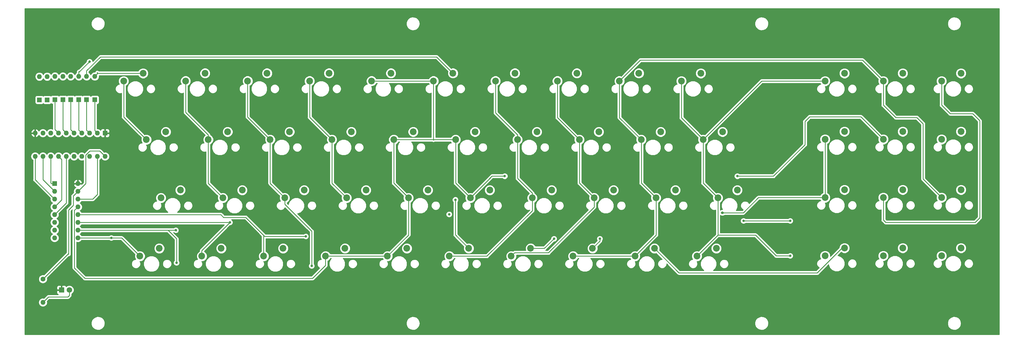
<source format=gbr>
G04 #@! TF.GenerationSoftware,KiCad,Pcbnew,(5.0.1-3-g963ef8bb5)*
G04 #@! TF.CreationDate,2020-08-18T12:47:58+01:00*
G04 #@! TF.ProjectId,ACE-keyboard,4143452D6B6579626F6172642E6B6963,v01*
G04 #@! TF.SameCoordinates,Original*
G04 #@! TF.FileFunction,Copper,L2,Bot,Signal*
G04 #@! TF.FilePolarity,Positive*
%FSLAX46Y46*%
G04 Gerber Fmt 4.6, Leading zero omitted, Abs format (unit mm)*
G04 Created by KiCad (PCBNEW (5.0.1-3-g963ef8bb5)) date Tuesday, 18 August 2020 at 12:47:58*
%MOMM*%
%LPD*%
G01*
G04 APERTURE LIST*
G04 #@! TA.AperFunction,ComponentPad*
%ADD10C,2.200000*%
G04 #@! TD*
G04 #@! TA.AperFunction,ComponentPad*
%ADD11O,1.600000X1.600000*%
G04 #@! TD*
G04 #@! TA.AperFunction,ComponentPad*
%ADD12R,1.600000X1.600000*%
G04 #@! TD*
G04 #@! TA.AperFunction,ComponentPad*
%ADD13R,1.800000X1.800000*%
G04 #@! TD*
G04 #@! TA.AperFunction,ComponentPad*
%ADD14C,1.800000*%
G04 #@! TD*
G04 #@! TA.AperFunction,ComponentPad*
%ADD15C,1.600000*%
G04 #@! TD*
G04 #@! TA.AperFunction,ViaPad*
%ADD16C,0.800000*%
G04 #@! TD*
G04 #@! TA.AperFunction,Conductor*
%ADD17C,0.250000*%
G04 #@! TD*
G04 #@! TA.AperFunction,Conductor*
%ADD18C,0.254000*%
G04 #@! TD*
G04 APERTURE END LIST*
D10*
G04 #@! TO.P,SW38,1*
G04 #@! TO.N,Net-(D3-Pad2)*
X168451664Y-79475000D03*
G04 #@! TO.P,SW38,2*
G04 #@! TO.N,/D2*
X162101664Y-82015000D03*
G04 #@! TD*
G04 #@! TO.P,SW33,1*
G04 #@! TO.N,Net-(D10-Pad2)*
X67251944Y-79475000D03*
G04 #@! TO.P,SW33,2*
G04 #@! TO.N,/D2*
X60901944Y-82015000D03*
G04 #@! TD*
G04 #@! TO.P,SW41,1*
G04 #@! TO.N,Net-(D7-Pad2)*
X271081500Y-22225000D03*
G04 #@! TO.P,SW41,2*
G04 #@! TO.N,/D0*
X264731500Y-24765000D03*
G04 #@! TD*
D11*
G04 #@! TO.P,D3,2*
G04 #@! TO.N,Net-(D3-Pad2)*
X15490628Y-23225393D03*
D12*
G04 #@! TO.P,D3,1*
G04 #@! TO.N,/A15*
X15490628Y-30845393D03*
G04 #@! TD*
G04 #@! TO.P,D4,1*
G04 #@! TO.N,/A14*
X18030628Y-30845393D03*
D11*
G04 #@! TO.P,D4,2*
G04 #@! TO.N,Net-(D4-Pad2)*
X18030628Y-23225393D03*
G04 #@! TD*
G04 #@! TO.P,D5,2*
G04 #@! TO.N,Net-(D5-Pad2)*
X20697628Y-23225393D03*
D12*
G04 #@! TO.P,D5,1*
G04 #@! TO.N,/A13*
X20697628Y-30845393D03*
G04 #@! TD*
G04 #@! TO.P,D6,1*
G04 #@! TO.N,/A12*
X23237628Y-30845393D03*
D11*
G04 #@! TO.P,D6,2*
G04 #@! TO.N,Net-(D6-Pad2)*
X23237628Y-23225393D03*
G04 #@! TD*
D12*
G04 #@! TO.P,D7,1*
G04 #@! TO.N,/A11*
X25913628Y-30892393D03*
D11*
G04 #@! TO.P,D7,2*
G04 #@! TO.N,Net-(D7-Pad2)*
X25913628Y-23272393D03*
G04 #@! TD*
G04 #@! TO.P,D8,2*
G04 #@! TO.N,Net-(D8-Pad2)*
X12887128Y-23225393D03*
D12*
G04 #@! TO.P,D8,1*
G04 #@! TO.N,/A10*
X12887128Y-30845393D03*
G04 #@! TD*
G04 #@! TO.P,D9,1*
G04 #@! TO.N,/A9*
X10347128Y-30908893D03*
D11*
G04 #@! TO.P,D9,2*
G04 #@! TO.N,Net-(D9-Pad2)*
X10347128Y-23288893D03*
G04 #@! TD*
G04 #@! TO.P,D10,2*
G04 #@! TO.N,Net-(D10-Pad2)*
X7807128Y-23288893D03*
D12*
G04 #@! TO.P,D10,1*
G04 #@! TO.N,/A8*
X7807128Y-30908893D03*
G04 #@! TD*
G04 #@! TO.P,J1,1*
G04 #@! TO.N,Net-(J1-Pad1)*
X12763500Y-58293000D03*
D11*
G04 #@! TO.P,J1,9*
G04 #@! TO.N,/D0*
X20383500Y-76073000D03*
G04 #@! TO.P,J1,2*
G04 #@! TO.N,Net-(J1-Pad2)*
X12763500Y-60833000D03*
G04 #@! TO.P,J1,10*
G04 #@! TO.N,/D1*
X20383500Y-73533000D03*
G04 #@! TO.P,J1,3*
G04 #@! TO.N,Net-(J1-Pad3)*
X12763500Y-63373000D03*
G04 #@! TO.P,J1,11*
G04 #@! TO.N,/D2*
X20383500Y-70993000D03*
G04 #@! TO.P,J1,4*
G04 #@! TO.N,Net-(J1-Pad4)*
X12763500Y-65913000D03*
G04 #@! TO.P,J1,12*
G04 #@! TO.N,/D3*
X20383500Y-68453000D03*
G04 #@! TO.P,J1,5*
G04 #@! TO.N,Net-(J1-Pad5)*
X12763500Y-68453000D03*
G04 #@! TO.P,J1,13*
G04 #@! TO.N,/D4*
X20383500Y-65913000D03*
G04 #@! TO.P,J1,6*
G04 #@! TO.N,Net-(J1-Pad6)*
X12763500Y-70993000D03*
G04 #@! TO.P,J1,14*
G04 #@! TO.N,Net-(J1-Pad14)*
X20383500Y-63373000D03*
G04 #@! TO.P,J1,7*
G04 #@! TO.N,Net-(J1-Pad7)*
X12763500Y-73533000D03*
G04 #@! TO.P,J1,15*
G04 #@! TO.N,+5V*
X20383500Y-60833000D03*
G04 #@! TO.P,J1,8*
G04 #@! TO.N,Net-(J1-Pad8)*
X12763500Y-76073000D03*
G04 #@! TO.P,J1,16*
G04 #@! TO.N,GND*
X20383500Y-58293000D03*
G04 #@! TD*
D10*
G04 #@! TO.P,SW1,2*
G04 #@! TO.N,/D0*
X35369500Y-24765000D03*
G04 #@! TO.P,SW1,1*
G04 #@! TO.N,Net-(D7-Pad2)*
X41719500Y-22225000D03*
G04 #@! TD*
G04 #@! TO.P,SW2,2*
G04 #@! TO.N,/D1*
X55633055Y-24761000D03*
G04 #@! TO.P,SW2,1*
G04 #@! TO.N,Net-(D7-Pad2)*
X61983055Y-22221000D03*
G04 #@! TD*
G04 #@! TO.P,SW3,2*
G04 #@! TO.N,/D2*
X75896610Y-24761000D03*
G04 #@! TO.P,SW3,1*
G04 #@! TO.N,Net-(D7-Pad2)*
X82246610Y-22221000D03*
G04 #@! TD*
G04 #@! TO.P,SW4,2*
G04 #@! TO.N,/D3*
X96160165Y-24761000D03*
G04 #@! TO.P,SW4,1*
G04 #@! TO.N,Net-(D7-Pad2)*
X102510165Y-22221000D03*
G04 #@! TD*
G04 #@! TO.P,SW5,2*
G04 #@! TO.N,/D4*
X116423720Y-24761000D03*
G04 #@! TO.P,SW5,1*
G04 #@! TO.N,Net-(D7-Pad2)*
X122773720Y-22221000D03*
G04 #@! TD*
G04 #@! TO.P,SW6,2*
G04 #@! TO.N,/D4*
X136687275Y-24761000D03*
G04 #@! TO.P,SW6,1*
G04 #@! TO.N,Net-(D6-Pad2)*
X143037275Y-22221000D03*
G04 #@! TD*
G04 #@! TO.P,SW7,2*
G04 #@! TO.N,/D3*
X156950830Y-24761000D03*
G04 #@! TO.P,SW7,1*
G04 #@! TO.N,Net-(D6-Pad2)*
X163300830Y-22221000D03*
G04 #@! TD*
G04 #@! TO.P,SW8,2*
G04 #@! TO.N,/D2*
X177214385Y-24761000D03*
G04 #@! TO.P,SW8,1*
G04 #@! TO.N,Net-(D6-Pad2)*
X183564385Y-22221000D03*
G04 #@! TD*
G04 #@! TO.P,SW9,2*
G04 #@! TO.N,/D1*
X197477940Y-24761000D03*
G04 #@! TO.P,SW9,1*
G04 #@! TO.N,Net-(D6-Pad2)*
X203827940Y-22221000D03*
G04 #@! TD*
G04 #@! TO.P,SW10,2*
G04 #@! TO.N,/D0*
X217741500Y-24765000D03*
G04 #@! TO.P,SW10,1*
G04 #@! TO.N,Net-(D6-Pad2)*
X224091500Y-22225000D03*
G04 #@! TD*
G04 #@! TO.P,SW11,1*
G04 #@! TO.N,Net-(D8-Pad2)*
X49134000Y-41367000D03*
G04 #@! TO.P,SW11,2*
G04 #@! TO.N,/D0*
X42784000Y-43907000D03*
G04 #@! TD*
G04 #@! TO.P,SW12,1*
G04 #@! TO.N,Net-(D8-Pad2)*
X69363944Y-41367000D03*
G04 #@! TO.P,SW12,2*
G04 #@! TO.N,/D1*
X63013944Y-43907000D03*
G04 #@! TD*
G04 #@! TO.P,SW13,1*
G04 #@! TO.N,Net-(D8-Pad2)*
X89593888Y-41367000D03*
G04 #@! TO.P,SW13,2*
G04 #@! TO.N,/D2*
X83243888Y-43907000D03*
G04 #@! TD*
G04 #@! TO.P,SW14,1*
G04 #@! TO.N,Net-(D8-Pad2)*
X109823832Y-41367000D03*
G04 #@! TO.P,SW14,2*
G04 #@! TO.N,/D3*
X103473832Y-43907000D03*
G04 #@! TD*
G04 #@! TO.P,SW15,1*
G04 #@! TO.N,Net-(D8-Pad2)*
X130053776Y-41367000D03*
G04 #@! TO.P,SW15,2*
G04 #@! TO.N,/D4*
X123703776Y-43907000D03*
G04 #@! TD*
G04 #@! TO.P,SW16,1*
G04 #@! TO.N,Net-(D5-Pad2)*
X150283720Y-41367000D03*
G04 #@! TO.P,SW16,2*
G04 #@! TO.N,/D4*
X143933720Y-43907000D03*
G04 #@! TD*
G04 #@! TO.P,SW17,1*
G04 #@! TO.N,Net-(D5-Pad2)*
X170513664Y-41367000D03*
G04 #@! TO.P,SW17,2*
G04 #@! TO.N,/D3*
X164163664Y-43907000D03*
G04 #@! TD*
G04 #@! TO.P,SW18,1*
G04 #@! TO.N,Net-(D5-Pad2)*
X190743608Y-41367000D03*
G04 #@! TO.P,SW18,2*
G04 #@! TO.N,/D2*
X184393608Y-43907000D03*
G04 #@! TD*
G04 #@! TO.P,SW19,1*
G04 #@! TO.N,Net-(D5-Pad2)*
X210973552Y-41367000D03*
G04 #@! TO.P,SW19,2*
G04 #@! TO.N,/D1*
X204623552Y-43907000D03*
G04 #@! TD*
G04 #@! TO.P,SW20,1*
G04 #@! TO.N,Net-(D5-Pad2)*
X231203500Y-41367000D03*
G04 #@! TO.P,SW20,2*
G04 #@! TO.N,/D0*
X224853500Y-43907000D03*
G04 #@! TD*
G04 #@! TO.P,SW21,2*
G04 #@! TO.N,/D0*
X47561500Y-62961000D03*
G04 #@! TO.P,SW21,1*
G04 #@! TO.N,Net-(D9-Pad2)*
X53911500Y-60421000D03*
G04 #@! TD*
G04 #@! TO.P,SW22,2*
G04 #@! TO.N,/D1*
X67796833Y-62961000D03*
G04 #@! TO.P,SW22,1*
G04 #@! TO.N,Net-(D9-Pad2)*
X74146833Y-60421000D03*
G04 #@! TD*
G04 #@! TO.P,SW23,2*
G04 #@! TO.N,/D2*
X88032166Y-62961000D03*
G04 #@! TO.P,SW23,1*
G04 #@! TO.N,Net-(D9-Pad2)*
X94382166Y-60421000D03*
G04 #@! TD*
G04 #@! TO.P,SW24,2*
G04 #@! TO.N,/D3*
X108267499Y-62961000D03*
G04 #@! TO.P,SW24,1*
G04 #@! TO.N,Net-(D9-Pad2)*
X114617499Y-60421000D03*
G04 #@! TD*
G04 #@! TO.P,SW25,2*
G04 #@! TO.N,/D4*
X128502832Y-62961000D03*
G04 #@! TO.P,SW25,1*
G04 #@! TO.N,Net-(D9-Pad2)*
X134852832Y-60421000D03*
G04 #@! TD*
G04 #@! TO.P,SW26,2*
G04 #@! TO.N,/D4*
X148738165Y-62961000D03*
G04 #@! TO.P,SW26,1*
G04 #@! TO.N,Net-(D4-Pad2)*
X155088165Y-60421000D03*
G04 #@! TD*
G04 #@! TO.P,SW27,2*
G04 #@! TO.N,/D3*
X168973498Y-62961000D03*
G04 #@! TO.P,SW27,1*
G04 #@! TO.N,Net-(D4-Pad2)*
X175323498Y-60421000D03*
G04 #@! TD*
G04 #@! TO.P,SW28,2*
G04 #@! TO.N,/D2*
X189208831Y-62961000D03*
G04 #@! TO.P,SW28,1*
G04 #@! TO.N,Net-(D4-Pad2)*
X195558831Y-60421000D03*
G04 #@! TD*
G04 #@! TO.P,SW29,2*
G04 #@! TO.N,/D1*
X209444164Y-62961000D03*
G04 #@! TO.P,SW29,1*
G04 #@! TO.N,Net-(D4-Pad2)*
X215794164Y-60421000D03*
G04 #@! TD*
G04 #@! TO.P,SW30,2*
G04 #@! TO.N,/D0*
X229679500Y-62961000D03*
G04 #@! TO.P,SW30,1*
G04 #@! TO.N,Net-(D4-Pad2)*
X236029500Y-60421000D03*
G04 #@! TD*
G04 #@! TO.P,SW31,1*
G04 #@! TO.N,Net-(D10-Pad2)*
X47012000Y-79475000D03*
G04 #@! TO.P,SW31,2*
G04 #@! TO.N,/D0*
X40662000Y-82015000D03*
G04 #@! TD*
G04 #@! TO.P,SW32,1*
G04 #@! TO.N,Net-(D10-Pad2)*
X208931552Y-79475000D03*
G04 #@! TO.P,SW32,2*
G04 #@! TO.N,/D1*
X202581552Y-82015000D03*
G04 #@! TD*
G04 #@! TO.P,SW34,1*
G04 #@! TO.N,Net-(D10-Pad2)*
X87491888Y-79475000D03*
G04 #@! TO.P,SW34,2*
G04 #@! TO.N,/D3*
X81141888Y-82015000D03*
G04 #@! TD*
G04 #@! TO.P,SW35,1*
G04 #@! TO.N,Net-(D10-Pad2)*
X107731832Y-79475000D03*
G04 #@! TO.P,SW35,2*
G04 #@! TO.N,/D4*
X101381832Y-82015000D03*
G04 #@! TD*
G04 #@! TO.P,SW36,1*
G04 #@! TO.N,Net-(D3-Pad2)*
X127971776Y-79475000D03*
G04 #@! TO.P,SW36,2*
G04 #@! TO.N,/D4*
X121621776Y-82015000D03*
G04 #@! TD*
G04 #@! TO.P,SW37,1*
G04 #@! TO.N,Net-(D3-Pad2)*
X148211720Y-79475000D03*
G04 #@! TO.P,SW37,2*
G04 #@! TO.N,/D3*
X141861720Y-82015000D03*
G04 #@! TD*
G04 #@! TO.P,SW39,1*
G04 #@! TO.N,Net-(D3-Pad2)*
X188691608Y-79475000D03*
G04 #@! TO.P,SW39,2*
G04 #@! TO.N,/D1*
X182341608Y-82015000D03*
G04 #@! TD*
G04 #@! TO.P,SW40,1*
G04 #@! TO.N,Net-(D3-Pad2)*
X229171500Y-79475000D03*
G04 #@! TO.P,SW40,2*
G04 #@! TO.N,/D0*
X222821500Y-82015000D03*
G04 #@! TD*
G04 #@! TO.P,SW42,1*
G04 #@! TO.N,Net-(D7-Pad2)*
X290131500Y-22225000D03*
G04 #@! TO.P,SW42,2*
G04 #@! TO.N,/D1*
X283781500Y-24765000D03*
G04 #@! TD*
G04 #@! TO.P,SW43,2*
G04 #@! TO.N,/D2*
X302831500Y-24765000D03*
G04 #@! TO.P,SW43,1*
G04 #@! TO.N,Net-(D7-Pad2)*
X309181500Y-22225000D03*
G04 #@! TD*
G04 #@! TO.P,SW44,2*
G04 #@! TO.N,/D3*
X264731500Y-43815000D03*
G04 #@! TO.P,SW44,1*
G04 #@! TO.N,Net-(D7-Pad2)*
X271081500Y-41275000D03*
G04 #@! TD*
G04 #@! TO.P,SW45,2*
G04 #@! TO.N,/D4*
X283781500Y-43815000D03*
G04 #@! TO.P,SW45,1*
G04 #@! TO.N,Net-(D7-Pad2)*
X290131500Y-41275000D03*
G04 #@! TD*
G04 #@! TO.P,SW46,1*
G04 #@! TO.N,Net-(D6-Pad2)*
X309181500Y-41275000D03*
G04 #@! TO.P,SW46,2*
G04 #@! TO.N,/D4*
X302831500Y-43815000D03*
G04 #@! TD*
G04 #@! TO.P,SW47,1*
G04 #@! TO.N,Net-(D6-Pad2)*
X271081500Y-60325000D03*
G04 #@! TO.P,SW47,2*
G04 #@! TO.N,/D3*
X264731500Y-62865000D03*
G04 #@! TD*
G04 #@! TO.P,SW48,1*
G04 #@! TO.N,Net-(D6-Pad2)*
X290131500Y-60325000D03*
G04 #@! TO.P,SW48,2*
G04 #@! TO.N,/D2*
X283781500Y-62865000D03*
G04 #@! TD*
G04 #@! TO.P,SW49,2*
G04 #@! TO.N,/D1*
X302831500Y-62865000D03*
G04 #@! TO.P,SW49,1*
G04 #@! TO.N,Net-(D6-Pad2)*
X309181500Y-60325000D03*
G04 #@! TD*
G04 #@! TO.P,SW50,2*
G04 #@! TO.N,/D0*
X264731500Y-81915000D03*
G04 #@! TO.P,SW50,1*
G04 #@! TO.N,Net-(D10-Pad2)*
X271081500Y-79375000D03*
G04 #@! TD*
G04 #@! TO.P,SW51,2*
G04 #@! TO.N,/D0*
X283781500Y-81915000D03*
G04 #@! TO.P,SW51,1*
G04 #@! TO.N,Net-(D6-Pad2)*
X290131500Y-79375000D03*
G04 #@! TD*
G04 #@! TO.P,SW52,1*
G04 #@! TO.N,Net-(D4-Pad2)*
X309181500Y-79375000D03*
G04 #@! TO.P,SW52,2*
G04 #@! TO.N,/D0*
X302831500Y-81915000D03*
G04 #@! TD*
D12*
G04 #@! TO.P,U1,1*
G04 #@! TO.N,GND*
X29273500Y-41783000D03*
D11*
G04 #@! TO.P,U1,11*
G04 #@! TO.N,Net-(J1-Pad3)*
X6413500Y-49403000D03*
G04 #@! TO.P,U1,2*
G04 #@! TO.N,/A11*
X26733500Y-41783000D03*
G04 #@! TO.P,U1,12*
G04 #@! TO.N,Net-(J1-Pad2)*
X8953500Y-49403000D03*
G04 #@! TO.P,U1,3*
G04 #@! TO.N,/A12*
X24193500Y-41783000D03*
G04 #@! TO.P,U1,13*
G04 #@! TO.N,Net-(J1-Pad1)*
X11493500Y-49403000D03*
G04 #@! TO.P,U1,4*
G04 #@! TO.N,/A13*
X21653500Y-41783000D03*
G04 #@! TO.P,U1,14*
G04 #@! TO.N,Net-(J1-Pad4)*
X14033500Y-49403000D03*
G04 #@! TO.P,U1,5*
G04 #@! TO.N,/A14*
X19113500Y-41783000D03*
G04 #@! TO.P,U1,15*
G04 #@! TO.N,Net-(J1-Pad5)*
X16573500Y-49403000D03*
G04 #@! TO.P,U1,6*
G04 #@! TO.N,/A15*
X16573500Y-41783000D03*
G04 #@! TO.P,U1,16*
G04 #@! TO.N,Net-(J1-Pad6)*
X19113500Y-49403000D03*
G04 #@! TO.P,U1,7*
G04 #@! TO.N,/A10*
X14033500Y-41783000D03*
G04 #@! TO.P,U1,17*
G04 #@! TO.N,Net-(J1-Pad7)*
X21653500Y-49403000D03*
G04 #@! TO.P,U1,8*
G04 #@! TO.N,/A9*
X11493500Y-41783000D03*
G04 #@! TO.P,U1,18*
G04 #@! TO.N,Net-(J1-Pad8)*
X24193500Y-49403000D03*
G04 #@! TO.P,U1,9*
G04 #@! TO.N,/A8*
X8953500Y-41783000D03*
G04 #@! TO.P,U1,19*
G04 #@! TO.N,Net-(J1-Pad14)*
X26733500Y-49403000D03*
G04 #@! TO.P,U1,10*
G04 #@! TO.N,GND*
X6413500Y-41783000D03*
G04 #@! TO.P,U1,20*
G04 #@! TO.N,+5V*
X29273500Y-49403000D03*
G04 #@! TD*
D13*
G04 #@! TO.P,D2,1*
G04 #@! TO.N,GND*
X15049500Y-93091000D03*
D14*
G04 #@! TO.P,D2,2*
G04 #@! TO.N,Net-(D2-Pad2)*
X17589500Y-93091000D03*
G04 #@! TD*
D15*
G04 #@! TO.P,R1,1*
G04 #@! TO.N,+5V*
X8953500Y-89535000D03*
D11*
G04 #@! TO.P,R1,2*
G04 #@! TO.N,Net-(D2-Pad2)*
X8953500Y-97155000D03*
G04 #@! TD*
D16*
G04 #@! TO.N,Net-(D3-Pad2)*
X143827500Y-63599337D03*
X176085500Y-76327000D03*
X191071500Y-76327000D03*
G04 #@! TO.N,Net-(D5-Pad2)*
X24193500Y-18415000D03*
G04 #@! TO.N,/D0*
X31305500Y-76073000D03*
X253301500Y-81915000D03*
G04 #@! TO.N,/D1*
X52419944Y-73533000D03*
X52641500Y-84201000D03*
G04 #@! TO.N,/D2*
X70119888Y-70993000D03*
X238061500Y-70485000D03*
X253301500Y-70485000D03*
X96837500Y-85217000D03*
G04 #@! TO.N,/D3*
X94931832Y-75565000D03*
X231084501Y-67826001D03*
X231203500Y-67826001D03*
X231203500Y-67826001D03*
G04 #@! TO.N,/D4*
X141795500Y-68348031D03*
X159975499Y-55861001D03*
X236029500Y-55861001D03*
G04 #@! TD*
D17*
G04 #@! TO.N,Net-(D3-Pad2)*
X143827500Y-75090780D02*
X148211720Y-79475000D01*
X143827500Y-63599337D02*
X143827500Y-75090780D01*
X168451664Y-79475000D02*
X172937500Y-79475000D01*
X172937500Y-79475000D02*
X176085500Y-76327000D01*
X176085500Y-76327000D02*
X176085500Y-76327000D01*
X191071500Y-77095108D02*
X191071500Y-76327000D01*
X188691608Y-79475000D02*
X191071500Y-77095108D01*
G04 #@! TO.N,/A15*
X15490628Y-40700128D02*
X16573500Y-41783000D01*
X15490628Y-30845393D02*
X15490628Y-40700128D01*
G04 #@! TO.N,/A14*
X18030628Y-40700128D02*
X19113500Y-41783000D01*
X18030628Y-30845393D02*
X18030628Y-40700128D01*
G04 #@! TO.N,Net-(D5-Pad2)*
X20697628Y-22225000D02*
X20697628Y-21910872D01*
X20697628Y-23225393D02*
X20697628Y-22225000D01*
X20697628Y-22225000D02*
X20697628Y-21656872D01*
X20697628Y-21910872D02*
X24193500Y-18415000D01*
X24193500Y-18415000D02*
X24193500Y-18415000D01*
G04 #@! TO.N,/A13*
X20697628Y-40827128D02*
X21653500Y-41783000D01*
X20697628Y-30845393D02*
X20697628Y-40827128D01*
G04 #@! TO.N,/A12*
X23237628Y-40827128D02*
X24193500Y-41783000D01*
X23237628Y-30845393D02*
X23237628Y-40827128D01*
G04 #@! TO.N,Net-(D6-Pad2)*
X23237628Y-23225393D02*
X23237628Y-21402872D01*
X23237628Y-21402872D02*
X27749500Y-16891000D01*
X27749500Y-16891000D02*
X27749500Y-16891000D01*
X137707275Y-16891000D02*
X143037275Y-22221000D01*
X27749500Y-16891000D02*
X137707275Y-16891000D01*
G04 #@! TO.N,/A11*
X25913628Y-40963128D02*
X26733500Y-41783000D01*
X25913628Y-30892393D02*
X25913628Y-40963128D01*
G04 #@! TO.N,Net-(D7-Pad2)*
X26713627Y-22472394D02*
X26713627Y-21990873D01*
X25913628Y-23272393D02*
X26713627Y-22472394D01*
X26947754Y-22225000D02*
X41719500Y-22225000D01*
X26713627Y-21990873D02*
X26947754Y-22225000D01*
G04 #@! TO.N,/A10*
X12887128Y-40636628D02*
X14033500Y-41783000D01*
X12887128Y-30845393D02*
X12887128Y-40636628D01*
G04 #@! TO.N,Net-(D10-Pad2)*
X270280502Y-79375000D02*
X262152502Y-87503000D01*
X271081500Y-79375000D02*
X270280502Y-79375000D01*
X216959552Y-87503000D02*
X208931552Y-79475000D01*
X262152502Y-87503000D02*
X216959552Y-87503000D01*
G04 #@! TO.N,Net-(J1-Pad1)*
X11493500Y-58073000D02*
X11713500Y-58293000D01*
X11713500Y-58293000D02*
X12763500Y-58293000D01*
X11493500Y-49403000D02*
X11493500Y-58073000D01*
G04 #@! TO.N,Net-(J1-Pad2)*
X8953500Y-57023000D02*
X12763500Y-60833000D01*
X8953500Y-49403000D02*
X8953500Y-57023000D01*
G04 #@! TO.N,Net-(J1-Pad3)*
X11963501Y-62573001D02*
X12763500Y-63373000D01*
X6413500Y-57023000D02*
X11963501Y-62573001D01*
X6413500Y-49403000D02*
X6413500Y-57023000D01*
G04 #@! TO.N,Net-(J1-Pad4)*
X15049500Y-63627000D02*
X15049500Y-50419000D01*
X12763500Y-65913000D02*
X15049500Y-63627000D01*
X14033500Y-49403000D02*
X15049500Y-50419000D01*
G04 #@! TO.N,Net-(J1-Pad5)*
X16573500Y-64643000D02*
X12763500Y-68453000D01*
X16573500Y-49403000D02*
X16573500Y-64643000D01*
G04 #@! TO.N,Net-(J1-Pad14)*
X20383500Y-63373000D02*
X25209500Y-63373000D01*
X26733500Y-61849000D02*
X26733500Y-49403000D01*
X25209500Y-63373000D02*
X26733500Y-61849000D01*
G04 #@! TO.N,+5V*
X17335500Y-66929000D02*
X18859500Y-65405000D01*
X18859500Y-62357000D02*
X20383500Y-60833000D01*
X18859500Y-65405000D02*
X18859500Y-62357000D01*
X17335500Y-81153000D02*
X17335500Y-80899000D01*
X8953500Y-89535000D02*
X17335500Y-81153000D01*
X17335500Y-80899000D02*
X17335500Y-66929000D01*
X17335500Y-81407000D02*
X17335500Y-80899000D01*
X22415500Y-58801000D02*
X20383500Y-60833000D01*
X22923500Y-49007998D02*
X22923500Y-58293000D01*
X22923500Y-58293000D02*
X22415500Y-58801000D01*
X24306498Y-47625000D02*
X22923500Y-49007998D01*
X27495500Y-47625000D02*
X24306498Y-47625000D01*
X29273500Y-49403000D02*
X27495500Y-47625000D01*
G04 #@! TO.N,/D0*
X34720000Y-76073000D02*
X40662000Y-82015000D01*
X20383500Y-76073000D02*
X31305500Y-76073000D01*
X31305500Y-76073000D02*
X34720000Y-76073000D01*
X35369500Y-36492500D02*
X42784000Y-43907000D01*
X35369500Y-24765000D02*
X35369500Y-36492500D01*
X229679500Y-75157000D02*
X229679500Y-62961000D01*
X222821500Y-82015000D02*
X229679500Y-75157000D01*
X243995500Y-24765000D02*
X264731500Y-24765000D01*
X224853500Y-43907000D02*
X243995500Y-24765000D01*
X229679500Y-75157000D02*
X241971500Y-75157000D01*
X241971500Y-75157000D02*
X248729500Y-81915000D01*
X248729500Y-81915000D02*
X253301500Y-81915000D01*
X253301500Y-81915000D02*
X253301500Y-81915000D01*
X217741500Y-36795000D02*
X217741500Y-24765000D01*
X224853500Y-43907000D02*
X217741500Y-36795000D01*
X224853500Y-58135000D02*
X229679500Y-62961000D01*
X224853500Y-43907000D02*
X224853500Y-58135000D01*
G04 #@! TO.N,/D1*
X52419944Y-73533000D02*
X52419944Y-73533000D01*
X55633055Y-26316634D02*
X55633055Y-24761000D01*
X55633055Y-34970477D02*
X55633055Y-26316634D01*
X63013944Y-42351366D02*
X55633055Y-34970477D01*
X63013944Y-43907000D02*
X63013944Y-42351366D01*
X204623552Y-58140388D02*
X204623552Y-43907000D01*
X209444164Y-62961000D02*
X204623552Y-58140388D01*
X283781500Y-24765000D02*
X276923500Y-17907000D01*
X204331940Y-17907000D02*
X197477940Y-24761000D01*
X276923500Y-17907000D02*
X204331940Y-17907000D01*
X197477940Y-36761388D02*
X204623552Y-43907000D01*
X197477940Y-24761000D02*
X197477940Y-36761388D01*
X283781500Y-32639000D02*
X283781500Y-24765000D01*
X287845500Y-36703000D02*
X283781500Y-32639000D01*
X296774498Y-38735000D02*
X294742498Y-36703000D01*
X294742498Y-36703000D02*
X287845500Y-36703000D01*
X296774498Y-56807998D02*
X296774498Y-38735000D01*
X302831500Y-62865000D02*
X296774498Y-56807998D01*
X63013944Y-58178111D02*
X67796833Y-62961000D01*
X63013944Y-43907000D02*
X63013944Y-58178111D01*
X209444164Y-75152388D02*
X202581552Y-82015000D01*
X209444164Y-62961000D02*
X209444164Y-75152388D01*
X182341608Y-82015000D02*
X183897242Y-82015000D01*
X183897242Y-82015000D02*
X202581552Y-82015000D01*
X52641500Y-73754556D02*
X52419944Y-73533000D01*
X49847500Y-73533000D02*
X52641500Y-76327000D01*
X48577500Y-73533000D02*
X49847500Y-73533000D01*
X20383500Y-73533000D02*
X48577500Y-73533000D01*
X48577500Y-73533000D02*
X52419944Y-73533000D01*
X52641500Y-84201000D02*
X52641500Y-76327000D01*
G04 #@! TO.N,/D2*
X70119888Y-70993000D02*
X70119888Y-70993000D01*
X20383500Y-70993000D02*
X70119888Y-70993000D01*
X83243888Y-58172722D02*
X83243888Y-43907000D01*
X88032166Y-62961000D02*
X83243888Y-58172722D01*
X75896610Y-36559722D02*
X75896610Y-24761000D01*
X83243888Y-43907000D02*
X75896610Y-36559722D01*
X177214385Y-36727777D02*
X177214385Y-24761000D01*
X184393608Y-43907000D02*
X177214385Y-36727777D01*
X238061500Y-70485000D02*
X253301500Y-70485000D01*
X253301500Y-70485000D02*
X253301500Y-70485000D01*
X284543500Y-70993000D02*
X283781500Y-70231000D01*
X313753500Y-70993000D02*
X284543500Y-70993000D01*
X315277500Y-69469000D02*
X313753500Y-70993000D01*
X283781500Y-70231000D02*
X283781500Y-62865000D01*
X315277500Y-37719000D02*
X315277500Y-69469000D01*
X312991500Y-35433000D02*
X315277500Y-37719000D01*
X305625500Y-35433000D02*
X312991500Y-35433000D01*
X302831500Y-32639000D02*
X305625500Y-35433000D01*
X302831500Y-24765000D02*
X302831500Y-32639000D01*
X184393608Y-58145777D02*
X189208831Y-62961000D01*
X184393608Y-43907000D02*
X184393608Y-58145777D01*
X60901944Y-80210944D02*
X60901944Y-82015000D01*
X70119888Y-70993000D02*
X60901944Y-80210944D01*
X189208831Y-64516634D02*
X189208831Y-62961000D01*
X189208831Y-65970002D02*
X189208831Y-64516634D01*
X174278832Y-80900001D02*
X189208831Y-65970002D01*
X163216663Y-80900001D02*
X174278832Y-80900001D01*
X162101664Y-82015000D02*
X163216663Y-80900001D01*
X88032166Y-64516634D02*
X88032166Y-62961000D01*
X88032166Y-65031998D02*
X88032166Y-64516634D01*
X96837500Y-73837332D02*
X88032166Y-65031998D01*
X96837500Y-85217000D02*
X96837500Y-73837332D01*
G04 #@! TO.N,/D3*
X94931832Y-75565000D02*
X94931832Y-75565000D01*
X81472886Y-75565000D02*
X94931832Y-75565000D01*
X96160165Y-36593333D02*
X96160165Y-24761000D01*
X103473832Y-43907000D02*
X96160165Y-36593333D01*
X164163664Y-45462634D02*
X164163664Y-43907000D01*
X168973498Y-61405366D02*
X164163664Y-56595532D01*
X164163664Y-56595532D02*
X164163664Y-45462634D01*
X168973498Y-62961000D02*
X168973498Y-61405366D01*
X156950830Y-35138532D02*
X156950830Y-26316634D01*
X164163664Y-42351366D02*
X156950830Y-35138532D01*
X156950830Y-26316634D02*
X156950830Y-24761000D01*
X164163664Y-43907000D02*
X164163664Y-42351366D01*
X263175866Y-62865000D02*
X264731500Y-62865000D01*
X264731500Y-62865000D02*
X264731500Y-43815000D01*
X68006114Y-69339614D02*
X67119500Y-68453000D01*
X75247500Y-69339614D02*
X68006114Y-69339614D01*
X20383500Y-68453000D02*
X67119500Y-68453000D01*
X103473832Y-58167333D02*
X108267499Y-62961000D01*
X103473832Y-43907000D02*
X103473832Y-58167333D01*
X141795500Y-81948780D02*
X141861720Y-82015000D01*
X81343500Y-75435614D02*
X81472886Y-75565000D01*
X168973498Y-64516634D02*
X168973498Y-62961000D01*
X154141500Y-82015000D02*
X168973498Y-67183002D01*
X168973498Y-67183002D02*
X168973498Y-64516634D01*
X141861720Y-82015000D02*
X154141500Y-82015000D01*
X237983501Y-67826001D02*
X231203500Y-67826001D01*
X242944502Y-62865000D02*
X237983501Y-67826001D01*
X264731500Y-62865000D02*
X242944502Y-62865000D01*
X231084501Y-67826001D02*
X231084501Y-67826001D01*
X231203500Y-67826001D02*
X231084501Y-67826001D01*
X231203500Y-67826001D02*
X231203500Y-67826001D01*
X81141888Y-75234002D02*
X80073500Y-74165614D01*
X81141888Y-82015000D02*
X81141888Y-75234002D01*
X80073500Y-74165614D02*
X81343500Y-75435614D01*
X75247500Y-69339614D02*
X80073500Y-74165614D01*
G04 #@! TO.N,/D4*
X19258499Y-67038001D02*
X19258499Y-85869999D01*
X20383500Y-65913000D02*
X19258499Y-67038001D01*
X123703776Y-58161944D02*
X123703776Y-43907000D01*
X128502832Y-62961000D02*
X123703776Y-58161944D01*
X131792778Y-43907000D02*
X143933720Y-43907000D01*
X123703776Y-43907000D02*
X131635500Y-43907000D01*
X131635500Y-43907000D02*
X131792778Y-43907000D01*
X136687275Y-24761000D02*
X116423720Y-24761000D01*
X143933720Y-58156555D02*
X143933720Y-43907000D01*
X148738165Y-62961000D02*
X143933720Y-58156555D01*
X148738165Y-62961000D02*
X155438165Y-56261000D01*
X236029500Y-55861001D02*
X247859499Y-55861001D01*
X136687275Y-38855225D02*
X136687275Y-24761000D01*
X283781500Y-43815000D02*
X276415500Y-36449000D01*
X276415500Y-36449000D02*
X259651500Y-36449000D01*
X258127500Y-37973000D02*
X258127500Y-45593000D01*
X259651500Y-36449000D02*
X258127500Y-37973000D01*
X247859499Y-55861001D02*
X258127500Y-45593000D01*
X136687275Y-38855225D02*
X136687275Y-40767000D01*
X136687275Y-40767000D02*
X136687275Y-44040775D01*
X136687275Y-40767000D02*
X136687275Y-43532775D01*
X136821050Y-43907000D02*
X143933720Y-43907000D01*
X136687275Y-44040775D02*
X136821050Y-43907000D01*
X128502832Y-75133944D02*
X128502832Y-62961000D01*
X121621776Y-82015000D02*
X128502832Y-75133944D01*
X19258499Y-85869999D02*
X22669500Y-89281000D01*
X22669500Y-89281000D02*
X97124834Y-89281000D01*
X101381832Y-85024002D02*
X101381832Y-82015000D01*
X97124834Y-89281000D02*
X101381832Y-85024002D01*
X121621776Y-82015000D02*
X101381832Y-82015000D01*
X155838164Y-55861001D02*
X159975499Y-55861001D01*
X148738165Y-62961000D02*
X155838164Y-55861001D01*
G04 #@! TO.N,Net-(D2-Pad2)*
X10731500Y-95377000D02*
X8953500Y-97155000D01*
X17589500Y-94869000D02*
X17589500Y-93091000D01*
X17081500Y-95377000D02*
X17589500Y-94869000D01*
X17081500Y-95377000D02*
X10731500Y-95377000D01*
G04 #@! TD*
D18*
G04 #@! TO.N,GND*
G36*
X321704501Y-107646000D02*
X3034500Y-107646000D01*
X3034500Y-103647240D01*
X24772763Y-103647240D01*
X24778578Y-104387700D01*
X25023928Y-105086355D01*
X25482357Y-105667868D01*
X26104432Y-106069537D01*
X26823075Y-106248049D01*
X27560796Y-106184155D01*
X28238046Y-105884746D01*
X28781800Y-105382105D01*
X29133422Y-104730434D01*
X29255000Y-104000000D01*
X29254722Y-103964580D01*
X29196766Y-103647240D01*
X127772763Y-103647240D01*
X127778578Y-104387700D01*
X128023928Y-105086355D01*
X128482357Y-105667868D01*
X129104432Y-106069537D01*
X129823075Y-106248049D01*
X130560796Y-106184155D01*
X131238046Y-105884746D01*
X131781800Y-105382105D01*
X132133422Y-104730434D01*
X132255000Y-104000000D01*
X132254722Y-103964580D01*
X132196766Y-103647240D01*
X241772763Y-103647240D01*
X241778578Y-104387700D01*
X242023928Y-105086355D01*
X242482357Y-105667868D01*
X243104432Y-106069537D01*
X243823075Y-106248049D01*
X244560796Y-106184155D01*
X245238046Y-105884746D01*
X245781800Y-105382105D01*
X246133422Y-104730434D01*
X246255000Y-104000000D01*
X246254722Y-103964580D01*
X246196766Y-103647240D01*
X304772763Y-103647240D01*
X304778578Y-104387700D01*
X305023928Y-105086355D01*
X305482357Y-105667868D01*
X306104432Y-106069537D01*
X306823075Y-106248049D01*
X307560796Y-106184155D01*
X308238046Y-105884746D01*
X308781800Y-105382105D01*
X309133422Y-104730434D01*
X309255000Y-104000000D01*
X309254722Y-103964580D01*
X309121686Y-103236146D01*
X308759871Y-102590078D01*
X308208289Y-102096041D01*
X307526419Y-101807306D01*
X306787786Y-101755008D01*
X306072035Y-101944786D01*
X305456346Y-102356176D01*
X305007109Y-102944818D01*
X304772763Y-103647240D01*
X246196766Y-103647240D01*
X246121686Y-103236146D01*
X245759871Y-102590078D01*
X245208289Y-102096041D01*
X244526419Y-101807306D01*
X243787786Y-101755008D01*
X243072035Y-101944786D01*
X242456346Y-102356176D01*
X242007109Y-102944818D01*
X241772763Y-103647240D01*
X132196766Y-103647240D01*
X132121686Y-103236146D01*
X131759871Y-102590078D01*
X131208289Y-102096041D01*
X130526419Y-101807306D01*
X129787786Y-101755008D01*
X129072035Y-101944786D01*
X128456346Y-102356176D01*
X128007109Y-102944818D01*
X127772763Y-103647240D01*
X29196766Y-103647240D01*
X29121686Y-103236146D01*
X28759871Y-102590078D01*
X28208289Y-102096041D01*
X27526419Y-101807306D01*
X26787786Y-101755008D01*
X26072035Y-101944786D01*
X25456346Y-102356176D01*
X25007109Y-102944818D01*
X24772763Y-103647240D01*
X3034500Y-103647240D01*
X3034500Y-97155000D01*
X7490387Y-97155000D01*
X7601760Y-97714909D01*
X7918923Y-98189577D01*
X8393591Y-98506740D01*
X8812167Y-98590000D01*
X9094833Y-98590000D01*
X9513409Y-98506740D01*
X9988077Y-98189577D01*
X10305240Y-97714909D01*
X10416613Y-97155000D01*
X10352188Y-96831114D01*
X11046302Y-96137000D01*
X17006653Y-96137000D01*
X17081500Y-96151888D01*
X17156347Y-96137000D01*
X17156352Y-96137000D01*
X17378037Y-96092904D01*
X17629429Y-95924929D01*
X17671830Y-95861471D01*
X18073975Y-95459327D01*
X18137429Y-95416929D01*
X18179827Y-95353476D01*
X18179829Y-95353474D01*
X18305403Y-95165538D01*
X18305404Y-95165537D01*
X18349500Y-94943852D01*
X18349500Y-94943848D01*
X18364388Y-94869001D01*
X18349500Y-94794154D01*
X18349500Y-94437669D01*
X18459007Y-94392310D01*
X18890810Y-93960507D01*
X19124500Y-93396330D01*
X19124500Y-92785670D01*
X18890810Y-92221493D01*
X18459007Y-91789690D01*
X17894830Y-91556000D01*
X17284170Y-91556000D01*
X16719993Y-91789690D01*
X16543639Y-91966044D01*
X16487827Y-91831301D01*
X16309198Y-91652673D01*
X16075809Y-91556000D01*
X15335250Y-91556000D01*
X15176500Y-91714750D01*
X15176500Y-92964000D01*
X15196500Y-92964000D01*
X15196500Y-93218000D01*
X15176500Y-93218000D01*
X15176500Y-93238000D01*
X14922500Y-93238000D01*
X14922500Y-93218000D01*
X13673250Y-93218000D01*
X13514500Y-93376750D01*
X13514500Y-94117310D01*
X13611173Y-94350699D01*
X13789802Y-94529327D01*
X14001463Y-94617000D01*
X10806348Y-94617000D01*
X10731500Y-94602112D01*
X10656652Y-94617000D01*
X10656648Y-94617000D01*
X10483105Y-94651520D01*
X10434962Y-94661096D01*
X10247918Y-94786076D01*
X10183571Y-94829071D01*
X10141171Y-94892527D01*
X9277386Y-95756312D01*
X9094833Y-95720000D01*
X8812167Y-95720000D01*
X8393591Y-95803260D01*
X7918923Y-96120423D01*
X7601760Y-96595091D01*
X7490387Y-97155000D01*
X3034500Y-97155000D01*
X3034500Y-92064690D01*
X13514500Y-92064690D01*
X13514500Y-92805250D01*
X13673250Y-92964000D01*
X14922500Y-92964000D01*
X14922500Y-91714750D01*
X14763750Y-91556000D01*
X14023191Y-91556000D01*
X13789802Y-91652673D01*
X13611173Y-91831301D01*
X13514500Y-92064690D01*
X3034500Y-92064690D01*
X3034500Y-49403000D01*
X4950387Y-49403000D01*
X5061760Y-49962909D01*
X5378923Y-50437577D01*
X5653500Y-50621044D01*
X5653501Y-56948148D01*
X5638612Y-57023000D01*
X5697597Y-57319537D01*
X5778524Y-57440652D01*
X5865572Y-57570929D01*
X5929028Y-57613329D01*
X11364812Y-63049114D01*
X11300387Y-63373000D01*
X11411760Y-63932909D01*
X11728923Y-64407577D01*
X12081258Y-64643000D01*
X11728923Y-64878423D01*
X11411760Y-65353091D01*
X11300387Y-65913000D01*
X11411760Y-66472909D01*
X11728923Y-66947577D01*
X12081258Y-67183000D01*
X11728923Y-67418423D01*
X11411760Y-67893091D01*
X11300387Y-68453000D01*
X11411760Y-69012909D01*
X11728923Y-69487577D01*
X12081258Y-69723000D01*
X11728923Y-69958423D01*
X11411760Y-70433091D01*
X11300387Y-70993000D01*
X11411760Y-71552909D01*
X11728923Y-72027577D01*
X12081258Y-72263000D01*
X11728923Y-72498423D01*
X11411760Y-72973091D01*
X11300387Y-73533000D01*
X11411760Y-74092909D01*
X11728923Y-74567577D01*
X12081258Y-74803000D01*
X11728923Y-75038423D01*
X11411760Y-75513091D01*
X11300387Y-76073000D01*
X11411760Y-76632909D01*
X11728923Y-77107577D01*
X12203591Y-77424740D01*
X12622167Y-77508000D01*
X12904833Y-77508000D01*
X13323409Y-77424740D01*
X13798077Y-77107577D01*
X14115240Y-76632909D01*
X14226613Y-76073000D01*
X14115240Y-75513091D01*
X13798077Y-75038423D01*
X13445742Y-74803000D01*
X13798077Y-74567577D01*
X14115240Y-74092909D01*
X14226613Y-73533000D01*
X14115240Y-72973091D01*
X13798077Y-72498423D01*
X13445742Y-72263000D01*
X13798077Y-72027577D01*
X14115240Y-71552909D01*
X14226613Y-70993000D01*
X14115240Y-70433091D01*
X13798077Y-69958423D01*
X13445742Y-69723000D01*
X13798077Y-69487577D01*
X14115240Y-69012909D01*
X14226613Y-68453000D01*
X14162188Y-68129113D01*
X17057973Y-65233329D01*
X17121429Y-65190929D01*
X17205864Y-65064563D01*
X17289404Y-64939538D01*
X17329997Y-64735461D01*
X17333500Y-64717852D01*
X17333500Y-64717848D01*
X17348388Y-64643000D01*
X17333500Y-64568152D01*
X17333500Y-57943961D01*
X18991596Y-57943961D01*
X19113585Y-58166000D01*
X20256500Y-58166000D01*
X20256500Y-57022371D01*
X20510500Y-57022371D01*
X20510500Y-58166000D01*
X21653415Y-58166000D01*
X21775404Y-57943961D01*
X21614541Y-57555577D01*
X21238634Y-57140611D01*
X20732541Y-56901086D01*
X20510500Y-57022371D01*
X20256500Y-57022371D01*
X20034459Y-56901086D01*
X19528366Y-57140611D01*
X19152459Y-57555577D01*
X18991596Y-57943961D01*
X17333500Y-57943961D01*
X17333500Y-50621043D01*
X17608077Y-50437577D01*
X17843500Y-50085242D01*
X18078923Y-50437577D01*
X18553591Y-50754740D01*
X18972167Y-50838000D01*
X19254833Y-50838000D01*
X19673409Y-50754740D01*
X20148077Y-50437577D01*
X20383500Y-50085242D01*
X20618923Y-50437577D01*
X21093591Y-50754740D01*
X21512167Y-50838000D01*
X21794833Y-50838000D01*
X22163500Y-50764667D01*
X22163501Y-57978197D01*
X21931029Y-58210670D01*
X21931027Y-58210671D01*
X21677628Y-58464071D01*
X21653415Y-58420000D01*
X20510500Y-58420000D01*
X20510500Y-58440000D01*
X20256500Y-58440000D01*
X20256500Y-58420000D01*
X19113585Y-58420000D01*
X18991596Y-58642039D01*
X19152459Y-59030423D01*
X19528366Y-59445389D01*
X19732608Y-59542053D01*
X19348923Y-59798423D01*
X19031760Y-60273091D01*
X18920387Y-60833000D01*
X18984812Y-61156886D01*
X18375028Y-61766671D01*
X18311572Y-61809071D01*
X18269172Y-61872527D01*
X18269171Y-61872528D01*
X18143597Y-62060463D01*
X18084612Y-62357000D01*
X18099501Y-62431852D01*
X18099500Y-65090197D01*
X16851028Y-66338671D01*
X16787572Y-66381071D01*
X16745172Y-66444527D01*
X16745171Y-66444528D01*
X16696125Y-66517931D01*
X16619597Y-66632463D01*
X16608967Y-66685906D01*
X16560612Y-66929000D01*
X16575501Y-67003852D01*
X16575500Y-80824148D01*
X16575500Y-80838198D01*
X9291802Y-88121897D01*
X9238939Y-88100000D01*
X8668061Y-88100000D01*
X8140638Y-88318466D01*
X7736966Y-88722138D01*
X7518500Y-89249561D01*
X7518500Y-89820439D01*
X7736966Y-90347862D01*
X8140638Y-90751534D01*
X8668061Y-90970000D01*
X9238939Y-90970000D01*
X9766362Y-90751534D01*
X10170034Y-90347862D01*
X10388500Y-89820439D01*
X10388500Y-89249561D01*
X10366603Y-89196698D01*
X17392813Y-82170489D01*
X17632036Y-82122904D01*
X17883429Y-81954929D01*
X18051404Y-81703537D01*
X18095500Y-81481852D01*
X18095500Y-81227848D01*
X18110388Y-81153001D01*
X18095500Y-81078154D01*
X18095500Y-67243801D01*
X18528878Y-66810424D01*
X18498499Y-66963150D01*
X18498499Y-66963154D01*
X18483611Y-67038001D01*
X18498499Y-67112848D01*
X18498500Y-85795147D01*
X18483611Y-85869999D01*
X18498500Y-85944851D01*
X18542596Y-86166536D01*
X18710571Y-86417928D01*
X18774027Y-86460328D01*
X22079171Y-89765473D01*
X22121571Y-89828929D01*
X22372963Y-89996904D01*
X22594648Y-90041000D01*
X22594653Y-90041000D01*
X22669500Y-90055888D01*
X22744347Y-90041000D01*
X97049987Y-90041000D01*
X97124834Y-90055888D01*
X97199681Y-90041000D01*
X97199686Y-90041000D01*
X97421371Y-89996904D01*
X97672763Y-89828929D01*
X97715165Y-89765470D01*
X101866308Y-85614329D01*
X101929761Y-85571931D01*
X101972159Y-85508478D01*
X101972161Y-85508476D01*
X102097735Y-85320540D01*
X102097736Y-85320539D01*
X102141832Y-85098854D01*
X102141832Y-85098850D01*
X102156720Y-85024003D01*
X102141832Y-84949156D01*
X102141832Y-83578148D01*
X102364631Y-83485862D01*
X102852694Y-82997799D01*
X102944980Y-82775000D01*
X103245379Y-82775000D01*
X102957987Y-83062392D01*
X102556832Y-84030866D01*
X102556832Y-85079134D01*
X102957987Y-86047608D01*
X103699224Y-86788845D01*
X104667698Y-87190000D01*
X105715966Y-87190000D01*
X106684440Y-86788845D01*
X107425677Y-86047608D01*
X107826832Y-85079134D01*
X107826832Y-84259615D01*
X108786832Y-84259615D01*
X108786832Y-84850385D01*
X109012910Y-85396185D01*
X109430647Y-85813922D01*
X109976447Y-86040000D01*
X110567217Y-86040000D01*
X111113017Y-85813922D01*
X111530754Y-85396185D01*
X111756832Y-84850385D01*
X111756832Y-84259615D01*
X111530754Y-83713815D01*
X111113017Y-83296078D01*
X110567217Y-83070000D01*
X109976447Y-83070000D01*
X109430647Y-83296078D01*
X109012910Y-83713815D01*
X108786832Y-84259615D01*
X107826832Y-84259615D01*
X107826832Y-84030866D01*
X107425677Y-83062392D01*
X107138285Y-82775000D01*
X120058628Y-82775000D01*
X120150914Y-82997799D01*
X120223115Y-83070000D01*
X120056391Y-83070000D01*
X119510591Y-83296078D01*
X119092854Y-83713815D01*
X118866776Y-84259615D01*
X118866776Y-84850385D01*
X119092854Y-85396185D01*
X119510591Y-85813922D01*
X120056391Y-86040000D01*
X120647161Y-86040000D01*
X121192961Y-85813922D01*
X121610698Y-85396185D01*
X121836776Y-84850385D01*
X121836776Y-84259615D01*
X121742025Y-84030866D01*
X122796776Y-84030866D01*
X122796776Y-85079134D01*
X123197931Y-86047608D01*
X123939168Y-86788845D01*
X124907642Y-87190000D01*
X125955910Y-87190000D01*
X126924384Y-86788845D01*
X127665621Y-86047608D01*
X128066776Y-85079134D01*
X128066776Y-84259615D01*
X129026776Y-84259615D01*
X129026776Y-84850385D01*
X129252854Y-85396185D01*
X129670591Y-85813922D01*
X130216391Y-86040000D01*
X130807161Y-86040000D01*
X131352961Y-85813922D01*
X131770698Y-85396185D01*
X131996776Y-84850385D01*
X131996776Y-84259615D01*
X139106720Y-84259615D01*
X139106720Y-84850385D01*
X139332798Y-85396185D01*
X139750535Y-85813922D01*
X140296335Y-86040000D01*
X140887105Y-86040000D01*
X141432905Y-85813922D01*
X141850642Y-85396185D01*
X142076720Y-84850385D01*
X142076720Y-84259615D01*
X141865630Y-83750000D01*
X142206833Y-83750000D01*
X142844519Y-83485862D01*
X143332582Y-82997799D01*
X143424868Y-82775000D01*
X143725267Y-82775000D01*
X143437875Y-83062392D01*
X143036720Y-84030866D01*
X143036720Y-85079134D01*
X143437875Y-86047608D01*
X144179112Y-86788845D01*
X145147586Y-87190000D01*
X146195854Y-87190000D01*
X147164328Y-86788845D01*
X147905565Y-86047608D01*
X148306720Y-85079134D01*
X148306720Y-84259615D01*
X149266720Y-84259615D01*
X149266720Y-84850385D01*
X149492798Y-85396185D01*
X149910535Y-85813922D01*
X150456335Y-86040000D01*
X151047105Y-86040000D01*
X151592905Y-85813922D01*
X152010642Y-85396185D01*
X152236720Y-84850385D01*
X152236720Y-84259615D01*
X159346664Y-84259615D01*
X159346664Y-84850385D01*
X159572742Y-85396185D01*
X159990479Y-85813922D01*
X160536279Y-86040000D01*
X161127049Y-86040000D01*
X161672849Y-85813922D01*
X162090586Y-85396185D01*
X162316664Y-84850385D01*
X162316664Y-84259615D01*
X162221913Y-84030866D01*
X163276664Y-84030866D01*
X163276664Y-85079134D01*
X163677819Y-86047608D01*
X164419056Y-86788845D01*
X165387530Y-87190000D01*
X166435798Y-87190000D01*
X167404272Y-86788845D01*
X168145509Y-86047608D01*
X168546664Y-85079134D01*
X168546664Y-84259615D01*
X169506664Y-84259615D01*
X169506664Y-84850385D01*
X169732742Y-85396185D01*
X170150479Y-85813922D01*
X170696279Y-86040000D01*
X171287049Y-86040000D01*
X171832849Y-85813922D01*
X172250586Y-85396185D01*
X172476664Y-84850385D01*
X172476664Y-84259615D01*
X179586608Y-84259615D01*
X179586608Y-84850385D01*
X179812686Y-85396185D01*
X180230423Y-85813922D01*
X180776223Y-86040000D01*
X181366993Y-86040000D01*
X181912793Y-85813922D01*
X182330530Y-85396185D01*
X182556608Y-84850385D01*
X182556608Y-84259615D01*
X182345518Y-83750000D01*
X182686721Y-83750000D01*
X183324407Y-83485862D01*
X183812470Y-82997799D01*
X183904756Y-82775000D01*
X184205155Y-82775000D01*
X183917763Y-83062392D01*
X183516608Y-84030866D01*
X183516608Y-85079134D01*
X183917763Y-86047608D01*
X184659000Y-86788845D01*
X185627474Y-87190000D01*
X186675742Y-87190000D01*
X187644216Y-86788845D01*
X188385453Y-86047608D01*
X188786608Y-85079134D01*
X188786608Y-84259615D01*
X189746608Y-84259615D01*
X189746608Y-84850385D01*
X189972686Y-85396185D01*
X190390423Y-85813922D01*
X190936223Y-86040000D01*
X191526993Y-86040000D01*
X192072793Y-85813922D01*
X192490530Y-85396185D01*
X192716608Y-84850385D01*
X192716608Y-84259615D01*
X192490530Y-83713815D01*
X192072793Y-83296078D01*
X191526993Y-83070000D01*
X190936223Y-83070000D01*
X190390423Y-83296078D01*
X189972686Y-83713815D01*
X189746608Y-84259615D01*
X188786608Y-84259615D01*
X188786608Y-84030866D01*
X188385453Y-83062392D01*
X188098061Y-82775000D01*
X201018404Y-82775000D01*
X201110690Y-82997799D01*
X201182891Y-83070000D01*
X201016167Y-83070000D01*
X200470367Y-83296078D01*
X200052630Y-83713815D01*
X199826552Y-84259615D01*
X199826552Y-84850385D01*
X200052630Y-85396185D01*
X200470367Y-85813922D01*
X201016167Y-86040000D01*
X201606937Y-86040000D01*
X202152737Y-85813922D01*
X202570474Y-85396185D01*
X202796552Y-84850385D01*
X202796552Y-84259615D01*
X202701801Y-84030866D01*
X203756552Y-84030866D01*
X203756552Y-85079134D01*
X204157707Y-86047608D01*
X204898944Y-86788845D01*
X205867418Y-87190000D01*
X206915686Y-87190000D01*
X207884160Y-86788845D01*
X208625397Y-86047608D01*
X209026552Y-85079134D01*
X209026552Y-84030866D01*
X208625397Y-83062392D01*
X207884160Y-82321155D01*
X206915686Y-81920000D01*
X205867418Y-81920000D01*
X204898944Y-82321155D01*
X204157707Y-83062392D01*
X203756552Y-84030866D01*
X202701801Y-84030866D01*
X202585462Y-83750000D01*
X202926665Y-83750000D01*
X203564351Y-83485862D01*
X204052414Y-82997799D01*
X204316552Y-82360113D01*
X204316552Y-81669887D01*
X204224266Y-81447088D01*
X206541467Y-79129887D01*
X207196552Y-79129887D01*
X207196552Y-79820113D01*
X207460690Y-80457799D01*
X207948753Y-80945862D01*
X208586439Y-81210000D01*
X209276665Y-81210000D01*
X209499464Y-81117714D01*
X211451750Y-83070000D01*
X211176167Y-83070000D01*
X210630367Y-83296078D01*
X210212630Y-83713815D01*
X209986552Y-84259615D01*
X209986552Y-84850385D01*
X210212630Y-85396185D01*
X210630367Y-85813922D01*
X211176167Y-86040000D01*
X211766937Y-86040000D01*
X212312737Y-85813922D01*
X212730474Y-85396185D01*
X212956552Y-84850385D01*
X212956552Y-84574802D01*
X216369225Y-87987476D01*
X216411623Y-88050929D01*
X216475076Y-88093327D01*
X216475078Y-88093329D01*
X216600454Y-88177102D01*
X216663015Y-88218904D01*
X216884700Y-88263000D01*
X216884704Y-88263000D01*
X216959551Y-88277888D01*
X217034398Y-88263000D01*
X262077655Y-88263000D01*
X262152502Y-88277888D01*
X262227349Y-88263000D01*
X262227354Y-88263000D01*
X262449039Y-88218904D01*
X262700431Y-88050929D01*
X262742833Y-87987470D01*
X265906500Y-84823803D01*
X265906500Y-84979134D01*
X266307655Y-85947608D01*
X267048892Y-86688845D01*
X268017366Y-87090000D01*
X269065634Y-87090000D01*
X270034108Y-86688845D01*
X270775345Y-85947608D01*
X271176500Y-84979134D01*
X271176500Y-84159615D01*
X272136500Y-84159615D01*
X272136500Y-84750385D01*
X272362578Y-85296185D01*
X272780315Y-85713922D01*
X273326115Y-85940000D01*
X273916885Y-85940000D01*
X274462685Y-85713922D01*
X274880422Y-85296185D01*
X275106500Y-84750385D01*
X275106500Y-84159615D01*
X281026500Y-84159615D01*
X281026500Y-84750385D01*
X281252578Y-85296185D01*
X281670315Y-85713922D01*
X282216115Y-85940000D01*
X282806885Y-85940000D01*
X283352685Y-85713922D01*
X283770422Y-85296185D01*
X283996500Y-84750385D01*
X283996500Y-84159615D01*
X283901749Y-83930866D01*
X284956500Y-83930866D01*
X284956500Y-84979134D01*
X285357655Y-85947608D01*
X286098892Y-86688845D01*
X287067366Y-87090000D01*
X288115634Y-87090000D01*
X289084108Y-86688845D01*
X289825345Y-85947608D01*
X290226500Y-84979134D01*
X290226500Y-84159615D01*
X291186500Y-84159615D01*
X291186500Y-84750385D01*
X291412578Y-85296185D01*
X291830315Y-85713922D01*
X292376115Y-85940000D01*
X292966885Y-85940000D01*
X293512685Y-85713922D01*
X293930422Y-85296185D01*
X294156500Y-84750385D01*
X294156500Y-84159615D01*
X300076500Y-84159615D01*
X300076500Y-84750385D01*
X300302578Y-85296185D01*
X300720315Y-85713922D01*
X301266115Y-85940000D01*
X301856885Y-85940000D01*
X302402685Y-85713922D01*
X302820422Y-85296185D01*
X303046500Y-84750385D01*
X303046500Y-84159615D01*
X302951749Y-83930866D01*
X304006500Y-83930866D01*
X304006500Y-84979134D01*
X304407655Y-85947608D01*
X305148892Y-86688845D01*
X306117366Y-87090000D01*
X307165634Y-87090000D01*
X308134108Y-86688845D01*
X308875345Y-85947608D01*
X309276500Y-84979134D01*
X309276500Y-84159615D01*
X310236500Y-84159615D01*
X310236500Y-84750385D01*
X310462578Y-85296185D01*
X310880315Y-85713922D01*
X311426115Y-85940000D01*
X312016885Y-85940000D01*
X312562685Y-85713922D01*
X312980422Y-85296185D01*
X313206500Y-84750385D01*
X313206500Y-84159615D01*
X312980422Y-83613815D01*
X312562685Y-83196078D01*
X312016885Y-82970000D01*
X311426115Y-82970000D01*
X310880315Y-83196078D01*
X310462578Y-83613815D01*
X310236500Y-84159615D01*
X309276500Y-84159615D01*
X309276500Y-83930866D01*
X308875345Y-82962392D01*
X308134108Y-82221155D01*
X307165634Y-81820000D01*
X306117366Y-81820000D01*
X305148892Y-82221155D01*
X304407655Y-82962392D01*
X304006500Y-83930866D01*
X302951749Y-83930866D01*
X302835410Y-83650000D01*
X303176613Y-83650000D01*
X303814299Y-83385862D01*
X304302362Y-82897799D01*
X304566500Y-82260113D01*
X304566500Y-81569887D01*
X304302362Y-80932201D01*
X303814299Y-80444138D01*
X303176613Y-80180000D01*
X302486387Y-80180000D01*
X301848701Y-80444138D01*
X301360638Y-80932201D01*
X301096500Y-81569887D01*
X301096500Y-82260113D01*
X301360638Y-82897799D01*
X301432839Y-82970000D01*
X301266115Y-82970000D01*
X300720315Y-83196078D01*
X300302578Y-83613815D01*
X300076500Y-84159615D01*
X294156500Y-84159615D01*
X293930422Y-83613815D01*
X293512685Y-83196078D01*
X292966885Y-82970000D01*
X292376115Y-82970000D01*
X291830315Y-83196078D01*
X291412578Y-83613815D01*
X291186500Y-84159615D01*
X290226500Y-84159615D01*
X290226500Y-83930866D01*
X289825345Y-82962392D01*
X289084108Y-82221155D01*
X288115634Y-81820000D01*
X287067366Y-81820000D01*
X286098892Y-82221155D01*
X285357655Y-82962392D01*
X284956500Y-83930866D01*
X283901749Y-83930866D01*
X283785410Y-83650000D01*
X284126613Y-83650000D01*
X284764299Y-83385862D01*
X285252362Y-82897799D01*
X285516500Y-82260113D01*
X285516500Y-81569887D01*
X285252362Y-80932201D01*
X284764299Y-80444138D01*
X284126613Y-80180000D01*
X283436387Y-80180000D01*
X282798701Y-80444138D01*
X282310638Y-80932201D01*
X282046500Y-81569887D01*
X282046500Y-82260113D01*
X282310638Y-82897799D01*
X282382839Y-82970000D01*
X282216115Y-82970000D01*
X281670315Y-83196078D01*
X281252578Y-83613815D01*
X281026500Y-84159615D01*
X275106500Y-84159615D01*
X274880422Y-83613815D01*
X274462685Y-83196078D01*
X273916885Y-82970000D01*
X273326115Y-82970000D01*
X272780315Y-83196078D01*
X272362578Y-83613815D01*
X272136500Y-84159615D01*
X271176500Y-84159615D01*
X271176500Y-83930866D01*
X270775345Y-82962392D01*
X270034108Y-82221155D01*
X269065634Y-81820000D01*
X268910304Y-81820000D01*
X269991571Y-80738732D01*
X270098701Y-80845862D01*
X270736387Y-81110000D01*
X271426613Y-81110000D01*
X272064299Y-80845862D01*
X272552362Y-80357799D01*
X272816500Y-79720113D01*
X272816500Y-79029887D01*
X288396500Y-79029887D01*
X288396500Y-79720113D01*
X288660638Y-80357799D01*
X289148701Y-80845862D01*
X289786387Y-81110000D01*
X290476613Y-81110000D01*
X291114299Y-80845862D01*
X291602362Y-80357799D01*
X291866500Y-79720113D01*
X291866500Y-79029887D01*
X307446500Y-79029887D01*
X307446500Y-79720113D01*
X307710638Y-80357799D01*
X308198701Y-80845862D01*
X308836387Y-81110000D01*
X309526613Y-81110000D01*
X310164299Y-80845862D01*
X310652362Y-80357799D01*
X310916500Y-79720113D01*
X310916500Y-79029887D01*
X310652362Y-78392201D01*
X310164299Y-77904138D01*
X309526613Y-77640000D01*
X308836387Y-77640000D01*
X308198701Y-77904138D01*
X307710638Y-78392201D01*
X307446500Y-79029887D01*
X291866500Y-79029887D01*
X291602362Y-78392201D01*
X291114299Y-77904138D01*
X290476613Y-77640000D01*
X289786387Y-77640000D01*
X289148701Y-77904138D01*
X288660638Y-78392201D01*
X288396500Y-79029887D01*
X272816500Y-79029887D01*
X272552362Y-78392201D01*
X272064299Y-77904138D01*
X271426613Y-77640000D01*
X270736387Y-77640000D01*
X270098701Y-77904138D01*
X269610638Y-78392201D01*
X269346500Y-79029887D01*
X269346500Y-79234200D01*
X266466500Y-82114200D01*
X266466500Y-81569887D01*
X266202362Y-80932201D01*
X265714299Y-80444138D01*
X265076613Y-80180000D01*
X264386387Y-80180000D01*
X263748701Y-80444138D01*
X263260638Y-80932201D01*
X262996500Y-81569887D01*
X262996500Y-82260113D01*
X263260638Y-82897799D01*
X263332839Y-82970000D01*
X263166115Y-82970000D01*
X262620315Y-83196078D01*
X262202578Y-83613815D01*
X261976500Y-84159615D01*
X261976500Y-84750385D01*
X262202578Y-85296185D01*
X262620315Y-85713922D01*
X262794591Y-85786110D01*
X261837701Y-86743000D01*
X228169953Y-86743000D01*
X228865345Y-86047608D01*
X229266500Y-85079134D01*
X229266500Y-84259615D01*
X230226500Y-84259615D01*
X230226500Y-84850385D01*
X230452578Y-85396185D01*
X230870315Y-85813922D01*
X231416115Y-86040000D01*
X232006885Y-86040000D01*
X232552685Y-85813922D01*
X232970422Y-85396185D01*
X233196500Y-84850385D01*
X233196500Y-84259615D01*
X232970422Y-83713815D01*
X232552685Y-83296078D01*
X232006885Y-83070000D01*
X231416115Y-83070000D01*
X230870315Y-83296078D01*
X230452578Y-83713815D01*
X230226500Y-84259615D01*
X229266500Y-84259615D01*
X229266500Y-84030866D01*
X228865345Y-83062392D01*
X228124108Y-82321155D01*
X227155634Y-81920000D01*
X226107366Y-81920000D01*
X225138892Y-82321155D01*
X224397655Y-83062392D01*
X223996500Y-84030866D01*
X223996500Y-85079134D01*
X224397655Y-86047608D01*
X225093047Y-86743000D01*
X217274355Y-86743000D01*
X210574266Y-80042912D01*
X210666552Y-79820113D01*
X210666552Y-79129887D01*
X210402414Y-78492201D01*
X209914351Y-78004138D01*
X209276665Y-77740000D01*
X208586439Y-77740000D01*
X207948753Y-78004138D01*
X207460690Y-78492201D01*
X207196552Y-79129887D01*
X206541467Y-79129887D01*
X209928637Y-75742717D01*
X209992093Y-75700317D01*
X210160068Y-75448925D01*
X210204164Y-75227240D01*
X210204164Y-75227235D01*
X210219052Y-75152388D01*
X210204164Y-75077541D01*
X210204164Y-64976866D01*
X210619164Y-64976866D01*
X210619164Y-66025134D01*
X211020319Y-66993608D01*
X211761556Y-67734845D01*
X212730030Y-68136000D01*
X213778298Y-68136000D01*
X214746772Y-67734845D01*
X215488009Y-66993608D01*
X215889164Y-66025134D01*
X215889164Y-65205615D01*
X216849164Y-65205615D01*
X216849164Y-65796385D01*
X217075242Y-66342185D01*
X217492979Y-66759922D01*
X218038779Y-66986000D01*
X218629549Y-66986000D01*
X219175349Y-66759922D01*
X219593086Y-66342185D01*
X219819164Y-65796385D01*
X219819164Y-65205615D01*
X219593086Y-64659815D01*
X219175349Y-64242078D01*
X218629549Y-64016000D01*
X218038779Y-64016000D01*
X217492979Y-64242078D01*
X217075242Y-64659815D01*
X216849164Y-65205615D01*
X215889164Y-65205615D01*
X215889164Y-64976866D01*
X215488009Y-64008392D01*
X214746772Y-63267155D01*
X213778298Y-62866000D01*
X212730030Y-62866000D01*
X211761556Y-63267155D01*
X211020319Y-64008392D01*
X210619164Y-64976866D01*
X210204164Y-64976866D01*
X210204164Y-64524148D01*
X210426963Y-64431862D01*
X210915026Y-63943799D01*
X211179164Y-63306113D01*
X211179164Y-62615887D01*
X210915026Y-61978201D01*
X210426963Y-61490138D01*
X209789277Y-61226000D01*
X209099051Y-61226000D01*
X208876252Y-61318286D01*
X207633853Y-60075887D01*
X214059164Y-60075887D01*
X214059164Y-60766113D01*
X214323302Y-61403799D01*
X214811365Y-61891862D01*
X215449051Y-62156000D01*
X216139277Y-62156000D01*
X216776963Y-61891862D01*
X217265026Y-61403799D01*
X217529164Y-60766113D01*
X217529164Y-60075887D01*
X217265026Y-59438201D01*
X216776963Y-58950138D01*
X216139277Y-58686000D01*
X215449051Y-58686000D01*
X214811365Y-58950138D01*
X214323302Y-59438201D01*
X214059164Y-60075887D01*
X207633853Y-60075887D01*
X205383552Y-57825587D01*
X205383552Y-45922866D01*
X205798552Y-45922866D01*
X205798552Y-46971134D01*
X206199707Y-47939608D01*
X206940944Y-48680845D01*
X207909418Y-49082000D01*
X208957686Y-49082000D01*
X209926160Y-48680845D01*
X210667397Y-47939608D01*
X211068552Y-46971134D01*
X211068552Y-46151615D01*
X212028552Y-46151615D01*
X212028552Y-46742385D01*
X212254630Y-47288185D01*
X212672367Y-47705922D01*
X213218167Y-47932000D01*
X213808937Y-47932000D01*
X214354737Y-47705922D01*
X214772474Y-47288185D01*
X214998552Y-46742385D01*
X214998552Y-46151615D01*
X214772474Y-45605815D01*
X214354737Y-45188078D01*
X213808937Y-44962000D01*
X213218167Y-44962000D01*
X212672367Y-45188078D01*
X212254630Y-45605815D01*
X212028552Y-46151615D01*
X211068552Y-46151615D01*
X211068552Y-45922866D01*
X210667397Y-44954392D01*
X209926160Y-44213155D01*
X208957686Y-43812000D01*
X207909418Y-43812000D01*
X206940944Y-44213155D01*
X206199707Y-44954392D01*
X205798552Y-45922866D01*
X205383552Y-45922866D01*
X205383552Y-45470148D01*
X205606351Y-45377862D01*
X206094414Y-44889799D01*
X206358552Y-44252113D01*
X206358552Y-43561887D01*
X206094414Y-42924201D01*
X205606351Y-42436138D01*
X204968665Y-42172000D01*
X204278439Y-42172000D01*
X204055641Y-42264286D01*
X202813242Y-41021887D01*
X209238552Y-41021887D01*
X209238552Y-41712113D01*
X209502690Y-42349799D01*
X209990753Y-42837862D01*
X210628439Y-43102000D01*
X211318665Y-43102000D01*
X211956351Y-42837862D01*
X212444414Y-42349799D01*
X212708552Y-41712113D01*
X212708552Y-41021887D01*
X212444414Y-40384201D01*
X211956351Y-39896138D01*
X211318665Y-39632000D01*
X210628439Y-39632000D01*
X209990753Y-39896138D01*
X209502690Y-40384201D01*
X209238552Y-41021887D01*
X202813242Y-41021887D01*
X198237940Y-36446587D01*
X198237940Y-26776866D01*
X198652940Y-26776866D01*
X198652940Y-27825134D01*
X199054095Y-28793608D01*
X199795332Y-29534845D01*
X200763806Y-29936000D01*
X201812074Y-29936000D01*
X202780548Y-29534845D01*
X203521785Y-28793608D01*
X203922940Y-27825134D01*
X203922940Y-27005615D01*
X204882940Y-27005615D01*
X204882940Y-27596385D01*
X205109018Y-28142185D01*
X205526755Y-28559922D01*
X206072555Y-28786000D01*
X206663325Y-28786000D01*
X207209125Y-28559922D01*
X207626862Y-28142185D01*
X207852940Y-27596385D01*
X207852940Y-27009615D01*
X214986500Y-27009615D01*
X214986500Y-27600385D01*
X215212578Y-28146185D01*
X215630315Y-28563922D01*
X216176115Y-28790000D01*
X216766885Y-28790000D01*
X216981501Y-28701103D01*
X216981500Y-36720153D01*
X216966612Y-36795000D01*
X216981500Y-36869847D01*
X216981500Y-36869851D01*
X217025596Y-37091536D01*
X217193571Y-37342929D01*
X217257030Y-37385331D01*
X223210786Y-43339088D01*
X223118500Y-43561887D01*
X223118500Y-44252113D01*
X223382638Y-44889799D01*
X223454839Y-44962000D01*
X223288115Y-44962000D01*
X222742315Y-45188078D01*
X222324578Y-45605815D01*
X222098500Y-46151615D01*
X222098500Y-46742385D01*
X222324578Y-47288185D01*
X222742315Y-47705922D01*
X223288115Y-47932000D01*
X223878885Y-47932000D01*
X224093500Y-47843103D01*
X224093501Y-58060148D01*
X224078612Y-58135000D01*
X224137597Y-58431537D01*
X224243479Y-58590000D01*
X224305572Y-58682929D01*
X224369028Y-58725329D01*
X228036786Y-62393088D01*
X227944500Y-62615887D01*
X227944500Y-63306113D01*
X228208638Y-63943799D01*
X228280839Y-64016000D01*
X228114115Y-64016000D01*
X227568315Y-64242078D01*
X227150578Y-64659815D01*
X226924500Y-65205615D01*
X226924500Y-65796385D01*
X227150578Y-66342185D01*
X227568315Y-66759922D01*
X228114115Y-66986000D01*
X228704885Y-66986000D01*
X228919501Y-66897103D01*
X228919500Y-74842198D01*
X223389412Y-80372286D01*
X223166613Y-80280000D01*
X222476387Y-80280000D01*
X221838701Y-80544138D01*
X221350638Y-81032201D01*
X221086500Y-81669887D01*
X221086500Y-82360113D01*
X221350638Y-82997799D01*
X221422839Y-83070000D01*
X221256115Y-83070000D01*
X220710315Y-83296078D01*
X220292578Y-83713815D01*
X220066500Y-84259615D01*
X220066500Y-84850385D01*
X220292578Y-85396185D01*
X220710315Y-85813922D01*
X221256115Y-86040000D01*
X221846885Y-86040000D01*
X222392685Y-85813922D01*
X222810422Y-85396185D01*
X223036500Y-84850385D01*
X223036500Y-84259615D01*
X222825410Y-83750000D01*
X223166613Y-83750000D01*
X223804299Y-83485862D01*
X224292362Y-82997799D01*
X224556500Y-82360113D01*
X224556500Y-81669887D01*
X224464214Y-81447088D01*
X226781415Y-79129887D01*
X227436500Y-79129887D01*
X227436500Y-79820113D01*
X227700638Y-80457799D01*
X228188701Y-80945862D01*
X228826387Y-81210000D01*
X229516613Y-81210000D01*
X230154299Y-80945862D01*
X230642362Y-80457799D01*
X230906500Y-79820113D01*
X230906500Y-79129887D01*
X230642362Y-78492201D01*
X230154299Y-78004138D01*
X229516613Y-77740000D01*
X228826387Y-77740000D01*
X228188701Y-78004138D01*
X227700638Y-78492201D01*
X227436500Y-79129887D01*
X226781415Y-79129887D01*
X229994302Y-75917000D01*
X241656699Y-75917000D01*
X248139171Y-82399473D01*
X248181571Y-82462929D01*
X248432963Y-82630904D01*
X248654648Y-82675000D01*
X248654652Y-82675000D01*
X248729499Y-82689888D01*
X248804346Y-82675000D01*
X252597789Y-82675000D01*
X252715220Y-82792431D01*
X253095626Y-82950000D01*
X253507374Y-82950000D01*
X253887780Y-82792431D01*
X254178931Y-82501280D01*
X254336500Y-82120874D01*
X254336500Y-81709126D01*
X254178931Y-81328720D01*
X253887780Y-81037569D01*
X253507374Y-80880000D01*
X253095626Y-80880000D01*
X252715220Y-81037569D01*
X252597789Y-81155000D01*
X249044302Y-81155000D01*
X242561831Y-74672530D01*
X242519429Y-74609071D01*
X242268037Y-74441096D01*
X242046352Y-74397000D01*
X242046347Y-74397000D01*
X241971500Y-74382112D01*
X241896653Y-74397000D01*
X230439500Y-74397000D01*
X230439500Y-70279126D01*
X237026500Y-70279126D01*
X237026500Y-70690874D01*
X237184069Y-71071280D01*
X237475220Y-71362431D01*
X237855626Y-71520000D01*
X238267374Y-71520000D01*
X238647780Y-71362431D01*
X238765211Y-71245000D01*
X252597789Y-71245000D01*
X252715220Y-71362431D01*
X253095626Y-71520000D01*
X253507374Y-71520000D01*
X253887780Y-71362431D01*
X254178931Y-71071280D01*
X254336500Y-70690874D01*
X254336500Y-70279126D01*
X254178931Y-69898720D01*
X253887780Y-69607569D01*
X253507374Y-69450000D01*
X253095626Y-69450000D01*
X252715220Y-69607569D01*
X252597789Y-69725000D01*
X238765211Y-69725000D01*
X238647780Y-69607569D01*
X238267374Y-69450000D01*
X237855626Y-69450000D01*
X237475220Y-69607569D01*
X237184069Y-69898720D01*
X237026500Y-70279126D01*
X230439500Y-70279126D01*
X230439500Y-68644711D01*
X230498221Y-68703432D01*
X230878627Y-68861001D01*
X231409374Y-68861001D01*
X231789780Y-68703432D01*
X231907211Y-68586001D01*
X237908654Y-68586001D01*
X237983501Y-68600889D01*
X238058348Y-68586001D01*
X238058353Y-68586001D01*
X238280038Y-68541905D01*
X238531430Y-68373930D01*
X238573832Y-68310471D01*
X243259304Y-63625000D01*
X263168352Y-63625000D01*
X263260638Y-63847799D01*
X263332839Y-63920000D01*
X263166115Y-63920000D01*
X262620315Y-64146078D01*
X262202578Y-64563815D01*
X261976500Y-65109615D01*
X261976500Y-65700385D01*
X262202578Y-66246185D01*
X262620315Y-66663922D01*
X263166115Y-66890000D01*
X263756885Y-66890000D01*
X264302685Y-66663922D01*
X264720422Y-66246185D01*
X264946500Y-65700385D01*
X264946500Y-65109615D01*
X264851749Y-64880866D01*
X265906500Y-64880866D01*
X265906500Y-65929134D01*
X266307655Y-66897608D01*
X267048892Y-67638845D01*
X268017366Y-68040000D01*
X269065634Y-68040000D01*
X270034108Y-67638845D01*
X270775345Y-66897608D01*
X271176500Y-65929134D01*
X271176500Y-65109615D01*
X272136500Y-65109615D01*
X272136500Y-65700385D01*
X272362578Y-66246185D01*
X272780315Y-66663922D01*
X273326115Y-66890000D01*
X273916885Y-66890000D01*
X274462685Y-66663922D01*
X274880422Y-66246185D01*
X275106500Y-65700385D01*
X275106500Y-65109615D01*
X281026500Y-65109615D01*
X281026500Y-65700385D01*
X281252578Y-66246185D01*
X281670315Y-66663922D01*
X282216115Y-66890000D01*
X282806885Y-66890000D01*
X283021500Y-66801103D01*
X283021500Y-70156153D01*
X283006612Y-70231000D01*
X283021500Y-70305847D01*
X283021500Y-70305851D01*
X283065596Y-70527536D01*
X283233571Y-70778929D01*
X283297030Y-70821331D01*
X283953171Y-71477473D01*
X283995571Y-71540929D01*
X284059027Y-71583329D01*
X284246962Y-71708904D01*
X284295105Y-71718480D01*
X284468648Y-71753000D01*
X284468652Y-71753000D01*
X284543500Y-71767888D01*
X284618348Y-71753000D01*
X313678653Y-71753000D01*
X313753500Y-71767888D01*
X313828347Y-71753000D01*
X313828352Y-71753000D01*
X314050037Y-71708904D01*
X314301429Y-71540929D01*
X314343831Y-71477470D01*
X315761976Y-70059327D01*
X315825429Y-70016929D01*
X315867827Y-69953476D01*
X315867829Y-69953474D01*
X315993403Y-69765538D01*
X315993404Y-69765537D01*
X316037500Y-69543852D01*
X316037500Y-69543848D01*
X316052388Y-69469001D01*
X316037500Y-69394154D01*
X316037500Y-37793846D01*
X316052388Y-37718999D01*
X316037500Y-37644152D01*
X316037500Y-37644148D01*
X315993404Y-37422463D01*
X315825429Y-37171071D01*
X315761973Y-37128671D01*
X313581831Y-34948530D01*
X313539429Y-34885071D01*
X313288037Y-34717096D01*
X313066352Y-34673000D01*
X313066347Y-34673000D01*
X312991500Y-34658112D01*
X312916653Y-34673000D01*
X305940302Y-34673000D01*
X303591500Y-32324199D01*
X303591500Y-26780866D01*
X304006500Y-26780866D01*
X304006500Y-27829134D01*
X304407655Y-28797608D01*
X305148892Y-29538845D01*
X306117366Y-29940000D01*
X307165634Y-29940000D01*
X308134108Y-29538845D01*
X308875345Y-28797608D01*
X309276500Y-27829134D01*
X309276500Y-27009615D01*
X310236500Y-27009615D01*
X310236500Y-27600385D01*
X310462578Y-28146185D01*
X310880315Y-28563922D01*
X311426115Y-28790000D01*
X312016885Y-28790000D01*
X312562685Y-28563922D01*
X312980422Y-28146185D01*
X313206500Y-27600385D01*
X313206500Y-27009615D01*
X312980422Y-26463815D01*
X312562685Y-26046078D01*
X312016885Y-25820000D01*
X311426115Y-25820000D01*
X310880315Y-26046078D01*
X310462578Y-26463815D01*
X310236500Y-27009615D01*
X309276500Y-27009615D01*
X309276500Y-26780866D01*
X308875345Y-25812392D01*
X308134108Y-25071155D01*
X307165634Y-24670000D01*
X306117366Y-24670000D01*
X305148892Y-25071155D01*
X304407655Y-25812392D01*
X304006500Y-26780866D01*
X303591500Y-26780866D01*
X303591500Y-26328148D01*
X303814299Y-26235862D01*
X304302362Y-25747799D01*
X304566500Y-25110113D01*
X304566500Y-24419887D01*
X304302362Y-23782201D01*
X303814299Y-23294138D01*
X303176613Y-23030000D01*
X302486387Y-23030000D01*
X301848701Y-23294138D01*
X301360638Y-23782201D01*
X301096500Y-24419887D01*
X301096500Y-25110113D01*
X301360638Y-25747799D01*
X301432839Y-25820000D01*
X301266115Y-25820000D01*
X300720315Y-26046078D01*
X300302578Y-26463815D01*
X300076500Y-27009615D01*
X300076500Y-27600385D01*
X300302578Y-28146185D01*
X300720315Y-28563922D01*
X301266115Y-28790000D01*
X301856885Y-28790000D01*
X302071500Y-28701103D01*
X302071501Y-32564148D01*
X302056612Y-32639000D01*
X302071501Y-32713851D01*
X302071501Y-32713852D01*
X302115597Y-32935537D01*
X302283572Y-33186929D01*
X302347028Y-33229329D01*
X305035170Y-35917472D01*
X305077571Y-35980929D01*
X305141027Y-36023329D01*
X305328962Y-36148904D01*
X305377105Y-36158480D01*
X305550648Y-36193000D01*
X305550652Y-36193000D01*
X305625500Y-36207888D01*
X305700348Y-36193000D01*
X312676699Y-36193000D01*
X314517500Y-38033802D01*
X314517501Y-69154196D01*
X313438699Y-70233000D01*
X284858302Y-70233000D01*
X284541500Y-69916199D01*
X284541500Y-64880866D01*
X284956500Y-64880866D01*
X284956500Y-65929134D01*
X285357655Y-66897608D01*
X286098892Y-67638845D01*
X287067366Y-68040000D01*
X288115634Y-68040000D01*
X289084108Y-67638845D01*
X289825345Y-66897608D01*
X290226500Y-65929134D01*
X290226500Y-65109615D01*
X291186500Y-65109615D01*
X291186500Y-65700385D01*
X291412578Y-66246185D01*
X291830315Y-66663922D01*
X292376115Y-66890000D01*
X292966885Y-66890000D01*
X293512685Y-66663922D01*
X293930422Y-66246185D01*
X294156500Y-65700385D01*
X294156500Y-65109615D01*
X293930422Y-64563815D01*
X293512685Y-64146078D01*
X292966885Y-63920000D01*
X292376115Y-63920000D01*
X291830315Y-64146078D01*
X291412578Y-64563815D01*
X291186500Y-65109615D01*
X290226500Y-65109615D01*
X290226500Y-64880866D01*
X289825345Y-63912392D01*
X289084108Y-63171155D01*
X288115634Y-62770000D01*
X287067366Y-62770000D01*
X286098892Y-63171155D01*
X285357655Y-63912392D01*
X284956500Y-64880866D01*
X284541500Y-64880866D01*
X284541500Y-64428148D01*
X284764299Y-64335862D01*
X285252362Y-63847799D01*
X285516500Y-63210113D01*
X285516500Y-62519887D01*
X285252362Y-61882201D01*
X284764299Y-61394138D01*
X284126613Y-61130000D01*
X283436387Y-61130000D01*
X282798701Y-61394138D01*
X282310638Y-61882201D01*
X282046500Y-62519887D01*
X282046500Y-63210113D01*
X282310638Y-63847799D01*
X282382839Y-63920000D01*
X282216115Y-63920000D01*
X281670315Y-64146078D01*
X281252578Y-64563815D01*
X281026500Y-65109615D01*
X275106500Y-65109615D01*
X274880422Y-64563815D01*
X274462685Y-64146078D01*
X273916885Y-63920000D01*
X273326115Y-63920000D01*
X272780315Y-64146078D01*
X272362578Y-64563815D01*
X272136500Y-65109615D01*
X271176500Y-65109615D01*
X271176500Y-64880866D01*
X270775345Y-63912392D01*
X270034108Y-63171155D01*
X269065634Y-62770000D01*
X268017366Y-62770000D01*
X267048892Y-63171155D01*
X266307655Y-63912392D01*
X265906500Y-64880866D01*
X264851749Y-64880866D01*
X264735410Y-64600000D01*
X265076613Y-64600000D01*
X265714299Y-64335862D01*
X266202362Y-63847799D01*
X266466500Y-63210113D01*
X266466500Y-62519887D01*
X266202362Y-61882201D01*
X265714299Y-61394138D01*
X265491500Y-61301852D01*
X265491500Y-59979887D01*
X269346500Y-59979887D01*
X269346500Y-60670113D01*
X269610638Y-61307799D01*
X270098701Y-61795862D01*
X270736387Y-62060000D01*
X271426613Y-62060000D01*
X272064299Y-61795862D01*
X272552362Y-61307799D01*
X272816500Y-60670113D01*
X272816500Y-59979887D01*
X288396500Y-59979887D01*
X288396500Y-60670113D01*
X288660638Y-61307799D01*
X289148701Y-61795862D01*
X289786387Y-62060000D01*
X290476613Y-62060000D01*
X291114299Y-61795862D01*
X291602362Y-61307799D01*
X291866500Y-60670113D01*
X291866500Y-59979887D01*
X291602362Y-59342201D01*
X291114299Y-58854138D01*
X290476613Y-58590000D01*
X289786387Y-58590000D01*
X289148701Y-58854138D01*
X288660638Y-59342201D01*
X288396500Y-59979887D01*
X272816500Y-59979887D01*
X272552362Y-59342201D01*
X272064299Y-58854138D01*
X271426613Y-58590000D01*
X270736387Y-58590000D01*
X270098701Y-58854138D01*
X269610638Y-59342201D01*
X269346500Y-59979887D01*
X265491500Y-59979887D01*
X265491500Y-45830866D01*
X265906500Y-45830866D01*
X265906500Y-46879134D01*
X266307655Y-47847608D01*
X267048892Y-48588845D01*
X268017366Y-48990000D01*
X269065634Y-48990000D01*
X270034108Y-48588845D01*
X270775345Y-47847608D01*
X271176500Y-46879134D01*
X271176500Y-46059615D01*
X272136500Y-46059615D01*
X272136500Y-46650385D01*
X272362578Y-47196185D01*
X272780315Y-47613922D01*
X273326115Y-47840000D01*
X273916885Y-47840000D01*
X274462685Y-47613922D01*
X274880422Y-47196185D01*
X275106500Y-46650385D01*
X275106500Y-46059615D01*
X274880422Y-45513815D01*
X274462685Y-45096078D01*
X273916885Y-44870000D01*
X273326115Y-44870000D01*
X272780315Y-45096078D01*
X272362578Y-45513815D01*
X272136500Y-46059615D01*
X271176500Y-46059615D01*
X271176500Y-45830866D01*
X270775345Y-44862392D01*
X270034108Y-44121155D01*
X269065634Y-43720000D01*
X268017366Y-43720000D01*
X267048892Y-44121155D01*
X266307655Y-44862392D01*
X265906500Y-45830866D01*
X265491500Y-45830866D01*
X265491500Y-45378148D01*
X265714299Y-45285862D01*
X266202362Y-44797799D01*
X266466500Y-44160113D01*
X266466500Y-43469887D01*
X266202362Y-42832201D01*
X265714299Y-42344138D01*
X265076613Y-42080000D01*
X264386387Y-42080000D01*
X263748701Y-42344138D01*
X263260638Y-42832201D01*
X262996500Y-43469887D01*
X262996500Y-44160113D01*
X263260638Y-44797799D01*
X263332839Y-44870000D01*
X263166115Y-44870000D01*
X262620315Y-45096078D01*
X262202578Y-45513815D01*
X261976500Y-46059615D01*
X261976500Y-46650385D01*
X262202578Y-47196185D01*
X262620315Y-47613922D01*
X263166115Y-47840000D01*
X263756885Y-47840000D01*
X263971501Y-47751103D01*
X263971500Y-61301852D01*
X263748701Y-61394138D01*
X263260638Y-61882201D01*
X263168352Y-62105000D01*
X243019349Y-62105000D01*
X242944502Y-62090112D01*
X242869655Y-62105000D01*
X242869650Y-62105000D01*
X242647965Y-62149096D01*
X242396573Y-62317071D01*
X242354174Y-62380526D01*
X239900610Y-64834091D01*
X239828422Y-64659815D01*
X239410685Y-64242078D01*
X238864885Y-64016000D01*
X238274115Y-64016000D01*
X237728315Y-64242078D01*
X237310578Y-64659815D01*
X237084500Y-65205615D01*
X237084500Y-65796385D01*
X237310578Y-66342185D01*
X237728315Y-66759922D01*
X237902591Y-66832110D01*
X237668700Y-67066001D01*
X235650952Y-67066001D01*
X235723345Y-66993608D01*
X236124500Y-66025134D01*
X236124500Y-64976866D01*
X235723345Y-64008392D01*
X234982108Y-63267155D01*
X234013634Y-62866000D01*
X232965366Y-62866000D01*
X231996892Y-63267155D01*
X231255655Y-64008392D01*
X230854500Y-64976866D01*
X230854500Y-66025134D01*
X231171732Y-66791001D01*
X230878627Y-66791001D01*
X230498221Y-66948570D01*
X230439500Y-67007291D01*
X230439500Y-64524148D01*
X230662299Y-64431862D01*
X231150362Y-63943799D01*
X231414500Y-63306113D01*
X231414500Y-62615887D01*
X231150362Y-61978201D01*
X230662299Y-61490138D01*
X230024613Y-61226000D01*
X229334387Y-61226000D01*
X229111588Y-61318286D01*
X227869189Y-60075887D01*
X234294500Y-60075887D01*
X234294500Y-60766113D01*
X234558638Y-61403799D01*
X235046701Y-61891862D01*
X235684387Y-62156000D01*
X236374613Y-62156000D01*
X237012299Y-61891862D01*
X237500362Y-61403799D01*
X237764500Y-60766113D01*
X237764500Y-60075887D01*
X237500362Y-59438201D01*
X237012299Y-58950138D01*
X236374613Y-58686000D01*
X235684387Y-58686000D01*
X235046701Y-58950138D01*
X234558638Y-59438201D01*
X234294500Y-60075887D01*
X227869189Y-60075887D01*
X225613500Y-57820199D01*
X225613500Y-55655127D01*
X234994500Y-55655127D01*
X234994500Y-56066875D01*
X235152069Y-56447281D01*
X235443220Y-56738432D01*
X235823626Y-56896001D01*
X236235374Y-56896001D01*
X236615780Y-56738432D01*
X236733211Y-56621001D01*
X247784652Y-56621001D01*
X247859499Y-56635889D01*
X247934346Y-56621001D01*
X247934351Y-56621001D01*
X248156036Y-56576905D01*
X248407428Y-56408930D01*
X248449830Y-56345471D01*
X258611973Y-46183329D01*
X258675429Y-46140929D01*
X258843404Y-45889537D01*
X258887500Y-45667852D01*
X258887500Y-45667848D01*
X258902388Y-45593001D01*
X258887500Y-45518154D01*
X258887500Y-40929887D01*
X269346500Y-40929887D01*
X269346500Y-41620113D01*
X269610638Y-42257799D01*
X270098701Y-42745862D01*
X270736387Y-43010000D01*
X271426613Y-43010000D01*
X272064299Y-42745862D01*
X272552362Y-42257799D01*
X272816500Y-41620113D01*
X272816500Y-40929887D01*
X272552362Y-40292201D01*
X272064299Y-39804138D01*
X271426613Y-39540000D01*
X270736387Y-39540000D01*
X270098701Y-39804138D01*
X269610638Y-40292201D01*
X269346500Y-40929887D01*
X258887500Y-40929887D01*
X258887500Y-38287801D01*
X259966303Y-37209000D01*
X276100699Y-37209000D01*
X282138786Y-43247088D01*
X282046500Y-43469887D01*
X282046500Y-44160113D01*
X282310638Y-44797799D01*
X282382839Y-44870000D01*
X282216115Y-44870000D01*
X281670315Y-45096078D01*
X281252578Y-45513815D01*
X281026500Y-46059615D01*
X281026500Y-46650385D01*
X281252578Y-47196185D01*
X281670315Y-47613922D01*
X282216115Y-47840000D01*
X282806885Y-47840000D01*
X283352685Y-47613922D01*
X283770422Y-47196185D01*
X283996500Y-46650385D01*
X283996500Y-46059615D01*
X283901749Y-45830866D01*
X284956500Y-45830866D01*
X284956500Y-46879134D01*
X285357655Y-47847608D01*
X286098892Y-48588845D01*
X287067366Y-48990000D01*
X288115634Y-48990000D01*
X289084108Y-48588845D01*
X289825345Y-47847608D01*
X290226500Y-46879134D01*
X290226500Y-46059615D01*
X291186500Y-46059615D01*
X291186500Y-46650385D01*
X291412578Y-47196185D01*
X291830315Y-47613922D01*
X292376115Y-47840000D01*
X292966885Y-47840000D01*
X293512685Y-47613922D01*
X293930422Y-47196185D01*
X294156500Y-46650385D01*
X294156500Y-46059615D01*
X293930422Y-45513815D01*
X293512685Y-45096078D01*
X292966885Y-44870000D01*
X292376115Y-44870000D01*
X291830315Y-45096078D01*
X291412578Y-45513815D01*
X291186500Y-46059615D01*
X290226500Y-46059615D01*
X290226500Y-45830866D01*
X289825345Y-44862392D01*
X289084108Y-44121155D01*
X288115634Y-43720000D01*
X287067366Y-43720000D01*
X286098892Y-44121155D01*
X285357655Y-44862392D01*
X284956500Y-45830866D01*
X283901749Y-45830866D01*
X283785410Y-45550000D01*
X284126613Y-45550000D01*
X284764299Y-45285862D01*
X285252362Y-44797799D01*
X285516500Y-44160113D01*
X285516500Y-43469887D01*
X285252362Y-42832201D01*
X284764299Y-42344138D01*
X284126613Y-42080000D01*
X283436387Y-42080000D01*
X283213588Y-42172286D01*
X281971189Y-40929887D01*
X288396500Y-40929887D01*
X288396500Y-41620113D01*
X288660638Y-42257799D01*
X289148701Y-42745862D01*
X289786387Y-43010000D01*
X290476613Y-43010000D01*
X291114299Y-42745862D01*
X291602362Y-42257799D01*
X291866500Y-41620113D01*
X291866500Y-40929887D01*
X291602362Y-40292201D01*
X291114299Y-39804138D01*
X290476613Y-39540000D01*
X289786387Y-39540000D01*
X289148701Y-39804138D01*
X288660638Y-40292201D01*
X288396500Y-40929887D01*
X281971189Y-40929887D01*
X277005831Y-35964530D01*
X276963429Y-35901071D01*
X276712037Y-35733096D01*
X276490352Y-35689000D01*
X276490347Y-35689000D01*
X276415500Y-35674112D01*
X276340653Y-35689000D01*
X259726346Y-35689000D01*
X259651499Y-35674112D01*
X259576652Y-35689000D01*
X259576648Y-35689000D01*
X259354963Y-35733096D01*
X259354961Y-35733097D01*
X259354962Y-35733097D01*
X259167026Y-35858671D01*
X259167024Y-35858673D01*
X259103571Y-35901071D01*
X259061173Y-35964524D01*
X257643030Y-37382669D01*
X257579571Y-37425071D01*
X257411596Y-37676464D01*
X257367500Y-37898149D01*
X257367500Y-37898153D01*
X257352612Y-37973000D01*
X257367500Y-38047847D01*
X257367501Y-45278197D01*
X247544698Y-55101001D01*
X236733211Y-55101001D01*
X236615780Y-54983570D01*
X236235374Y-54826001D01*
X235823626Y-54826001D01*
X235443220Y-54983570D01*
X235152069Y-55274721D01*
X234994500Y-55655127D01*
X225613500Y-55655127D01*
X225613500Y-45922866D01*
X226028500Y-45922866D01*
X226028500Y-46971134D01*
X226429655Y-47939608D01*
X227170892Y-48680845D01*
X228139366Y-49082000D01*
X229187634Y-49082000D01*
X230156108Y-48680845D01*
X230897345Y-47939608D01*
X231298500Y-46971134D01*
X231298500Y-46151615D01*
X232258500Y-46151615D01*
X232258500Y-46742385D01*
X232484578Y-47288185D01*
X232902315Y-47705922D01*
X233448115Y-47932000D01*
X234038885Y-47932000D01*
X234584685Y-47705922D01*
X235002422Y-47288185D01*
X235228500Y-46742385D01*
X235228500Y-46151615D01*
X235002422Y-45605815D01*
X234584685Y-45188078D01*
X234038885Y-44962000D01*
X233448115Y-44962000D01*
X232902315Y-45188078D01*
X232484578Y-45605815D01*
X232258500Y-46151615D01*
X231298500Y-46151615D01*
X231298500Y-45922866D01*
X230897345Y-44954392D01*
X230156108Y-44213155D01*
X229187634Y-43812000D01*
X228139366Y-43812000D01*
X227170892Y-44213155D01*
X226429655Y-44954392D01*
X226028500Y-45922866D01*
X225613500Y-45922866D01*
X225613500Y-45470148D01*
X225836299Y-45377862D01*
X226324362Y-44889799D01*
X226588500Y-44252113D01*
X226588500Y-43561887D01*
X226496214Y-43339088D01*
X228813415Y-41021887D01*
X229468500Y-41021887D01*
X229468500Y-41712113D01*
X229732638Y-42349799D01*
X230220701Y-42837862D01*
X230858387Y-43102000D01*
X231548613Y-43102000D01*
X232186299Y-42837862D01*
X232674362Y-42349799D01*
X232938500Y-41712113D01*
X232938500Y-41021887D01*
X232674362Y-40384201D01*
X232186299Y-39896138D01*
X231548613Y-39632000D01*
X230858387Y-39632000D01*
X230220701Y-39896138D01*
X229732638Y-40384201D01*
X229468500Y-41021887D01*
X228813415Y-41021887D01*
X244310302Y-25525000D01*
X263168352Y-25525000D01*
X263260638Y-25747799D01*
X263332839Y-25820000D01*
X263166115Y-25820000D01*
X262620315Y-26046078D01*
X262202578Y-26463815D01*
X261976500Y-27009615D01*
X261976500Y-27600385D01*
X262202578Y-28146185D01*
X262620315Y-28563922D01*
X263166115Y-28790000D01*
X263756885Y-28790000D01*
X264302685Y-28563922D01*
X264720422Y-28146185D01*
X264946500Y-27600385D01*
X264946500Y-27009615D01*
X264851749Y-26780866D01*
X265906500Y-26780866D01*
X265906500Y-27829134D01*
X266307655Y-28797608D01*
X267048892Y-29538845D01*
X268017366Y-29940000D01*
X269065634Y-29940000D01*
X270034108Y-29538845D01*
X270775345Y-28797608D01*
X271176500Y-27829134D01*
X271176500Y-27009615D01*
X272136500Y-27009615D01*
X272136500Y-27600385D01*
X272362578Y-28146185D01*
X272780315Y-28563922D01*
X273326115Y-28790000D01*
X273916885Y-28790000D01*
X274462685Y-28563922D01*
X274880422Y-28146185D01*
X275106500Y-27600385D01*
X275106500Y-27009615D01*
X274880422Y-26463815D01*
X274462685Y-26046078D01*
X273916885Y-25820000D01*
X273326115Y-25820000D01*
X272780315Y-26046078D01*
X272362578Y-26463815D01*
X272136500Y-27009615D01*
X271176500Y-27009615D01*
X271176500Y-26780866D01*
X270775345Y-25812392D01*
X270034108Y-25071155D01*
X269065634Y-24670000D01*
X268017366Y-24670000D01*
X267048892Y-25071155D01*
X266307655Y-25812392D01*
X265906500Y-26780866D01*
X264851749Y-26780866D01*
X264735410Y-26500000D01*
X265076613Y-26500000D01*
X265714299Y-26235862D01*
X266202362Y-25747799D01*
X266466500Y-25110113D01*
X266466500Y-24419887D01*
X266202362Y-23782201D01*
X265714299Y-23294138D01*
X265076613Y-23030000D01*
X264386387Y-23030000D01*
X263748701Y-23294138D01*
X263260638Y-23782201D01*
X263168352Y-24005000D01*
X244070346Y-24005000D01*
X243995499Y-23990112D01*
X243920652Y-24005000D01*
X243920648Y-24005000D01*
X243698963Y-24049096D01*
X243447571Y-24217071D01*
X243405171Y-24280527D01*
X225421412Y-42264286D01*
X225198613Y-42172000D01*
X224508387Y-42172000D01*
X224285588Y-42264286D01*
X218501500Y-36480199D01*
X218501500Y-26780866D01*
X218916500Y-26780866D01*
X218916500Y-27829134D01*
X219317655Y-28797608D01*
X220058892Y-29538845D01*
X221027366Y-29940000D01*
X222075634Y-29940000D01*
X223044108Y-29538845D01*
X223785345Y-28797608D01*
X224186500Y-27829134D01*
X224186500Y-27009615D01*
X225146500Y-27009615D01*
X225146500Y-27600385D01*
X225372578Y-28146185D01*
X225790315Y-28563922D01*
X226336115Y-28790000D01*
X226926885Y-28790000D01*
X227472685Y-28563922D01*
X227890422Y-28146185D01*
X228116500Y-27600385D01*
X228116500Y-27009615D01*
X227890422Y-26463815D01*
X227472685Y-26046078D01*
X226926885Y-25820000D01*
X226336115Y-25820000D01*
X225790315Y-26046078D01*
X225372578Y-26463815D01*
X225146500Y-27009615D01*
X224186500Y-27009615D01*
X224186500Y-26780866D01*
X223785345Y-25812392D01*
X223044108Y-25071155D01*
X222075634Y-24670000D01*
X221027366Y-24670000D01*
X220058892Y-25071155D01*
X219317655Y-25812392D01*
X218916500Y-26780866D01*
X218501500Y-26780866D01*
X218501500Y-26328148D01*
X218724299Y-26235862D01*
X219212362Y-25747799D01*
X219476500Y-25110113D01*
X219476500Y-24419887D01*
X219212362Y-23782201D01*
X218724299Y-23294138D01*
X218086613Y-23030000D01*
X217396387Y-23030000D01*
X216758701Y-23294138D01*
X216270638Y-23782201D01*
X216006500Y-24419887D01*
X216006500Y-25110113D01*
X216270638Y-25747799D01*
X216342839Y-25820000D01*
X216176115Y-25820000D01*
X215630315Y-26046078D01*
X215212578Y-26463815D01*
X214986500Y-27009615D01*
X207852940Y-27009615D01*
X207852940Y-27005615D01*
X207626862Y-26459815D01*
X207209125Y-26042078D01*
X206663325Y-25816000D01*
X206072555Y-25816000D01*
X205526755Y-26042078D01*
X205109018Y-26459815D01*
X204882940Y-27005615D01*
X203922940Y-27005615D01*
X203922940Y-26776866D01*
X203521785Y-25808392D01*
X202780548Y-25067155D01*
X201812074Y-24666000D01*
X200763806Y-24666000D01*
X199795332Y-25067155D01*
X199054095Y-25808392D01*
X198652940Y-26776866D01*
X198237940Y-26776866D01*
X198237940Y-26324148D01*
X198460739Y-26231862D01*
X198948802Y-25743799D01*
X199212940Y-25106113D01*
X199212940Y-24415887D01*
X199120654Y-24193088D01*
X201437855Y-21875887D01*
X202092940Y-21875887D01*
X202092940Y-22566113D01*
X202357078Y-23203799D01*
X202845141Y-23691862D01*
X203482827Y-23956000D01*
X204173053Y-23956000D01*
X204810739Y-23691862D01*
X205298802Y-23203799D01*
X205562940Y-22566113D01*
X205562940Y-21879887D01*
X222356500Y-21879887D01*
X222356500Y-22570113D01*
X222620638Y-23207799D01*
X223108701Y-23695862D01*
X223746387Y-23960000D01*
X224436613Y-23960000D01*
X225074299Y-23695862D01*
X225562362Y-23207799D01*
X225826500Y-22570113D01*
X225826500Y-21879887D01*
X269346500Y-21879887D01*
X269346500Y-22570113D01*
X269610638Y-23207799D01*
X270098701Y-23695862D01*
X270736387Y-23960000D01*
X271426613Y-23960000D01*
X272064299Y-23695862D01*
X272552362Y-23207799D01*
X272816500Y-22570113D01*
X272816500Y-21879887D01*
X272552362Y-21242201D01*
X272064299Y-20754138D01*
X271426613Y-20490000D01*
X270736387Y-20490000D01*
X270098701Y-20754138D01*
X269610638Y-21242201D01*
X269346500Y-21879887D01*
X225826500Y-21879887D01*
X225562362Y-21242201D01*
X225074299Y-20754138D01*
X224436613Y-20490000D01*
X223746387Y-20490000D01*
X223108701Y-20754138D01*
X222620638Y-21242201D01*
X222356500Y-21879887D01*
X205562940Y-21879887D01*
X205562940Y-21875887D01*
X205298802Y-21238201D01*
X204810739Y-20750138D01*
X204173053Y-20486000D01*
X203482827Y-20486000D01*
X202845141Y-20750138D01*
X202357078Y-21238201D01*
X202092940Y-21875887D01*
X201437855Y-21875887D01*
X204646742Y-18667000D01*
X276608699Y-18667000D01*
X282138786Y-24197088D01*
X282046500Y-24419887D01*
X282046500Y-25110113D01*
X282310638Y-25747799D01*
X282382839Y-25820000D01*
X282216115Y-25820000D01*
X281670315Y-26046078D01*
X281252578Y-26463815D01*
X281026500Y-27009615D01*
X281026500Y-27600385D01*
X281252578Y-28146185D01*
X281670315Y-28563922D01*
X282216115Y-28790000D01*
X282806885Y-28790000D01*
X283021501Y-28701103D01*
X283021500Y-32564153D01*
X283006612Y-32639000D01*
X283021500Y-32713847D01*
X283021500Y-32713851D01*
X283065596Y-32935536D01*
X283233571Y-33186929D01*
X283297030Y-33229331D01*
X287255170Y-37187472D01*
X287297571Y-37250929D01*
X287548963Y-37418904D01*
X287770648Y-37463000D01*
X287770653Y-37463000D01*
X287845500Y-37477888D01*
X287920347Y-37463000D01*
X294427697Y-37463000D01*
X296014499Y-39049803D01*
X296014498Y-56733151D01*
X295999610Y-56807998D01*
X296014498Y-56882845D01*
X296014498Y-56882849D01*
X296058594Y-57104534D01*
X296226569Y-57355927D01*
X296290028Y-57398329D01*
X301188786Y-62297089D01*
X301096500Y-62519887D01*
X301096500Y-63210113D01*
X301360638Y-63847799D01*
X301432839Y-63920000D01*
X301266115Y-63920000D01*
X300720315Y-64146078D01*
X300302578Y-64563815D01*
X300076500Y-65109615D01*
X300076500Y-65700385D01*
X300302578Y-66246185D01*
X300720315Y-66663922D01*
X301266115Y-66890000D01*
X301856885Y-66890000D01*
X302402685Y-66663922D01*
X302820422Y-66246185D01*
X303046500Y-65700385D01*
X303046500Y-65109615D01*
X302951749Y-64880866D01*
X304006500Y-64880866D01*
X304006500Y-65929134D01*
X304407655Y-66897608D01*
X305148892Y-67638845D01*
X306117366Y-68040000D01*
X307165634Y-68040000D01*
X308134108Y-67638845D01*
X308875345Y-66897608D01*
X309276500Y-65929134D01*
X309276500Y-65109615D01*
X310236500Y-65109615D01*
X310236500Y-65700385D01*
X310462578Y-66246185D01*
X310880315Y-66663922D01*
X311426115Y-66890000D01*
X312016885Y-66890000D01*
X312562685Y-66663922D01*
X312980422Y-66246185D01*
X313206500Y-65700385D01*
X313206500Y-65109615D01*
X312980422Y-64563815D01*
X312562685Y-64146078D01*
X312016885Y-63920000D01*
X311426115Y-63920000D01*
X310880315Y-64146078D01*
X310462578Y-64563815D01*
X310236500Y-65109615D01*
X309276500Y-65109615D01*
X309276500Y-64880866D01*
X308875345Y-63912392D01*
X308134108Y-63171155D01*
X307165634Y-62770000D01*
X306117366Y-62770000D01*
X305148892Y-63171155D01*
X304407655Y-63912392D01*
X304006500Y-64880866D01*
X302951749Y-64880866D01*
X302835410Y-64600000D01*
X303176613Y-64600000D01*
X303814299Y-64335862D01*
X304302362Y-63847799D01*
X304566500Y-63210113D01*
X304566500Y-62519887D01*
X304302362Y-61882201D01*
X303814299Y-61394138D01*
X303176613Y-61130000D01*
X302486387Y-61130000D01*
X302263589Y-61222286D01*
X301021190Y-59979887D01*
X307446500Y-59979887D01*
X307446500Y-60670113D01*
X307710638Y-61307799D01*
X308198701Y-61795862D01*
X308836387Y-62060000D01*
X309526613Y-62060000D01*
X310164299Y-61795862D01*
X310652362Y-61307799D01*
X310916500Y-60670113D01*
X310916500Y-59979887D01*
X310652362Y-59342201D01*
X310164299Y-58854138D01*
X309526613Y-58590000D01*
X308836387Y-58590000D01*
X308198701Y-58854138D01*
X307710638Y-59342201D01*
X307446500Y-59979887D01*
X301021190Y-59979887D01*
X297534498Y-56493197D01*
X297534498Y-46059615D01*
X300076500Y-46059615D01*
X300076500Y-46650385D01*
X300302578Y-47196185D01*
X300720315Y-47613922D01*
X301266115Y-47840000D01*
X301856885Y-47840000D01*
X302402685Y-47613922D01*
X302820422Y-47196185D01*
X303046500Y-46650385D01*
X303046500Y-46059615D01*
X302951749Y-45830866D01*
X304006500Y-45830866D01*
X304006500Y-46879134D01*
X304407655Y-47847608D01*
X305148892Y-48588845D01*
X306117366Y-48990000D01*
X307165634Y-48990000D01*
X308134108Y-48588845D01*
X308875345Y-47847608D01*
X309276500Y-46879134D01*
X309276500Y-46059615D01*
X310236500Y-46059615D01*
X310236500Y-46650385D01*
X310462578Y-47196185D01*
X310880315Y-47613922D01*
X311426115Y-47840000D01*
X312016885Y-47840000D01*
X312562685Y-47613922D01*
X312980422Y-47196185D01*
X313206500Y-46650385D01*
X313206500Y-46059615D01*
X312980422Y-45513815D01*
X312562685Y-45096078D01*
X312016885Y-44870000D01*
X311426115Y-44870000D01*
X310880315Y-45096078D01*
X310462578Y-45513815D01*
X310236500Y-46059615D01*
X309276500Y-46059615D01*
X309276500Y-45830866D01*
X308875345Y-44862392D01*
X308134108Y-44121155D01*
X307165634Y-43720000D01*
X306117366Y-43720000D01*
X305148892Y-44121155D01*
X304407655Y-44862392D01*
X304006500Y-45830866D01*
X302951749Y-45830866D01*
X302835410Y-45550000D01*
X303176613Y-45550000D01*
X303814299Y-45285862D01*
X304302362Y-44797799D01*
X304566500Y-44160113D01*
X304566500Y-43469887D01*
X304302362Y-42832201D01*
X303814299Y-42344138D01*
X303176613Y-42080000D01*
X302486387Y-42080000D01*
X301848701Y-42344138D01*
X301360638Y-42832201D01*
X301096500Y-43469887D01*
X301096500Y-44160113D01*
X301360638Y-44797799D01*
X301432839Y-44870000D01*
X301266115Y-44870000D01*
X300720315Y-45096078D01*
X300302578Y-45513815D01*
X300076500Y-46059615D01*
X297534498Y-46059615D01*
X297534498Y-40929887D01*
X307446500Y-40929887D01*
X307446500Y-41620113D01*
X307710638Y-42257799D01*
X308198701Y-42745862D01*
X308836387Y-43010000D01*
X309526613Y-43010000D01*
X310164299Y-42745862D01*
X310652362Y-42257799D01*
X310916500Y-41620113D01*
X310916500Y-40929887D01*
X310652362Y-40292201D01*
X310164299Y-39804138D01*
X309526613Y-39540000D01*
X308836387Y-39540000D01*
X308198701Y-39804138D01*
X307710638Y-40292201D01*
X307446500Y-40929887D01*
X297534498Y-40929887D01*
X297534498Y-38809847D01*
X297549386Y-38735000D01*
X297534498Y-38660153D01*
X297534498Y-38660148D01*
X297490402Y-38438463D01*
X297322427Y-38187071D01*
X297258971Y-38144671D01*
X295332829Y-36218530D01*
X295290427Y-36155071D01*
X295039035Y-35987096D01*
X294817350Y-35943000D01*
X294817345Y-35943000D01*
X294742498Y-35928112D01*
X294667651Y-35943000D01*
X288160302Y-35943000D01*
X284541500Y-32324199D01*
X284541500Y-26780866D01*
X284956500Y-26780866D01*
X284956500Y-27829134D01*
X285357655Y-28797608D01*
X286098892Y-29538845D01*
X287067366Y-29940000D01*
X288115634Y-29940000D01*
X289084108Y-29538845D01*
X289825345Y-28797608D01*
X290226500Y-27829134D01*
X290226500Y-27009615D01*
X291186500Y-27009615D01*
X291186500Y-27600385D01*
X291412578Y-28146185D01*
X291830315Y-28563922D01*
X292376115Y-28790000D01*
X292966885Y-28790000D01*
X293512685Y-28563922D01*
X293930422Y-28146185D01*
X294156500Y-27600385D01*
X294156500Y-27009615D01*
X293930422Y-26463815D01*
X293512685Y-26046078D01*
X292966885Y-25820000D01*
X292376115Y-25820000D01*
X291830315Y-26046078D01*
X291412578Y-26463815D01*
X291186500Y-27009615D01*
X290226500Y-27009615D01*
X290226500Y-26780866D01*
X289825345Y-25812392D01*
X289084108Y-25071155D01*
X288115634Y-24670000D01*
X287067366Y-24670000D01*
X286098892Y-25071155D01*
X285357655Y-25812392D01*
X284956500Y-26780866D01*
X284541500Y-26780866D01*
X284541500Y-26328148D01*
X284764299Y-26235862D01*
X285252362Y-25747799D01*
X285516500Y-25110113D01*
X285516500Y-24419887D01*
X285252362Y-23782201D01*
X284764299Y-23294138D01*
X284126613Y-23030000D01*
X283436387Y-23030000D01*
X283213588Y-23122286D01*
X281971189Y-21879887D01*
X288396500Y-21879887D01*
X288396500Y-22570113D01*
X288660638Y-23207799D01*
X289148701Y-23695862D01*
X289786387Y-23960000D01*
X290476613Y-23960000D01*
X291114299Y-23695862D01*
X291602362Y-23207799D01*
X291866500Y-22570113D01*
X291866500Y-21879887D01*
X307446500Y-21879887D01*
X307446500Y-22570113D01*
X307710638Y-23207799D01*
X308198701Y-23695862D01*
X308836387Y-23960000D01*
X309526613Y-23960000D01*
X310164299Y-23695862D01*
X310652362Y-23207799D01*
X310916500Y-22570113D01*
X310916500Y-21879887D01*
X310652362Y-21242201D01*
X310164299Y-20754138D01*
X309526613Y-20490000D01*
X308836387Y-20490000D01*
X308198701Y-20754138D01*
X307710638Y-21242201D01*
X307446500Y-21879887D01*
X291866500Y-21879887D01*
X291602362Y-21242201D01*
X291114299Y-20754138D01*
X290476613Y-20490000D01*
X289786387Y-20490000D01*
X289148701Y-20754138D01*
X288660638Y-21242201D01*
X288396500Y-21879887D01*
X281971189Y-21879887D01*
X277513831Y-17422530D01*
X277471429Y-17359071D01*
X277220037Y-17191096D01*
X276998352Y-17147000D01*
X276998347Y-17147000D01*
X276923500Y-17132112D01*
X276848653Y-17147000D01*
X204406788Y-17147000D01*
X204331940Y-17132112D01*
X204257092Y-17147000D01*
X204257088Y-17147000D01*
X204083545Y-17181520D01*
X204035402Y-17191096D01*
X203848358Y-17316076D01*
X203784011Y-17359071D01*
X203741611Y-17422527D01*
X198045852Y-23118286D01*
X197823053Y-23026000D01*
X197132827Y-23026000D01*
X196495141Y-23290138D01*
X196007078Y-23778201D01*
X195742940Y-24415887D01*
X195742940Y-25106113D01*
X196007078Y-25743799D01*
X196079279Y-25816000D01*
X195912555Y-25816000D01*
X195366755Y-26042078D01*
X194949018Y-26459815D01*
X194722940Y-27005615D01*
X194722940Y-27596385D01*
X194949018Y-28142185D01*
X195366755Y-28559922D01*
X195912555Y-28786000D01*
X196503325Y-28786000D01*
X196717940Y-28697103D01*
X196717941Y-36686536D01*
X196703052Y-36761388D01*
X196717941Y-36836240D01*
X196728609Y-36889870D01*
X196762037Y-37057925D01*
X196848598Y-37187472D01*
X196930012Y-37309317D01*
X196993468Y-37351717D01*
X202980838Y-43339089D01*
X202888552Y-43561887D01*
X202888552Y-44252113D01*
X203152690Y-44889799D01*
X203224891Y-44962000D01*
X203058167Y-44962000D01*
X202512367Y-45188078D01*
X202094630Y-45605815D01*
X201868552Y-46151615D01*
X201868552Y-46742385D01*
X202094630Y-47288185D01*
X202512367Y-47705922D01*
X203058167Y-47932000D01*
X203648937Y-47932000D01*
X203863553Y-47843103D01*
X203863552Y-58065541D01*
X203848664Y-58140388D01*
X203863552Y-58215235D01*
X203863552Y-58215239D01*
X203907648Y-58436924D01*
X204075623Y-58688317D01*
X204139082Y-58730719D01*
X207801450Y-62393088D01*
X207709164Y-62615887D01*
X207709164Y-63306113D01*
X207973302Y-63943799D01*
X208045503Y-64016000D01*
X207878779Y-64016000D01*
X207332979Y-64242078D01*
X206915242Y-64659815D01*
X206689164Y-65205615D01*
X206689164Y-65796385D01*
X206915242Y-66342185D01*
X207332979Y-66759922D01*
X207878779Y-66986000D01*
X208469549Y-66986000D01*
X208684164Y-66897103D01*
X208684165Y-74837585D01*
X203149464Y-80372286D01*
X202926665Y-80280000D01*
X202236439Y-80280000D01*
X201598753Y-80544138D01*
X201110690Y-81032201D01*
X201018404Y-81255000D01*
X183904756Y-81255000D01*
X183812470Y-81032201D01*
X183324407Y-80544138D01*
X182686721Y-80280000D01*
X181996495Y-80280000D01*
X181358809Y-80544138D01*
X180870746Y-81032201D01*
X180606608Y-81669887D01*
X180606608Y-82360113D01*
X180870746Y-82997799D01*
X180942947Y-83070000D01*
X180776223Y-83070000D01*
X180230423Y-83296078D01*
X179812686Y-83713815D01*
X179586608Y-84259615D01*
X172476664Y-84259615D01*
X172250586Y-83713815D01*
X171832849Y-83296078D01*
X171287049Y-83070000D01*
X170696279Y-83070000D01*
X170150479Y-83296078D01*
X169732742Y-83713815D01*
X169506664Y-84259615D01*
X168546664Y-84259615D01*
X168546664Y-84030866D01*
X168145509Y-83062392D01*
X167404272Y-82321155D01*
X166435798Y-81920000D01*
X165387530Y-81920000D01*
X164419056Y-82321155D01*
X163677819Y-83062392D01*
X163276664Y-84030866D01*
X162221913Y-84030866D01*
X162105574Y-83750000D01*
X162446777Y-83750000D01*
X163084463Y-83485862D01*
X163572526Y-82997799D01*
X163836664Y-82360113D01*
X163836664Y-81669887D01*
X163832569Y-81660001D01*
X174203985Y-81660001D01*
X174278832Y-81674889D01*
X174353679Y-81660001D01*
X174353684Y-81660001D01*
X174575369Y-81615905D01*
X174826761Y-81447930D01*
X174869163Y-81384471D01*
X177123747Y-79129887D01*
X186956608Y-79129887D01*
X186956608Y-79820113D01*
X187220746Y-80457799D01*
X187708809Y-80945862D01*
X188346495Y-81210000D01*
X189036721Y-81210000D01*
X189674407Y-80945862D01*
X190162470Y-80457799D01*
X190426608Y-79820113D01*
X190426608Y-79129887D01*
X190334322Y-78907088D01*
X191555973Y-77685437D01*
X191619429Y-77643037D01*
X191787404Y-77391645D01*
X191831500Y-77169960D01*
X191831500Y-77169956D01*
X191846388Y-77095108D01*
X191833234Y-77028977D01*
X191948931Y-76913280D01*
X192106500Y-76532874D01*
X192106500Y-76121126D01*
X191948931Y-75740720D01*
X191657780Y-75449569D01*
X191277374Y-75292000D01*
X190865626Y-75292000D01*
X190485220Y-75449569D01*
X190194069Y-75740720D01*
X190036500Y-76121126D01*
X190036500Y-76532874D01*
X190189517Y-76902290D01*
X189259520Y-77832286D01*
X189036721Y-77740000D01*
X188346495Y-77740000D01*
X187708809Y-78004138D01*
X187220746Y-78492201D01*
X186956608Y-79129887D01*
X177123747Y-79129887D01*
X189693304Y-66560331D01*
X189756760Y-66517931D01*
X189924735Y-66266539D01*
X189968831Y-66044854D01*
X189968831Y-66044850D01*
X189983719Y-65970003D01*
X189968831Y-65895156D01*
X189968831Y-64976866D01*
X190383831Y-64976866D01*
X190383831Y-66025134D01*
X190784986Y-66993608D01*
X191526223Y-67734845D01*
X192494697Y-68136000D01*
X193542965Y-68136000D01*
X194511439Y-67734845D01*
X195252676Y-66993608D01*
X195653831Y-66025134D01*
X195653831Y-65205615D01*
X196613831Y-65205615D01*
X196613831Y-65796385D01*
X196839909Y-66342185D01*
X197257646Y-66759922D01*
X197803446Y-66986000D01*
X198394216Y-66986000D01*
X198940016Y-66759922D01*
X199357753Y-66342185D01*
X199583831Y-65796385D01*
X199583831Y-65205615D01*
X199357753Y-64659815D01*
X198940016Y-64242078D01*
X198394216Y-64016000D01*
X197803446Y-64016000D01*
X197257646Y-64242078D01*
X196839909Y-64659815D01*
X196613831Y-65205615D01*
X195653831Y-65205615D01*
X195653831Y-64976866D01*
X195252676Y-64008392D01*
X194511439Y-63267155D01*
X193542965Y-62866000D01*
X192494697Y-62866000D01*
X191526223Y-63267155D01*
X190784986Y-64008392D01*
X190383831Y-64976866D01*
X189968831Y-64976866D01*
X189968831Y-64524148D01*
X190191630Y-64431862D01*
X190679693Y-63943799D01*
X190943831Y-63306113D01*
X190943831Y-62615887D01*
X190679693Y-61978201D01*
X190191630Y-61490138D01*
X189553944Y-61226000D01*
X188863718Y-61226000D01*
X188640919Y-61318286D01*
X187398520Y-60075887D01*
X193823831Y-60075887D01*
X193823831Y-60766113D01*
X194087969Y-61403799D01*
X194576032Y-61891862D01*
X195213718Y-62156000D01*
X195903944Y-62156000D01*
X196541630Y-61891862D01*
X197029693Y-61403799D01*
X197293831Y-60766113D01*
X197293831Y-60075887D01*
X197029693Y-59438201D01*
X196541630Y-58950138D01*
X195903944Y-58686000D01*
X195213718Y-58686000D01*
X194576032Y-58950138D01*
X194087969Y-59438201D01*
X193823831Y-60075887D01*
X187398520Y-60075887D01*
X185153608Y-57830976D01*
X185153608Y-45922866D01*
X185568608Y-45922866D01*
X185568608Y-46971134D01*
X185969763Y-47939608D01*
X186711000Y-48680845D01*
X187679474Y-49082000D01*
X188727742Y-49082000D01*
X189696216Y-48680845D01*
X190437453Y-47939608D01*
X190838608Y-46971134D01*
X190838608Y-46151615D01*
X191798608Y-46151615D01*
X191798608Y-46742385D01*
X192024686Y-47288185D01*
X192442423Y-47705922D01*
X192988223Y-47932000D01*
X193578993Y-47932000D01*
X194124793Y-47705922D01*
X194542530Y-47288185D01*
X194768608Y-46742385D01*
X194768608Y-46151615D01*
X194542530Y-45605815D01*
X194124793Y-45188078D01*
X193578993Y-44962000D01*
X192988223Y-44962000D01*
X192442423Y-45188078D01*
X192024686Y-45605815D01*
X191798608Y-46151615D01*
X190838608Y-46151615D01*
X190838608Y-45922866D01*
X190437453Y-44954392D01*
X189696216Y-44213155D01*
X188727742Y-43812000D01*
X187679474Y-43812000D01*
X186711000Y-44213155D01*
X185969763Y-44954392D01*
X185568608Y-45922866D01*
X185153608Y-45922866D01*
X185153608Y-45470148D01*
X185376407Y-45377862D01*
X185864470Y-44889799D01*
X186128608Y-44252113D01*
X186128608Y-43561887D01*
X185864470Y-42924201D01*
X185376407Y-42436138D01*
X184738721Y-42172000D01*
X184048495Y-42172000D01*
X183825696Y-42264286D01*
X182583297Y-41021887D01*
X189008608Y-41021887D01*
X189008608Y-41712113D01*
X189272746Y-42349799D01*
X189760809Y-42837862D01*
X190398495Y-43102000D01*
X191088721Y-43102000D01*
X191726407Y-42837862D01*
X192214470Y-42349799D01*
X192478608Y-41712113D01*
X192478608Y-41021887D01*
X192214470Y-40384201D01*
X191726407Y-39896138D01*
X191088721Y-39632000D01*
X190398495Y-39632000D01*
X189760809Y-39896138D01*
X189272746Y-40384201D01*
X189008608Y-41021887D01*
X182583297Y-41021887D01*
X177974385Y-36412976D01*
X177974385Y-26776866D01*
X178389385Y-26776866D01*
X178389385Y-27825134D01*
X178790540Y-28793608D01*
X179531777Y-29534845D01*
X180500251Y-29936000D01*
X181548519Y-29936000D01*
X182516993Y-29534845D01*
X183258230Y-28793608D01*
X183659385Y-27825134D01*
X183659385Y-27005615D01*
X184619385Y-27005615D01*
X184619385Y-27596385D01*
X184845463Y-28142185D01*
X185263200Y-28559922D01*
X185809000Y-28786000D01*
X186399770Y-28786000D01*
X186945570Y-28559922D01*
X187363307Y-28142185D01*
X187589385Y-27596385D01*
X187589385Y-27005615D01*
X187363307Y-26459815D01*
X186945570Y-26042078D01*
X186399770Y-25816000D01*
X185809000Y-25816000D01*
X185263200Y-26042078D01*
X184845463Y-26459815D01*
X184619385Y-27005615D01*
X183659385Y-27005615D01*
X183659385Y-26776866D01*
X183258230Y-25808392D01*
X182516993Y-25067155D01*
X181548519Y-24666000D01*
X180500251Y-24666000D01*
X179531777Y-25067155D01*
X178790540Y-25808392D01*
X178389385Y-26776866D01*
X177974385Y-26776866D01*
X177974385Y-26324148D01*
X178197184Y-26231862D01*
X178685247Y-25743799D01*
X178949385Y-25106113D01*
X178949385Y-24415887D01*
X178685247Y-23778201D01*
X178197184Y-23290138D01*
X177559498Y-23026000D01*
X176869272Y-23026000D01*
X176231586Y-23290138D01*
X175743523Y-23778201D01*
X175479385Y-24415887D01*
X175479385Y-25106113D01*
X175743523Y-25743799D01*
X175815724Y-25816000D01*
X175649000Y-25816000D01*
X175103200Y-26042078D01*
X174685463Y-26459815D01*
X174459385Y-27005615D01*
X174459385Y-27596385D01*
X174685463Y-28142185D01*
X175103200Y-28559922D01*
X175649000Y-28786000D01*
X176239770Y-28786000D01*
X176454386Y-28697103D01*
X176454385Y-36652930D01*
X176439497Y-36727777D01*
X176454385Y-36802624D01*
X176454385Y-36802628D01*
X176498481Y-37024313D01*
X176666456Y-37275706D01*
X176729915Y-37318108D01*
X182750894Y-43339088D01*
X182658608Y-43561887D01*
X182658608Y-44252113D01*
X182922746Y-44889799D01*
X182994947Y-44962000D01*
X182828223Y-44962000D01*
X182282423Y-45188078D01*
X181864686Y-45605815D01*
X181638608Y-46151615D01*
X181638608Y-46742385D01*
X181864686Y-47288185D01*
X182282423Y-47705922D01*
X182828223Y-47932000D01*
X183418993Y-47932000D01*
X183633608Y-47843103D01*
X183633609Y-58070925D01*
X183618720Y-58145777D01*
X183677705Y-58442314D01*
X183799679Y-58624860D01*
X183845680Y-58693706D01*
X183909136Y-58736106D01*
X187566117Y-62393088D01*
X187473831Y-62615887D01*
X187473831Y-63306113D01*
X187737969Y-63943799D01*
X187810170Y-64016000D01*
X187643446Y-64016000D01*
X187097646Y-64242078D01*
X186679909Y-64659815D01*
X186453831Y-65205615D01*
X186453831Y-65796385D01*
X186679909Y-66342185D01*
X187097646Y-66759922D01*
X187271922Y-66832109D01*
X173964031Y-80140001D01*
X173310219Y-80140001D01*
X173485429Y-80022929D01*
X173527831Y-79959470D01*
X176125303Y-77362000D01*
X176291374Y-77362000D01*
X176671780Y-77204431D01*
X176962931Y-76913280D01*
X177120500Y-76532874D01*
X177120500Y-76121126D01*
X176962931Y-75740720D01*
X176671780Y-75449569D01*
X176291374Y-75292000D01*
X175879626Y-75292000D01*
X175499220Y-75449569D01*
X175208069Y-75740720D01*
X175050500Y-76121126D01*
X175050500Y-76287197D01*
X172622699Y-78715000D01*
X170014812Y-78715000D01*
X169922526Y-78492201D01*
X169434463Y-78004138D01*
X168796777Y-77740000D01*
X168106551Y-77740000D01*
X167468865Y-78004138D01*
X166980802Y-78492201D01*
X166716664Y-79129887D01*
X166716664Y-79820113D01*
X166849166Y-80140001D01*
X163291511Y-80140001D01*
X163216663Y-80125113D01*
X163141815Y-80140001D01*
X163141811Y-80140001D01*
X162968268Y-80174521D01*
X162920125Y-80184097D01*
X162776597Y-80280000D01*
X162668734Y-80352072D01*
X162658338Y-80367631D01*
X162446777Y-80280000D01*
X161756551Y-80280000D01*
X161118865Y-80544138D01*
X160630802Y-81032201D01*
X160366664Y-81669887D01*
X160366664Y-82360113D01*
X160630802Y-82997799D01*
X160703003Y-83070000D01*
X160536279Y-83070000D01*
X159990479Y-83296078D01*
X159572742Y-83713815D01*
X159346664Y-84259615D01*
X152236720Y-84259615D01*
X152010642Y-83713815D01*
X151592905Y-83296078D01*
X151047105Y-83070000D01*
X150456335Y-83070000D01*
X149910535Y-83296078D01*
X149492798Y-83713815D01*
X149266720Y-84259615D01*
X148306720Y-84259615D01*
X148306720Y-84030866D01*
X147905565Y-83062392D01*
X147618173Y-82775000D01*
X154066653Y-82775000D01*
X154141500Y-82789888D01*
X154216347Y-82775000D01*
X154216352Y-82775000D01*
X154438037Y-82730904D01*
X154689429Y-82562929D01*
X154731831Y-82499470D01*
X169457971Y-67773331D01*
X169521427Y-67730931D01*
X169618314Y-67585930D01*
X169689402Y-67479540D01*
X169701559Y-67418423D01*
X169733498Y-67257854D01*
X169733498Y-67257850D01*
X169748386Y-67183002D01*
X169733498Y-67108154D01*
X169733498Y-64976866D01*
X170148498Y-64976866D01*
X170148498Y-66025134D01*
X170549653Y-66993608D01*
X171290890Y-67734845D01*
X172259364Y-68136000D01*
X173307632Y-68136000D01*
X174276106Y-67734845D01*
X175017343Y-66993608D01*
X175418498Y-66025134D01*
X175418498Y-65205615D01*
X176378498Y-65205615D01*
X176378498Y-65796385D01*
X176604576Y-66342185D01*
X177022313Y-66759922D01*
X177568113Y-66986000D01*
X178158883Y-66986000D01*
X178704683Y-66759922D01*
X179122420Y-66342185D01*
X179348498Y-65796385D01*
X179348498Y-65205615D01*
X179122420Y-64659815D01*
X178704683Y-64242078D01*
X178158883Y-64016000D01*
X177568113Y-64016000D01*
X177022313Y-64242078D01*
X176604576Y-64659815D01*
X176378498Y-65205615D01*
X175418498Y-65205615D01*
X175418498Y-64976866D01*
X175017343Y-64008392D01*
X174276106Y-63267155D01*
X173307632Y-62866000D01*
X172259364Y-62866000D01*
X171290890Y-63267155D01*
X170549653Y-64008392D01*
X170148498Y-64976866D01*
X169733498Y-64976866D01*
X169733498Y-64524148D01*
X169956297Y-64431862D01*
X170444360Y-63943799D01*
X170708498Y-63306113D01*
X170708498Y-62615887D01*
X170444360Y-61978201D01*
X169956297Y-61490138D01*
X169748094Y-61403898D01*
X169733498Y-61330518D01*
X169733498Y-61330514D01*
X169689402Y-61108829D01*
X169647600Y-61046268D01*
X169563827Y-60920892D01*
X169563825Y-60920890D01*
X169521427Y-60857437D01*
X169457974Y-60815039D01*
X168718822Y-60075887D01*
X173588498Y-60075887D01*
X173588498Y-60766113D01*
X173852636Y-61403799D01*
X174340699Y-61891862D01*
X174978385Y-62156000D01*
X175668611Y-62156000D01*
X176306297Y-61891862D01*
X176794360Y-61403799D01*
X177058498Y-60766113D01*
X177058498Y-60075887D01*
X176794360Y-59438201D01*
X176306297Y-58950138D01*
X175668611Y-58686000D01*
X174978385Y-58686000D01*
X174340699Y-58950138D01*
X173852636Y-59438201D01*
X173588498Y-60075887D01*
X168718822Y-60075887D01*
X164923664Y-56280731D01*
X164923664Y-45922866D01*
X165338664Y-45922866D01*
X165338664Y-46971134D01*
X165739819Y-47939608D01*
X166481056Y-48680845D01*
X167449530Y-49082000D01*
X168497798Y-49082000D01*
X169466272Y-48680845D01*
X170207509Y-47939608D01*
X170608664Y-46971134D01*
X170608664Y-46151615D01*
X171568664Y-46151615D01*
X171568664Y-46742385D01*
X171794742Y-47288185D01*
X172212479Y-47705922D01*
X172758279Y-47932000D01*
X173349049Y-47932000D01*
X173894849Y-47705922D01*
X174312586Y-47288185D01*
X174538664Y-46742385D01*
X174538664Y-46151615D01*
X174312586Y-45605815D01*
X173894849Y-45188078D01*
X173349049Y-44962000D01*
X172758279Y-44962000D01*
X172212479Y-45188078D01*
X171794742Y-45605815D01*
X171568664Y-46151615D01*
X170608664Y-46151615D01*
X170608664Y-45922866D01*
X170207509Y-44954392D01*
X169466272Y-44213155D01*
X168497798Y-43812000D01*
X167449530Y-43812000D01*
X166481056Y-44213155D01*
X165739819Y-44954392D01*
X165338664Y-45922866D01*
X164923664Y-45922866D01*
X164923664Y-45470148D01*
X165146463Y-45377862D01*
X165634526Y-44889799D01*
X165898664Y-44252113D01*
X165898664Y-43561887D01*
X165634526Y-42924201D01*
X165146463Y-42436138D01*
X164938260Y-42349898D01*
X164923664Y-42276518D01*
X164923664Y-42276514D01*
X164879568Y-42054829D01*
X164879568Y-42054828D01*
X164753993Y-41866893D01*
X164753992Y-41866892D01*
X164711593Y-41803437D01*
X164648137Y-41761037D01*
X163908987Y-41021887D01*
X168778664Y-41021887D01*
X168778664Y-41712113D01*
X169042802Y-42349799D01*
X169530865Y-42837862D01*
X170168551Y-43102000D01*
X170858777Y-43102000D01*
X171496463Y-42837862D01*
X171984526Y-42349799D01*
X172248664Y-41712113D01*
X172248664Y-41021887D01*
X171984526Y-40384201D01*
X171496463Y-39896138D01*
X170858777Y-39632000D01*
X170168551Y-39632000D01*
X169530865Y-39896138D01*
X169042802Y-40384201D01*
X168778664Y-41021887D01*
X163908987Y-41021887D01*
X157710830Y-34823731D01*
X157710830Y-26776866D01*
X158125830Y-26776866D01*
X158125830Y-27825134D01*
X158526985Y-28793608D01*
X159268222Y-29534845D01*
X160236696Y-29936000D01*
X161284964Y-29936000D01*
X162253438Y-29534845D01*
X162994675Y-28793608D01*
X163395830Y-27825134D01*
X163395830Y-27005615D01*
X164355830Y-27005615D01*
X164355830Y-27596385D01*
X164581908Y-28142185D01*
X164999645Y-28559922D01*
X165545445Y-28786000D01*
X166136215Y-28786000D01*
X166682015Y-28559922D01*
X167099752Y-28142185D01*
X167325830Y-27596385D01*
X167325830Y-27005615D01*
X167099752Y-26459815D01*
X166682015Y-26042078D01*
X166136215Y-25816000D01*
X165545445Y-25816000D01*
X164999645Y-26042078D01*
X164581908Y-26459815D01*
X164355830Y-27005615D01*
X163395830Y-27005615D01*
X163395830Y-26776866D01*
X162994675Y-25808392D01*
X162253438Y-25067155D01*
X161284964Y-24666000D01*
X160236696Y-24666000D01*
X159268222Y-25067155D01*
X158526985Y-25808392D01*
X158125830Y-26776866D01*
X157710830Y-26776866D01*
X157710830Y-26324148D01*
X157933629Y-26231862D01*
X158421692Y-25743799D01*
X158685830Y-25106113D01*
X158685830Y-24415887D01*
X158421692Y-23778201D01*
X157933629Y-23290138D01*
X157295943Y-23026000D01*
X156605717Y-23026000D01*
X155968031Y-23290138D01*
X155479968Y-23778201D01*
X155215830Y-24415887D01*
X155215830Y-25106113D01*
X155479968Y-25743799D01*
X155552169Y-25816000D01*
X155385445Y-25816000D01*
X154839645Y-26042078D01*
X154421908Y-26459815D01*
X154195830Y-27005615D01*
X154195830Y-27596385D01*
X154421908Y-28142185D01*
X154839645Y-28559922D01*
X155385445Y-28786000D01*
X155976215Y-28786000D01*
X156190831Y-28697103D01*
X156190830Y-35063685D01*
X156175942Y-35138532D01*
X156190830Y-35213379D01*
X156190830Y-35213383D01*
X156234926Y-35435068D01*
X156402901Y-35686461D01*
X156466360Y-35728863D01*
X163177250Y-42439753D01*
X162692802Y-42924201D01*
X162428664Y-43561887D01*
X162428664Y-44252113D01*
X162692802Y-44889799D01*
X162765003Y-44962000D01*
X162598279Y-44962000D01*
X162052479Y-45188078D01*
X161634742Y-45605815D01*
X161408664Y-46151615D01*
X161408664Y-46742385D01*
X161634742Y-47288185D01*
X162052479Y-47705922D01*
X162598279Y-47932000D01*
X163189049Y-47932000D01*
X163403665Y-47843103D01*
X163403664Y-56520685D01*
X163388776Y-56595532D01*
X163403664Y-56670379D01*
X163403664Y-56670383D01*
X163447760Y-56892068D01*
X163615735Y-57143461D01*
X163679194Y-57185863D01*
X167987083Y-61493754D01*
X167502636Y-61978201D01*
X167238498Y-62615887D01*
X167238498Y-63306113D01*
X167502636Y-63943799D01*
X167574837Y-64016000D01*
X167408113Y-64016000D01*
X166862313Y-64242078D01*
X166444576Y-64659815D01*
X166218498Y-65205615D01*
X166218498Y-65796385D01*
X166444576Y-66342185D01*
X166862313Y-66759922D01*
X167408113Y-66986000D01*
X167998883Y-66986000D01*
X168164157Y-66917541D01*
X153826699Y-81255000D01*
X143424868Y-81255000D01*
X143332582Y-81032201D01*
X142844519Y-80544138D01*
X142206833Y-80280000D01*
X141516607Y-80280000D01*
X140878921Y-80544138D01*
X140390858Y-81032201D01*
X140126720Y-81669887D01*
X140126720Y-82360113D01*
X140390858Y-82997799D01*
X140463059Y-83070000D01*
X140296335Y-83070000D01*
X139750535Y-83296078D01*
X139332798Y-83713815D01*
X139106720Y-84259615D01*
X131996776Y-84259615D01*
X131770698Y-83713815D01*
X131352961Y-83296078D01*
X130807161Y-83070000D01*
X130216391Y-83070000D01*
X129670591Y-83296078D01*
X129252854Y-83713815D01*
X129026776Y-84259615D01*
X128066776Y-84259615D01*
X128066776Y-84030866D01*
X127665621Y-83062392D01*
X126924384Y-82321155D01*
X125955910Y-81920000D01*
X124907642Y-81920000D01*
X123939168Y-82321155D01*
X123197931Y-83062392D01*
X122796776Y-84030866D01*
X121742025Y-84030866D01*
X121625686Y-83750000D01*
X121966889Y-83750000D01*
X122604575Y-83485862D01*
X123092638Y-82997799D01*
X123356776Y-82360113D01*
X123356776Y-81669887D01*
X123264490Y-81447088D01*
X125581691Y-79129887D01*
X126236776Y-79129887D01*
X126236776Y-79820113D01*
X126500914Y-80457799D01*
X126988977Y-80945862D01*
X127626663Y-81210000D01*
X128316889Y-81210000D01*
X128954575Y-80945862D01*
X129442638Y-80457799D01*
X129706776Y-79820113D01*
X129706776Y-79129887D01*
X129442638Y-78492201D01*
X128954575Y-78004138D01*
X128316889Y-77740000D01*
X127626663Y-77740000D01*
X126988977Y-78004138D01*
X126500914Y-78492201D01*
X126236776Y-79129887D01*
X125581691Y-79129887D01*
X128987305Y-75724273D01*
X129050761Y-75681873D01*
X129137465Y-75552112D01*
X129218736Y-75430482D01*
X129245066Y-75298112D01*
X129262832Y-75208796D01*
X129262832Y-75208792D01*
X129277720Y-75133944D01*
X129262832Y-75059096D01*
X129262832Y-68142157D01*
X140760500Y-68142157D01*
X140760500Y-68553905D01*
X140918069Y-68934311D01*
X141209220Y-69225462D01*
X141589626Y-69383031D01*
X142001374Y-69383031D01*
X142381780Y-69225462D01*
X142672931Y-68934311D01*
X142830500Y-68553905D01*
X142830500Y-68142157D01*
X142672931Y-67761751D01*
X142381780Y-67470600D01*
X142001374Y-67313031D01*
X141589626Y-67313031D01*
X141209220Y-67470600D01*
X140918069Y-67761751D01*
X140760500Y-68142157D01*
X129262832Y-68142157D01*
X129262832Y-64976866D01*
X129677832Y-64976866D01*
X129677832Y-66025134D01*
X130078987Y-66993608D01*
X130820224Y-67734845D01*
X131788698Y-68136000D01*
X132836966Y-68136000D01*
X133805440Y-67734845D01*
X134546677Y-66993608D01*
X134947832Y-66025134D01*
X134947832Y-65205615D01*
X135907832Y-65205615D01*
X135907832Y-65796385D01*
X136133910Y-66342185D01*
X136551647Y-66759922D01*
X137097447Y-66986000D01*
X137688217Y-66986000D01*
X138234017Y-66759922D01*
X138651754Y-66342185D01*
X138877832Y-65796385D01*
X138877832Y-65205615D01*
X138651754Y-64659815D01*
X138234017Y-64242078D01*
X137688217Y-64016000D01*
X137097447Y-64016000D01*
X136551647Y-64242078D01*
X136133910Y-64659815D01*
X135907832Y-65205615D01*
X134947832Y-65205615D01*
X134947832Y-64976866D01*
X134546677Y-64008392D01*
X133931748Y-63393463D01*
X142792500Y-63393463D01*
X142792500Y-63805211D01*
X142950069Y-64185617D01*
X143067500Y-64303048D01*
X143067501Y-75015928D01*
X143052612Y-75090780D01*
X143111597Y-75387317D01*
X143231658Y-75567000D01*
X143279572Y-75638709D01*
X143343028Y-75681109D01*
X146569006Y-78907089D01*
X146476720Y-79129887D01*
X146476720Y-79820113D01*
X146740858Y-80457799D01*
X147228921Y-80945862D01*
X147866607Y-81210000D01*
X148556833Y-81210000D01*
X149194519Y-80945862D01*
X149682582Y-80457799D01*
X149946720Y-79820113D01*
X149946720Y-79129887D01*
X149682582Y-78492201D01*
X149194519Y-78004138D01*
X148556833Y-77740000D01*
X147866607Y-77740000D01*
X147643809Y-77832286D01*
X144587500Y-74775979D01*
X144587500Y-64303048D01*
X144704931Y-64185617D01*
X144862500Y-63805211D01*
X144862500Y-63393463D01*
X144704931Y-63013057D01*
X144413780Y-62721906D01*
X144033374Y-62564337D01*
X143621626Y-62564337D01*
X143241220Y-62721906D01*
X142950069Y-63013057D01*
X142792500Y-63393463D01*
X133931748Y-63393463D01*
X133805440Y-63267155D01*
X132836966Y-62866000D01*
X131788698Y-62866000D01*
X130820224Y-63267155D01*
X130078987Y-64008392D01*
X129677832Y-64976866D01*
X129262832Y-64976866D01*
X129262832Y-64524148D01*
X129485631Y-64431862D01*
X129973694Y-63943799D01*
X130237832Y-63306113D01*
X130237832Y-62615887D01*
X129973694Y-61978201D01*
X129485631Y-61490138D01*
X128847945Y-61226000D01*
X128157719Y-61226000D01*
X127934920Y-61318286D01*
X126692521Y-60075887D01*
X133117832Y-60075887D01*
X133117832Y-60766113D01*
X133381970Y-61403799D01*
X133870033Y-61891862D01*
X134507719Y-62156000D01*
X135197945Y-62156000D01*
X135835631Y-61891862D01*
X136323694Y-61403799D01*
X136587832Y-60766113D01*
X136587832Y-60075887D01*
X136323694Y-59438201D01*
X135835631Y-58950138D01*
X135197945Y-58686000D01*
X134507719Y-58686000D01*
X133870033Y-58950138D01*
X133381970Y-59438201D01*
X133117832Y-60075887D01*
X126692521Y-60075887D01*
X124463776Y-57847143D01*
X124463776Y-45470148D01*
X124686575Y-45377862D01*
X125174638Y-44889799D01*
X125266924Y-44667000D01*
X125567323Y-44667000D01*
X125279931Y-44954392D01*
X124878776Y-45922866D01*
X124878776Y-46971134D01*
X125279931Y-47939608D01*
X126021168Y-48680845D01*
X126989642Y-49082000D01*
X128037910Y-49082000D01*
X129006384Y-48680845D01*
X129747621Y-47939608D01*
X130148776Y-46971134D01*
X130148776Y-46151615D01*
X131108776Y-46151615D01*
X131108776Y-46742385D01*
X131334854Y-47288185D01*
X131752591Y-47705922D01*
X132298391Y-47932000D01*
X132889161Y-47932000D01*
X133434961Y-47705922D01*
X133852698Y-47288185D01*
X134078776Y-46742385D01*
X134078776Y-46151615D01*
X133852698Y-45605815D01*
X133434961Y-45188078D01*
X132889161Y-44962000D01*
X132298391Y-44962000D01*
X131752591Y-45188078D01*
X131334854Y-45605815D01*
X131108776Y-46151615D01*
X130148776Y-46151615D01*
X130148776Y-45922866D01*
X129747621Y-44954392D01*
X129460229Y-44667000D01*
X136256525Y-44667000D01*
X136278808Y-44681889D01*
X136390739Y-44756679D01*
X136687275Y-44815664D01*
X136983812Y-44756679D01*
X137118026Y-44667000D01*
X142370572Y-44667000D01*
X142462858Y-44889799D01*
X142535059Y-44962000D01*
X142368335Y-44962000D01*
X141822535Y-45188078D01*
X141404798Y-45605815D01*
X141178720Y-46151615D01*
X141178720Y-46742385D01*
X141404798Y-47288185D01*
X141822535Y-47705922D01*
X142368335Y-47932000D01*
X142959105Y-47932000D01*
X143173721Y-47843103D01*
X143173720Y-58081708D01*
X143158832Y-58156555D01*
X143173720Y-58231402D01*
X143173720Y-58231406D01*
X143217816Y-58453091D01*
X143385791Y-58704484D01*
X143449250Y-58746886D01*
X147095451Y-62393088D01*
X147003165Y-62615887D01*
X147003165Y-63306113D01*
X147267303Y-63943799D01*
X147339504Y-64016000D01*
X147172780Y-64016000D01*
X146626980Y-64242078D01*
X146209243Y-64659815D01*
X145983165Y-65205615D01*
X145983165Y-65796385D01*
X146209243Y-66342185D01*
X146626980Y-66759922D01*
X147172780Y-66986000D01*
X147763550Y-66986000D01*
X148309350Y-66759922D01*
X148727087Y-66342185D01*
X148953165Y-65796385D01*
X148953165Y-65205615D01*
X148858414Y-64976866D01*
X149913165Y-64976866D01*
X149913165Y-66025134D01*
X150314320Y-66993608D01*
X151055557Y-67734845D01*
X152024031Y-68136000D01*
X153072299Y-68136000D01*
X154040773Y-67734845D01*
X154782010Y-66993608D01*
X155183165Y-66025134D01*
X155183165Y-65205615D01*
X156143165Y-65205615D01*
X156143165Y-65796385D01*
X156369243Y-66342185D01*
X156786980Y-66759922D01*
X157332780Y-66986000D01*
X157923550Y-66986000D01*
X158469350Y-66759922D01*
X158887087Y-66342185D01*
X159113165Y-65796385D01*
X159113165Y-65205615D01*
X158887087Y-64659815D01*
X158469350Y-64242078D01*
X157923550Y-64016000D01*
X157332780Y-64016000D01*
X156786980Y-64242078D01*
X156369243Y-64659815D01*
X156143165Y-65205615D01*
X155183165Y-65205615D01*
X155183165Y-64976866D01*
X154782010Y-64008392D01*
X154040773Y-63267155D01*
X153072299Y-62866000D01*
X152024031Y-62866000D01*
X151055557Y-63267155D01*
X150314320Y-64008392D01*
X149913165Y-64976866D01*
X148858414Y-64976866D01*
X148742075Y-64696000D01*
X149083278Y-64696000D01*
X149720964Y-64431862D01*
X150209027Y-63943799D01*
X150473165Y-63306113D01*
X150473165Y-62615887D01*
X150380879Y-62393088D01*
X152698080Y-60075887D01*
X153353165Y-60075887D01*
X153353165Y-60766113D01*
X153617303Y-61403799D01*
X154105366Y-61891862D01*
X154743052Y-62156000D01*
X155433278Y-62156000D01*
X156070964Y-61891862D01*
X156559027Y-61403799D01*
X156823165Y-60766113D01*
X156823165Y-60075887D01*
X156559027Y-59438201D01*
X156070964Y-58950138D01*
X155433278Y-58686000D01*
X154743052Y-58686000D01*
X154105366Y-58950138D01*
X153617303Y-59438201D01*
X153353165Y-60075887D01*
X152698080Y-60075887D01*
X156152966Y-56621001D01*
X159271788Y-56621001D01*
X159389219Y-56738432D01*
X159769625Y-56896001D01*
X160181373Y-56896001D01*
X160561779Y-56738432D01*
X160852930Y-56447281D01*
X161010499Y-56066875D01*
X161010499Y-55655127D01*
X160852930Y-55274721D01*
X160561779Y-54983570D01*
X160181373Y-54826001D01*
X159769625Y-54826001D01*
X159389219Y-54983570D01*
X159271788Y-55101001D01*
X155913011Y-55101001D01*
X155838164Y-55086113D01*
X155763317Y-55101001D01*
X155763312Y-55101001D01*
X155541627Y-55145097D01*
X155290235Y-55313072D01*
X155247835Y-55376528D01*
X154953692Y-55670671D01*
X151531364Y-59093000D01*
X149306077Y-61318286D01*
X149083278Y-61226000D01*
X148393052Y-61226000D01*
X148170253Y-61318286D01*
X144693720Y-57841754D01*
X144693720Y-45922866D01*
X145108720Y-45922866D01*
X145108720Y-46971134D01*
X145509875Y-47939608D01*
X146251112Y-48680845D01*
X147219586Y-49082000D01*
X148267854Y-49082000D01*
X149236328Y-48680845D01*
X149977565Y-47939608D01*
X150378720Y-46971134D01*
X150378720Y-46151615D01*
X151338720Y-46151615D01*
X151338720Y-46742385D01*
X151564798Y-47288185D01*
X151982535Y-47705922D01*
X152528335Y-47932000D01*
X153119105Y-47932000D01*
X153664905Y-47705922D01*
X154082642Y-47288185D01*
X154308720Y-46742385D01*
X154308720Y-46151615D01*
X154082642Y-45605815D01*
X153664905Y-45188078D01*
X153119105Y-44962000D01*
X152528335Y-44962000D01*
X151982535Y-45188078D01*
X151564798Y-45605815D01*
X151338720Y-46151615D01*
X150378720Y-46151615D01*
X150378720Y-45922866D01*
X149977565Y-44954392D01*
X149236328Y-44213155D01*
X148267854Y-43812000D01*
X147219586Y-43812000D01*
X146251112Y-44213155D01*
X145509875Y-44954392D01*
X145108720Y-45922866D01*
X144693720Y-45922866D01*
X144693720Y-45470148D01*
X144916519Y-45377862D01*
X145404582Y-44889799D01*
X145668720Y-44252113D01*
X145668720Y-43561887D01*
X145404582Y-42924201D01*
X144916519Y-42436138D01*
X144278833Y-42172000D01*
X143588607Y-42172000D01*
X142950921Y-42436138D01*
X142462858Y-42924201D01*
X142370572Y-43147000D01*
X137447275Y-43147000D01*
X137447275Y-41021887D01*
X148548720Y-41021887D01*
X148548720Y-41712113D01*
X148812858Y-42349799D01*
X149300921Y-42837862D01*
X149938607Y-43102000D01*
X150628833Y-43102000D01*
X151266519Y-42837862D01*
X151754582Y-42349799D01*
X152018720Y-41712113D01*
X152018720Y-41021887D01*
X151754582Y-40384201D01*
X151266519Y-39896138D01*
X150628833Y-39632000D01*
X149938607Y-39632000D01*
X149300921Y-39896138D01*
X148812858Y-40384201D01*
X148548720Y-41021887D01*
X137447275Y-41021887D01*
X137447275Y-26776866D01*
X137862275Y-26776866D01*
X137862275Y-27825134D01*
X138263430Y-28793608D01*
X139004667Y-29534845D01*
X139973141Y-29936000D01*
X141021409Y-29936000D01*
X141989883Y-29534845D01*
X142731120Y-28793608D01*
X143132275Y-27825134D01*
X143132275Y-27005615D01*
X144092275Y-27005615D01*
X144092275Y-27596385D01*
X144318353Y-28142185D01*
X144736090Y-28559922D01*
X145281890Y-28786000D01*
X145872660Y-28786000D01*
X146418460Y-28559922D01*
X146836197Y-28142185D01*
X147062275Y-27596385D01*
X147062275Y-27005615D01*
X146836197Y-26459815D01*
X146418460Y-26042078D01*
X145872660Y-25816000D01*
X145281890Y-25816000D01*
X144736090Y-26042078D01*
X144318353Y-26459815D01*
X144092275Y-27005615D01*
X143132275Y-27005615D01*
X143132275Y-26776866D01*
X142731120Y-25808392D01*
X141989883Y-25067155D01*
X141021409Y-24666000D01*
X139973141Y-24666000D01*
X139004667Y-25067155D01*
X138263430Y-25808392D01*
X137862275Y-26776866D01*
X137447275Y-26776866D01*
X137447275Y-26324148D01*
X137670074Y-26231862D01*
X138158137Y-25743799D01*
X138422275Y-25106113D01*
X138422275Y-24415887D01*
X138158137Y-23778201D01*
X137670074Y-23290138D01*
X137032388Y-23026000D01*
X136342162Y-23026000D01*
X135704476Y-23290138D01*
X135216413Y-23778201D01*
X135124127Y-24001000D01*
X117986868Y-24001000D01*
X117894582Y-23778201D01*
X117406519Y-23290138D01*
X116768833Y-23026000D01*
X116078607Y-23026000D01*
X115440921Y-23290138D01*
X114952858Y-23778201D01*
X114688720Y-24415887D01*
X114688720Y-25106113D01*
X114952858Y-25743799D01*
X115025059Y-25816000D01*
X114858335Y-25816000D01*
X114312535Y-26042078D01*
X113894798Y-26459815D01*
X113668720Y-27005615D01*
X113668720Y-27596385D01*
X113894798Y-28142185D01*
X114312535Y-28559922D01*
X114858335Y-28786000D01*
X115449105Y-28786000D01*
X115994905Y-28559922D01*
X116412642Y-28142185D01*
X116638720Y-27596385D01*
X116638720Y-27005615D01*
X116427630Y-26496000D01*
X116768833Y-26496000D01*
X117406519Y-26231862D01*
X117894582Y-25743799D01*
X117986868Y-25521000D01*
X118287267Y-25521000D01*
X117999875Y-25808392D01*
X117598720Y-26776866D01*
X117598720Y-27825134D01*
X117999875Y-28793608D01*
X118741112Y-29534845D01*
X119709586Y-29936000D01*
X120757854Y-29936000D01*
X121726328Y-29534845D01*
X122467565Y-28793608D01*
X122868720Y-27825134D01*
X122868720Y-27005615D01*
X123828720Y-27005615D01*
X123828720Y-27596385D01*
X124054798Y-28142185D01*
X124472535Y-28559922D01*
X125018335Y-28786000D01*
X125609105Y-28786000D01*
X126154905Y-28559922D01*
X126572642Y-28142185D01*
X126798720Y-27596385D01*
X126798720Y-27005615D01*
X126572642Y-26459815D01*
X126154905Y-26042078D01*
X125609105Y-25816000D01*
X125018335Y-25816000D01*
X124472535Y-26042078D01*
X124054798Y-26459815D01*
X123828720Y-27005615D01*
X122868720Y-27005615D01*
X122868720Y-26776866D01*
X122467565Y-25808392D01*
X122180173Y-25521000D01*
X135124127Y-25521000D01*
X135216413Y-25743799D01*
X135288614Y-25816000D01*
X135121890Y-25816000D01*
X134576090Y-26042078D01*
X134158353Y-26459815D01*
X133932275Y-27005615D01*
X133932275Y-27596385D01*
X134158353Y-28142185D01*
X134576090Y-28559922D01*
X135121890Y-28786000D01*
X135712660Y-28786000D01*
X135927276Y-28697103D01*
X135927275Y-38780373D01*
X135927275Y-38780374D01*
X135927276Y-40692144D01*
X135927275Y-40692149D01*
X135927276Y-43147000D01*
X125266924Y-43147000D01*
X125174638Y-42924201D01*
X124686575Y-42436138D01*
X124048889Y-42172000D01*
X123358663Y-42172000D01*
X122720977Y-42436138D01*
X122232914Y-42924201D01*
X121968776Y-43561887D01*
X121968776Y-44252113D01*
X122232914Y-44889799D01*
X122305115Y-44962000D01*
X122138391Y-44962000D01*
X121592591Y-45188078D01*
X121174854Y-45605815D01*
X120948776Y-46151615D01*
X120948776Y-46742385D01*
X121174854Y-47288185D01*
X121592591Y-47705922D01*
X122138391Y-47932000D01*
X122729161Y-47932000D01*
X122943777Y-47843103D01*
X122943776Y-58087097D01*
X122928888Y-58161944D01*
X122943776Y-58236791D01*
X122943776Y-58236795D01*
X122987872Y-58458480D01*
X123155847Y-58709873D01*
X123219306Y-58752275D01*
X126860118Y-62393088D01*
X126767832Y-62615887D01*
X126767832Y-63306113D01*
X127031970Y-63943799D01*
X127104171Y-64016000D01*
X126937447Y-64016000D01*
X126391647Y-64242078D01*
X125973910Y-64659815D01*
X125747832Y-65205615D01*
X125747832Y-65796385D01*
X125973910Y-66342185D01*
X126391647Y-66759922D01*
X126937447Y-66986000D01*
X127528217Y-66986000D01*
X127742833Y-66897103D01*
X127742832Y-74819142D01*
X122189688Y-80372286D01*
X121966889Y-80280000D01*
X121276663Y-80280000D01*
X120638977Y-80544138D01*
X120150914Y-81032201D01*
X120058628Y-81255000D01*
X102944980Y-81255000D01*
X102852694Y-81032201D01*
X102364631Y-80544138D01*
X101726945Y-80280000D01*
X101036719Y-80280000D01*
X100399033Y-80544138D01*
X99910970Y-81032201D01*
X99646832Y-81669887D01*
X99646832Y-82360113D01*
X99910970Y-82997799D01*
X99983171Y-83070000D01*
X99816447Y-83070000D01*
X99270647Y-83296078D01*
X98852910Y-83713815D01*
X98626832Y-84259615D01*
X98626832Y-84850385D01*
X98852910Y-85396185D01*
X99270647Y-85813922D01*
X99444922Y-85886109D01*
X96810033Y-88521000D01*
X22984302Y-88521000D01*
X20018499Y-85555198D01*
X20018499Y-77463510D01*
X20242167Y-77508000D01*
X20524833Y-77508000D01*
X20943409Y-77424740D01*
X21418077Y-77107577D01*
X21601543Y-76833000D01*
X30601789Y-76833000D01*
X30719220Y-76950431D01*
X31099626Y-77108000D01*
X31511374Y-77108000D01*
X31891780Y-76950431D01*
X32009211Y-76833000D01*
X34405199Y-76833000D01*
X39019286Y-81447088D01*
X38927000Y-81669887D01*
X38927000Y-82360113D01*
X39191138Y-82997799D01*
X39263339Y-83070000D01*
X39096615Y-83070000D01*
X38550815Y-83296078D01*
X38133078Y-83713815D01*
X37907000Y-84259615D01*
X37907000Y-84850385D01*
X38133078Y-85396185D01*
X38550815Y-85813922D01*
X39096615Y-86040000D01*
X39687385Y-86040000D01*
X40233185Y-85813922D01*
X40650922Y-85396185D01*
X40877000Y-84850385D01*
X40877000Y-84259615D01*
X40782249Y-84030866D01*
X41837000Y-84030866D01*
X41837000Y-85079134D01*
X42238155Y-86047608D01*
X42979392Y-86788845D01*
X43947866Y-87190000D01*
X44996134Y-87190000D01*
X45964608Y-86788845D01*
X46705845Y-86047608D01*
X47107000Y-85079134D01*
X47107000Y-84259615D01*
X48067000Y-84259615D01*
X48067000Y-84850385D01*
X48293078Y-85396185D01*
X48710815Y-85813922D01*
X49256615Y-86040000D01*
X49847385Y-86040000D01*
X50393185Y-85813922D01*
X50810922Y-85396185D01*
X51037000Y-84850385D01*
X51037000Y-84259615D01*
X50810922Y-83713815D01*
X50393185Y-83296078D01*
X49847385Y-83070000D01*
X49256615Y-83070000D01*
X48710815Y-83296078D01*
X48293078Y-83713815D01*
X48067000Y-84259615D01*
X47107000Y-84259615D01*
X47107000Y-84030866D01*
X46705845Y-83062392D01*
X45964608Y-82321155D01*
X44996134Y-81920000D01*
X43947866Y-81920000D01*
X42979392Y-82321155D01*
X42238155Y-83062392D01*
X41837000Y-84030866D01*
X40782249Y-84030866D01*
X40665910Y-83750000D01*
X41007113Y-83750000D01*
X41644799Y-83485862D01*
X42132862Y-82997799D01*
X42397000Y-82360113D01*
X42397000Y-81669887D01*
X42132862Y-81032201D01*
X41644799Y-80544138D01*
X41007113Y-80280000D01*
X40316887Y-80280000D01*
X40094088Y-80372286D01*
X38851689Y-79129887D01*
X45277000Y-79129887D01*
X45277000Y-79820113D01*
X45541138Y-80457799D01*
X46029201Y-80945862D01*
X46666887Y-81210000D01*
X47357113Y-81210000D01*
X47994799Y-80945862D01*
X48482862Y-80457799D01*
X48747000Y-79820113D01*
X48747000Y-79129887D01*
X48482862Y-78492201D01*
X47994799Y-78004138D01*
X47357113Y-77740000D01*
X46666887Y-77740000D01*
X46029201Y-78004138D01*
X45541138Y-78492201D01*
X45277000Y-79129887D01*
X38851689Y-79129887D01*
X35310331Y-75588530D01*
X35267929Y-75525071D01*
X35016537Y-75357096D01*
X34794852Y-75313000D01*
X34794847Y-75313000D01*
X34720000Y-75298112D01*
X34645153Y-75313000D01*
X32009211Y-75313000D01*
X31891780Y-75195569D01*
X31511374Y-75038000D01*
X31099626Y-75038000D01*
X30719220Y-75195569D01*
X30601789Y-75313000D01*
X21601543Y-75313000D01*
X21418077Y-75038423D01*
X21065742Y-74803000D01*
X21418077Y-74567577D01*
X21601543Y-74293000D01*
X49532699Y-74293000D01*
X51881501Y-76641803D01*
X51881500Y-83497289D01*
X51764069Y-83614720D01*
X51606500Y-83995126D01*
X51606500Y-84406874D01*
X51764069Y-84787280D01*
X52055220Y-85078431D01*
X52435626Y-85236000D01*
X52847374Y-85236000D01*
X53227780Y-85078431D01*
X53518931Y-84787280D01*
X53676500Y-84406874D01*
X53676500Y-83995126D01*
X53518931Y-83614720D01*
X53401500Y-83497289D01*
X53401500Y-76401848D01*
X53416388Y-76327000D01*
X53401500Y-76252152D01*
X53401500Y-76252148D01*
X53357404Y-76030463D01*
X53357404Y-76030462D01*
X53231829Y-75842527D01*
X53189429Y-75779071D01*
X53125973Y-75736671D01*
X51682301Y-74293000D01*
X51716233Y-74293000D01*
X51833664Y-74410431D01*
X52214070Y-74568000D01*
X52625818Y-74568000D01*
X52790408Y-74499825D01*
X52938037Y-74470460D01*
X53189429Y-74302485D01*
X53357404Y-74051093D01*
X53386769Y-73903464D01*
X53454944Y-73738874D01*
X53454944Y-73327126D01*
X53297375Y-72946720D01*
X53006224Y-72655569D01*
X52625818Y-72498000D01*
X52214070Y-72498000D01*
X51833664Y-72655569D01*
X51716233Y-72773000D01*
X49922347Y-72773000D01*
X49847500Y-72758112D01*
X49772653Y-72773000D01*
X21601543Y-72773000D01*
X21418077Y-72498423D01*
X21065742Y-72263000D01*
X21418077Y-72027577D01*
X21601543Y-71753000D01*
X68285085Y-71753000D01*
X60417474Y-79620613D01*
X60354015Y-79663015D01*
X60186040Y-79914408D01*
X60141944Y-80136093D01*
X60141944Y-80136097D01*
X60127056Y-80210944D01*
X60141944Y-80285791D01*
X60141944Y-80451852D01*
X59919145Y-80544138D01*
X59431082Y-81032201D01*
X59166944Y-81669887D01*
X59166944Y-82360113D01*
X59431082Y-82997799D01*
X59503283Y-83070000D01*
X59336559Y-83070000D01*
X58790759Y-83296078D01*
X58373022Y-83713815D01*
X58146944Y-84259615D01*
X58146944Y-84850385D01*
X58373022Y-85396185D01*
X58790759Y-85813922D01*
X59336559Y-86040000D01*
X59927329Y-86040000D01*
X60473129Y-85813922D01*
X60890866Y-85396185D01*
X61116944Y-84850385D01*
X61116944Y-84259615D01*
X61022193Y-84030866D01*
X62076944Y-84030866D01*
X62076944Y-85079134D01*
X62478099Y-86047608D01*
X63219336Y-86788845D01*
X64187810Y-87190000D01*
X65236078Y-87190000D01*
X66204552Y-86788845D01*
X66945789Y-86047608D01*
X67346944Y-85079134D01*
X67346944Y-84259615D01*
X68306944Y-84259615D01*
X68306944Y-84850385D01*
X68533022Y-85396185D01*
X68950759Y-85813922D01*
X69496559Y-86040000D01*
X70087329Y-86040000D01*
X70633129Y-85813922D01*
X71050866Y-85396185D01*
X71276944Y-84850385D01*
X71276944Y-84259615D01*
X71050866Y-83713815D01*
X70633129Y-83296078D01*
X70087329Y-83070000D01*
X69496559Y-83070000D01*
X68950759Y-83296078D01*
X68533022Y-83713815D01*
X68306944Y-84259615D01*
X67346944Y-84259615D01*
X67346944Y-84030866D01*
X66945789Y-83062392D01*
X66204552Y-82321155D01*
X65236078Y-81920000D01*
X64187810Y-81920000D01*
X63219336Y-82321155D01*
X62478099Y-83062392D01*
X62076944Y-84030866D01*
X61022193Y-84030866D01*
X60905854Y-83750000D01*
X61247057Y-83750000D01*
X61884743Y-83485862D01*
X62372806Y-82997799D01*
X62636944Y-82360113D01*
X62636944Y-81669887D01*
X62372806Y-81032201D01*
X61884743Y-80544138D01*
X61714195Y-80473495D01*
X63057803Y-79129887D01*
X65516944Y-79129887D01*
X65516944Y-79820113D01*
X65781082Y-80457799D01*
X66269145Y-80945862D01*
X66906831Y-81210000D01*
X67597057Y-81210000D01*
X68234743Y-80945862D01*
X68722806Y-80457799D01*
X68986944Y-79820113D01*
X68986944Y-79129887D01*
X68722806Y-78492201D01*
X68234743Y-78004138D01*
X67597057Y-77740000D01*
X66906831Y-77740000D01*
X66269145Y-78004138D01*
X65781082Y-78492201D01*
X65516944Y-79129887D01*
X63057803Y-79129887D01*
X70159691Y-72028000D01*
X70325762Y-72028000D01*
X70706168Y-71870431D01*
X70997319Y-71579280D01*
X71154888Y-71198874D01*
X71154888Y-70787126D01*
X70997319Y-70406720D01*
X70706168Y-70115569D01*
X70667649Y-70099614D01*
X74932699Y-70099614D01*
X79589027Y-74755943D01*
X79589030Y-74755945D01*
X80146085Y-75313000D01*
X80381889Y-75548805D01*
X80381888Y-80451852D01*
X80159089Y-80544138D01*
X79671026Y-81032201D01*
X79406888Y-81669887D01*
X79406888Y-82360113D01*
X79671026Y-82997799D01*
X79743227Y-83070000D01*
X79576503Y-83070000D01*
X79030703Y-83296078D01*
X78612966Y-83713815D01*
X78386888Y-84259615D01*
X78386888Y-84850385D01*
X78612966Y-85396185D01*
X79030703Y-85813922D01*
X79576503Y-86040000D01*
X80167273Y-86040000D01*
X80713073Y-85813922D01*
X81130810Y-85396185D01*
X81356888Y-84850385D01*
X81356888Y-84259615D01*
X81262137Y-84030866D01*
X82316888Y-84030866D01*
X82316888Y-85079134D01*
X82718043Y-86047608D01*
X83459280Y-86788845D01*
X84427754Y-87190000D01*
X85476022Y-87190000D01*
X86444496Y-86788845D01*
X87185733Y-86047608D01*
X87586888Y-85079134D01*
X87586888Y-84259615D01*
X88546888Y-84259615D01*
X88546888Y-84850385D01*
X88772966Y-85396185D01*
X89190703Y-85813922D01*
X89736503Y-86040000D01*
X90327273Y-86040000D01*
X90873073Y-85813922D01*
X91290810Y-85396185D01*
X91516888Y-84850385D01*
X91516888Y-84259615D01*
X91290810Y-83713815D01*
X90873073Y-83296078D01*
X90327273Y-83070000D01*
X89736503Y-83070000D01*
X89190703Y-83296078D01*
X88772966Y-83713815D01*
X88546888Y-84259615D01*
X87586888Y-84259615D01*
X87586888Y-84030866D01*
X87185733Y-83062392D01*
X86444496Y-82321155D01*
X85476022Y-81920000D01*
X84427754Y-81920000D01*
X83459280Y-82321155D01*
X82718043Y-83062392D01*
X82316888Y-84030866D01*
X81262137Y-84030866D01*
X81145798Y-83750000D01*
X81487001Y-83750000D01*
X82124687Y-83485862D01*
X82612750Y-82997799D01*
X82876888Y-82360113D01*
X82876888Y-81669887D01*
X82612750Y-81032201D01*
X82124687Y-80544138D01*
X81901888Y-80451852D01*
X81901888Y-79129887D01*
X85756888Y-79129887D01*
X85756888Y-79820113D01*
X86021026Y-80457799D01*
X86509089Y-80945862D01*
X87146775Y-81210000D01*
X87837001Y-81210000D01*
X88474687Y-80945862D01*
X88962750Y-80457799D01*
X89226888Y-79820113D01*
X89226888Y-79129887D01*
X88962750Y-78492201D01*
X88474687Y-78004138D01*
X87837001Y-77740000D01*
X87146775Y-77740000D01*
X86509089Y-78004138D01*
X86021026Y-78492201D01*
X85756888Y-79129887D01*
X81901888Y-79129887D01*
X81901888Y-76325000D01*
X94228121Y-76325000D01*
X94345552Y-76442431D01*
X94725958Y-76600000D01*
X95137706Y-76600000D01*
X95518112Y-76442431D01*
X95809263Y-76151280D01*
X95966832Y-75770874D01*
X95966832Y-75359126D01*
X95809263Y-74978720D01*
X95518112Y-74687569D01*
X95137706Y-74530000D01*
X94725958Y-74530000D01*
X94345552Y-74687569D01*
X94228121Y-74805000D01*
X81787688Y-74805000D01*
X81732217Y-74749529D01*
X81689817Y-74686073D01*
X81626360Y-74643673D01*
X81231592Y-74248904D01*
X80663831Y-73681144D01*
X80663829Y-73681141D01*
X75837831Y-68855144D01*
X75795429Y-68791685D01*
X75544037Y-68623710D01*
X75322352Y-68579614D01*
X75322347Y-68579614D01*
X75247500Y-68564726D01*
X75172653Y-68579614D01*
X68320916Y-68579614D01*
X67709831Y-67968530D01*
X67667429Y-67905071D01*
X67416037Y-67737096D01*
X67194352Y-67693000D01*
X67194347Y-67693000D01*
X67119500Y-67678112D01*
X67044653Y-67693000D01*
X52905953Y-67693000D01*
X53605345Y-66993608D01*
X54006500Y-66025134D01*
X54006500Y-65205615D01*
X54966500Y-65205615D01*
X54966500Y-65796385D01*
X55192578Y-66342185D01*
X55610315Y-66759922D01*
X56156115Y-66986000D01*
X56746885Y-66986000D01*
X57292685Y-66759922D01*
X57710422Y-66342185D01*
X57936500Y-65796385D01*
X57936500Y-65205615D01*
X57710422Y-64659815D01*
X57292685Y-64242078D01*
X56746885Y-64016000D01*
X56156115Y-64016000D01*
X55610315Y-64242078D01*
X55192578Y-64659815D01*
X54966500Y-65205615D01*
X54006500Y-65205615D01*
X54006500Y-64976866D01*
X53605345Y-64008392D01*
X52864108Y-63267155D01*
X51895634Y-62866000D01*
X50847366Y-62866000D01*
X49878892Y-63267155D01*
X49137655Y-64008392D01*
X48736500Y-64976866D01*
X48736500Y-66025134D01*
X49137655Y-66993608D01*
X49837047Y-67693000D01*
X21601543Y-67693000D01*
X21418077Y-67418423D01*
X21065742Y-67183000D01*
X21418077Y-66947577D01*
X21735240Y-66472909D01*
X21846613Y-65913000D01*
X21735240Y-65353091D01*
X21636700Y-65205615D01*
X44806500Y-65205615D01*
X44806500Y-65796385D01*
X45032578Y-66342185D01*
X45450315Y-66759922D01*
X45996115Y-66986000D01*
X46586885Y-66986000D01*
X47132685Y-66759922D01*
X47550422Y-66342185D01*
X47776500Y-65796385D01*
X47776500Y-65205615D01*
X47565410Y-64696000D01*
X47906613Y-64696000D01*
X48544299Y-64431862D01*
X49032362Y-63943799D01*
X49296500Y-63306113D01*
X49296500Y-62615887D01*
X49032362Y-61978201D01*
X48544299Y-61490138D01*
X47906613Y-61226000D01*
X47216387Y-61226000D01*
X46578701Y-61490138D01*
X46090638Y-61978201D01*
X45826500Y-62615887D01*
X45826500Y-63306113D01*
X46090638Y-63943799D01*
X46162839Y-64016000D01*
X45996115Y-64016000D01*
X45450315Y-64242078D01*
X45032578Y-64659815D01*
X44806500Y-65205615D01*
X21636700Y-65205615D01*
X21418077Y-64878423D01*
X21065742Y-64643000D01*
X21418077Y-64407577D01*
X21601543Y-64133000D01*
X25134653Y-64133000D01*
X25209500Y-64147888D01*
X25284347Y-64133000D01*
X25284352Y-64133000D01*
X25506037Y-64088904D01*
X25757429Y-63920929D01*
X25799831Y-63857470D01*
X27217976Y-62439327D01*
X27281429Y-62396929D01*
X27323827Y-62333476D01*
X27323829Y-62333474D01*
X27449403Y-62145538D01*
X27449404Y-62145537D01*
X27493500Y-61923852D01*
X27493500Y-61923848D01*
X27508388Y-61849001D01*
X27493500Y-61774154D01*
X27493500Y-60075887D01*
X52176500Y-60075887D01*
X52176500Y-60766113D01*
X52440638Y-61403799D01*
X52928701Y-61891862D01*
X53566387Y-62156000D01*
X54256613Y-62156000D01*
X54894299Y-61891862D01*
X55382362Y-61403799D01*
X55646500Y-60766113D01*
X55646500Y-60075887D01*
X55382362Y-59438201D01*
X54894299Y-58950138D01*
X54256613Y-58686000D01*
X53566387Y-58686000D01*
X52928701Y-58950138D01*
X52440638Y-59438201D01*
X52176500Y-60075887D01*
X27493500Y-60075887D01*
X27493500Y-50621043D01*
X27768077Y-50437577D01*
X28003500Y-50085242D01*
X28238923Y-50437577D01*
X28713591Y-50754740D01*
X29132167Y-50838000D01*
X29414833Y-50838000D01*
X29833409Y-50754740D01*
X30308077Y-50437577D01*
X30625240Y-49962909D01*
X30736613Y-49403000D01*
X30625240Y-48843091D01*
X30308077Y-48368423D01*
X29833409Y-48051260D01*
X29414833Y-47968000D01*
X29132167Y-47968000D01*
X28949614Y-48004312D01*
X28085831Y-47140530D01*
X28043429Y-47077071D01*
X27792037Y-46909096D01*
X27570352Y-46865000D01*
X27570347Y-46865000D01*
X27495500Y-46850112D01*
X27420653Y-46865000D01*
X24381346Y-46865000D01*
X24306498Y-46850112D01*
X24231650Y-46865000D01*
X24231646Y-46865000D01*
X24009961Y-46909096D01*
X23758569Y-47077071D01*
X23716169Y-47140527D01*
X22568304Y-48288393D01*
X22213409Y-48051260D01*
X21794833Y-47968000D01*
X21512167Y-47968000D01*
X21093591Y-48051260D01*
X20618923Y-48368423D01*
X20383500Y-48720758D01*
X20148077Y-48368423D01*
X19673409Y-48051260D01*
X19254833Y-47968000D01*
X18972167Y-47968000D01*
X18553591Y-48051260D01*
X18078923Y-48368423D01*
X17843500Y-48720758D01*
X17608077Y-48368423D01*
X17133409Y-48051260D01*
X16714833Y-47968000D01*
X16432167Y-47968000D01*
X16013591Y-48051260D01*
X15538923Y-48368423D01*
X15303500Y-48720758D01*
X15068077Y-48368423D01*
X14593409Y-48051260D01*
X14174833Y-47968000D01*
X13892167Y-47968000D01*
X13473591Y-48051260D01*
X12998923Y-48368423D01*
X12763500Y-48720758D01*
X12528077Y-48368423D01*
X12053409Y-48051260D01*
X11634833Y-47968000D01*
X11352167Y-47968000D01*
X10933591Y-48051260D01*
X10458923Y-48368423D01*
X10223500Y-48720758D01*
X9988077Y-48368423D01*
X9513409Y-48051260D01*
X9094833Y-47968000D01*
X8812167Y-47968000D01*
X8393591Y-48051260D01*
X7918923Y-48368423D01*
X7683500Y-48720758D01*
X7448077Y-48368423D01*
X6973409Y-48051260D01*
X6554833Y-47968000D01*
X6272167Y-47968000D01*
X5853591Y-48051260D01*
X5378923Y-48368423D01*
X5061760Y-48843091D01*
X4950387Y-49403000D01*
X3034500Y-49403000D01*
X3034500Y-42132041D01*
X5021586Y-42132041D01*
X5261111Y-42638134D01*
X5676077Y-43014041D01*
X6064461Y-43174904D01*
X6286500Y-43052915D01*
X6286500Y-41910000D01*
X5142871Y-41910000D01*
X5021586Y-42132041D01*
X3034500Y-42132041D01*
X3034500Y-41433959D01*
X5021586Y-41433959D01*
X5142871Y-41656000D01*
X6286500Y-41656000D01*
X6286500Y-40513085D01*
X6064461Y-40391096D01*
X5676077Y-40551959D01*
X5261111Y-40927866D01*
X5021586Y-41433959D01*
X3034500Y-41433959D01*
X3034500Y-30108893D01*
X6359688Y-30108893D01*
X6359688Y-31708893D01*
X6408971Y-31956658D01*
X6549319Y-32166702D01*
X6759363Y-32307050D01*
X7007128Y-32356333D01*
X8607128Y-32356333D01*
X8854893Y-32307050D01*
X9064937Y-32166702D01*
X9077128Y-32148457D01*
X9089319Y-32166702D01*
X9299363Y-32307050D01*
X9547128Y-32356333D01*
X11147128Y-32356333D01*
X11394893Y-32307050D01*
X11604937Y-32166702D01*
X11641796Y-32111539D01*
X11839363Y-32243550D01*
X12087128Y-32292833D01*
X12127128Y-32292833D01*
X12127129Y-40480518D01*
X12053409Y-40431260D01*
X11634833Y-40348000D01*
X11352167Y-40348000D01*
X10933591Y-40431260D01*
X10458923Y-40748423D01*
X10223500Y-41100758D01*
X9988077Y-40748423D01*
X9513409Y-40431260D01*
X9094833Y-40348000D01*
X8812167Y-40348000D01*
X8393591Y-40431260D01*
X7918923Y-40748423D01*
X7662553Y-41132108D01*
X7565889Y-40927866D01*
X7150923Y-40551959D01*
X6762539Y-40391096D01*
X6540500Y-40513085D01*
X6540500Y-41656000D01*
X6560500Y-41656000D01*
X6560500Y-41910000D01*
X6540500Y-41910000D01*
X6540500Y-43052915D01*
X6762539Y-43174904D01*
X7150923Y-43014041D01*
X7565889Y-42638134D01*
X7662553Y-42433892D01*
X7918923Y-42817577D01*
X8393591Y-43134740D01*
X8812167Y-43218000D01*
X9094833Y-43218000D01*
X9513409Y-43134740D01*
X9988077Y-42817577D01*
X10223500Y-42465242D01*
X10458923Y-42817577D01*
X10933591Y-43134740D01*
X11352167Y-43218000D01*
X11634833Y-43218000D01*
X12053409Y-43134740D01*
X12528077Y-42817577D01*
X12763500Y-42465242D01*
X12998923Y-42817577D01*
X13473591Y-43134740D01*
X13892167Y-43218000D01*
X14174833Y-43218000D01*
X14593409Y-43134740D01*
X15068077Y-42817577D01*
X15303500Y-42465242D01*
X15538923Y-42817577D01*
X16013591Y-43134740D01*
X16432167Y-43218000D01*
X16714833Y-43218000D01*
X17133409Y-43134740D01*
X17608077Y-42817577D01*
X17843500Y-42465242D01*
X18078923Y-42817577D01*
X18553591Y-43134740D01*
X18972167Y-43218000D01*
X19254833Y-43218000D01*
X19673409Y-43134740D01*
X20148077Y-42817577D01*
X20383500Y-42465242D01*
X20618923Y-42817577D01*
X21093591Y-43134740D01*
X21512167Y-43218000D01*
X21794833Y-43218000D01*
X22213409Y-43134740D01*
X22688077Y-42817577D01*
X22923500Y-42465242D01*
X23158923Y-42817577D01*
X23633591Y-43134740D01*
X24052167Y-43218000D01*
X24334833Y-43218000D01*
X24753409Y-43134740D01*
X25228077Y-42817577D01*
X25463500Y-42465242D01*
X25698923Y-42817577D01*
X26173591Y-43134740D01*
X26592167Y-43218000D01*
X26874833Y-43218000D01*
X27293409Y-43134740D01*
X27768077Y-42817577D01*
X27839235Y-42711082D01*
X27935173Y-42942698D01*
X28113801Y-43121327D01*
X28347190Y-43218000D01*
X28987750Y-43218000D01*
X29146500Y-43059250D01*
X29146500Y-41910000D01*
X29400500Y-41910000D01*
X29400500Y-43059250D01*
X29559250Y-43218000D01*
X30199810Y-43218000D01*
X30433199Y-43121327D01*
X30611827Y-42942698D01*
X30708500Y-42709309D01*
X30708500Y-42068750D01*
X30549750Y-41910000D01*
X29400500Y-41910000D01*
X29146500Y-41910000D01*
X29126500Y-41910000D01*
X29126500Y-41656000D01*
X29146500Y-41656000D01*
X29146500Y-40506750D01*
X29400500Y-40506750D01*
X29400500Y-41656000D01*
X30549750Y-41656000D01*
X30708500Y-41497250D01*
X30708500Y-40856691D01*
X30611827Y-40623302D01*
X30433199Y-40444673D01*
X30199810Y-40348000D01*
X29559250Y-40348000D01*
X29400500Y-40506750D01*
X29146500Y-40506750D01*
X28987750Y-40348000D01*
X28347190Y-40348000D01*
X28113801Y-40444673D01*
X27935173Y-40623302D01*
X27839235Y-40854918D01*
X27768077Y-40748423D01*
X27293409Y-40431260D01*
X26874833Y-40348000D01*
X26673628Y-40348000D01*
X26673628Y-32339833D01*
X26713628Y-32339833D01*
X26961393Y-32290550D01*
X27171437Y-32150202D01*
X27311785Y-31940158D01*
X27361068Y-31692393D01*
X27361068Y-30092393D01*
X27311785Y-29844628D01*
X27171437Y-29634584D01*
X26961393Y-29494236D01*
X26713628Y-29444953D01*
X25113628Y-29444953D01*
X24865863Y-29494236D01*
X24655819Y-29634584D01*
X24591330Y-29731097D01*
X24495437Y-29587584D01*
X24285393Y-29447236D01*
X24037628Y-29397953D01*
X22437628Y-29397953D01*
X22189863Y-29447236D01*
X21979819Y-29587584D01*
X21967628Y-29605829D01*
X21955437Y-29587584D01*
X21745393Y-29447236D01*
X21497628Y-29397953D01*
X19897628Y-29397953D01*
X19649863Y-29447236D01*
X19439819Y-29587584D01*
X19364128Y-29700863D01*
X19288437Y-29587584D01*
X19078393Y-29447236D01*
X18830628Y-29397953D01*
X17230628Y-29397953D01*
X16982863Y-29447236D01*
X16772819Y-29587584D01*
X16760628Y-29605829D01*
X16748437Y-29587584D01*
X16538393Y-29447236D01*
X16290628Y-29397953D01*
X14690628Y-29397953D01*
X14442863Y-29447236D01*
X14232819Y-29587584D01*
X14188878Y-29653346D01*
X14144937Y-29587584D01*
X13934893Y-29447236D01*
X13687128Y-29397953D01*
X12087128Y-29397953D01*
X11839363Y-29447236D01*
X11629319Y-29587584D01*
X11592460Y-29642747D01*
X11394893Y-29510736D01*
X11147128Y-29461453D01*
X9547128Y-29461453D01*
X9299363Y-29510736D01*
X9089319Y-29651084D01*
X9077128Y-29669329D01*
X9064937Y-29651084D01*
X8854893Y-29510736D01*
X8607128Y-29461453D01*
X7007128Y-29461453D01*
X6759363Y-29510736D01*
X6549319Y-29651084D01*
X6408971Y-29861128D01*
X6359688Y-30108893D01*
X3034500Y-30108893D01*
X3034500Y-27009615D01*
X32614500Y-27009615D01*
X32614500Y-27600385D01*
X32840578Y-28146185D01*
X33258315Y-28563922D01*
X33804115Y-28790000D01*
X34394885Y-28790000D01*
X34609500Y-28701103D01*
X34609501Y-36417648D01*
X34594612Y-36492500D01*
X34653597Y-36789037D01*
X34750106Y-36933472D01*
X34821572Y-37040429D01*
X34885028Y-37082829D01*
X41141286Y-43339089D01*
X41049000Y-43561887D01*
X41049000Y-44252113D01*
X41313138Y-44889799D01*
X41385339Y-44962000D01*
X41218615Y-44962000D01*
X40672815Y-45188078D01*
X40255078Y-45605815D01*
X40029000Y-46151615D01*
X40029000Y-46742385D01*
X40255078Y-47288185D01*
X40672815Y-47705922D01*
X41218615Y-47932000D01*
X41809385Y-47932000D01*
X42355185Y-47705922D01*
X42772922Y-47288185D01*
X42999000Y-46742385D01*
X42999000Y-46151615D01*
X42904249Y-45922866D01*
X43959000Y-45922866D01*
X43959000Y-46971134D01*
X44360155Y-47939608D01*
X45101392Y-48680845D01*
X46069866Y-49082000D01*
X47118134Y-49082000D01*
X48086608Y-48680845D01*
X48827845Y-47939608D01*
X49229000Y-46971134D01*
X49229000Y-46151615D01*
X50189000Y-46151615D01*
X50189000Y-46742385D01*
X50415078Y-47288185D01*
X50832815Y-47705922D01*
X51378615Y-47932000D01*
X51969385Y-47932000D01*
X52515185Y-47705922D01*
X52932922Y-47288185D01*
X53159000Y-46742385D01*
X53159000Y-46151615D01*
X52932922Y-45605815D01*
X52515185Y-45188078D01*
X51969385Y-44962000D01*
X51378615Y-44962000D01*
X50832815Y-45188078D01*
X50415078Y-45605815D01*
X50189000Y-46151615D01*
X49229000Y-46151615D01*
X49229000Y-45922866D01*
X48827845Y-44954392D01*
X48086608Y-44213155D01*
X47118134Y-43812000D01*
X46069866Y-43812000D01*
X45101392Y-44213155D01*
X44360155Y-44954392D01*
X43959000Y-45922866D01*
X42904249Y-45922866D01*
X42787910Y-45642000D01*
X43129113Y-45642000D01*
X43766799Y-45377862D01*
X44254862Y-44889799D01*
X44519000Y-44252113D01*
X44519000Y-43561887D01*
X44254862Y-42924201D01*
X43766799Y-42436138D01*
X43129113Y-42172000D01*
X42438887Y-42172000D01*
X42216089Y-42264286D01*
X40973690Y-41021887D01*
X47399000Y-41021887D01*
X47399000Y-41712113D01*
X47663138Y-42349799D01*
X48151201Y-42837862D01*
X48788887Y-43102000D01*
X49479113Y-43102000D01*
X50116799Y-42837862D01*
X50604862Y-42349799D01*
X50869000Y-41712113D01*
X50869000Y-41021887D01*
X50604862Y-40384201D01*
X50116799Y-39896138D01*
X49479113Y-39632000D01*
X48788887Y-39632000D01*
X48151201Y-39896138D01*
X47663138Y-40384201D01*
X47399000Y-41021887D01*
X40973690Y-41021887D01*
X36129500Y-36177699D01*
X36129500Y-26780866D01*
X36544500Y-26780866D01*
X36544500Y-27829134D01*
X36945655Y-28797608D01*
X37686892Y-29538845D01*
X38655366Y-29940000D01*
X39703634Y-29940000D01*
X40672108Y-29538845D01*
X41413345Y-28797608D01*
X41814500Y-27829134D01*
X41814500Y-27009615D01*
X42774500Y-27009615D01*
X42774500Y-27600385D01*
X43000578Y-28146185D01*
X43418315Y-28563922D01*
X43964115Y-28790000D01*
X44554885Y-28790000D01*
X45100685Y-28563922D01*
X45518422Y-28146185D01*
X45744500Y-27600385D01*
X45744500Y-27009615D01*
X45742844Y-27005615D01*
X52878055Y-27005615D01*
X52878055Y-27596385D01*
X53104133Y-28142185D01*
X53521870Y-28559922D01*
X54067670Y-28786000D01*
X54658440Y-28786000D01*
X54873056Y-28697103D01*
X54873055Y-34895630D01*
X54858167Y-34970477D01*
X54873055Y-35045324D01*
X54873055Y-35045328D01*
X54917151Y-35267013D01*
X55085126Y-35518406D01*
X55148585Y-35560808D01*
X62027529Y-42439754D01*
X61543082Y-42924201D01*
X61278944Y-43561887D01*
X61278944Y-44252113D01*
X61543082Y-44889799D01*
X61615283Y-44962000D01*
X61448559Y-44962000D01*
X60902759Y-45188078D01*
X60485022Y-45605815D01*
X60258944Y-46151615D01*
X60258944Y-46742385D01*
X60485022Y-47288185D01*
X60902759Y-47705922D01*
X61448559Y-47932000D01*
X62039329Y-47932000D01*
X62253944Y-47843103D01*
X62253945Y-58103259D01*
X62239056Y-58178111D01*
X62253945Y-58252963D01*
X62261909Y-58293000D01*
X62298041Y-58474648D01*
X62420015Y-58657194D01*
X62466016Y-58726040D01*
X62529472Y-58768440D01*
X66154119Y-62393089D01*
X66061833Y-62615887D01*
X66061833Y-63306113D01*
X66325971Y-63943799D01*
X66398172Y-64016000D01*
X66231448Y-64016000D01*
X65685648Y-64242078D01*
X65267911Y-64659815D01*
X65041833Y-65205615D01*
X65041833Y-65796385D01*
X65267911Y-66342185D01*
X65685648Y-66759922D01*
X66231448Y-66986000D01*
X66822218Y-66986000D01*
X67368018Y-66759922D01*
X67785755Y-66342185D01*
X68011833Y-65796385D01*
X68011833Y-65205615D01*
X67917082Y-64976866D01*
X68971833Y-64976866D01*
X68971833Y-66025134D01*
X69372988Y-66993608D01*
X70114225Y-67734845D01*
X71082699Y-68136000D01*
X72130967Y-68136000D01*
X73099441Y-67734845D01*
X73840678Y-66993608D01*
X74241833Y-66025134D01*
X74241833Y-65205615D01*
X75201833Y-65205615D01*
X75201833Y-65796385D01*
X75427911Y-66342185D01*
X75845648Y-66759922D01*
X76391448Y-66986000D01*
X76982218Y-66986000D01*
X77528018Y-66759922D01*
X77945755Y-66342185D01*
X78171833Y-65796385D01*
X78171833Y-65205615D01*
X77945755Y-64659815D01*
X77528018Y-64242078D01*
X76982218Y-64016000D01*
X76391448Y-64016000D01*
X75845648Y-64242078D01*
X75427911Y-64659815D01*
X75201833Y-65205615D01*
X74241833Y-65205615D01*
X74241833Y-64976866D01*
X73840678Y-64008392D01*
X73099441Y-63267155D01*
X72130967Y-62866000D01*
X71082699Y-62866000D01*
X70114225Y-63267155D01*
X69372988Y-64008392D01*
X68971833Y-64976866D01*
X67917082Y-64976866D01*
X67800743Y-64696000D01*
X68141946Y-64696000D01*
X68779632Y-64431862D01*
X69267695Y-63943799D01*
X69531833Y-63306113D01*
X69531833Y-62615887D01*
X69267695Y-61978201D01*
X68779632Y-61490138D01*
X68141946Y-61226000D01*
X67451720Y-61226000D01*
X67228922Y-61318286D01*
X65986523Y-60075887D01*
X72411833Y-60075887D01*
X72411833Y-60766113D01*
X72675971Y-61403799D01*
X73164034Y-61891862D01*
X73801720Y-62156000D01*
X74491946Y-62156000D01*
X75129632Y-61891862D01*
X75617695Y-61403799D01*
X75881833Y-60766113D01*
X75881833Y-60075887D01*
X75617695Y-59438201D01*
X75129632Y-58950138D01*
X74491946Y-58686000D01*
X73801720Y-58686000D01*
X73164034Y-58950138D01*
X72675971Y-59438201D01*
X72411833Y-60075887D01*
X65986523Y-60075887D01*
X63773944Y-57863310D01*
X63773944Y-45922866D01*
X64188944Y-45922866D01*
X64188944Y-46971134D01*
X64590099Y-47939608D01*
X65331336Y-48680845D01*
X66299810Y-49082000D01*
X67348078Y-49082000D01*
X68316552Y-48680845D01*
X69057789Y-47939608D01*
X69458944Y-46971134D01*
X69458944Y-46151615D01*
X70418944Y-46151615D01*
X70418944Y-46742385D01*
X70645022Y-47288185D01*
X71062759Y-47705922D01*
X71608559Y-47932000D01*
X72199329Y-47932000D01*
X72745129Y-47705922D01*
X73162866Y-47288185D01*
X73388944Y-46742385D01*
X73388944Y-46151615D01*
X73162866Y-45605815D01*
X72745129Y-45188078D01*
X72199329Y-44962000D01*
X71608559Y-44962000D01*
X71062759Y-45188078D01*
X70645022Y-45605815D01*
X70418944Y-46151615D01*
X69458944Y-46151615D01*
X69458944Y-45922866D01*
X69057789Y-44954392D01*
X68316552Y-44213155D01*
X67348078Y-43812000D01*
X66299810Y-43812000D01*
X65331336Y-44213155D01*
X64590099Y-44954392D01*
X64188944Y-45922866D01*
X63773944Y-45922866D01*
X63773944Y-45470148D01*
X63996743Y-45377862D01*
X64484806Y-44889799D01*
X64748944Y-44252113D01*
X64748944Y-43561887D01*
X64484806Y-42924201D01*
X63996743Y-42436138D01*
X63788540Y-42349898D01*
X63773944Y-42276518D01*
X63773944Y-42276514D01*
X63729848Y-42054829D01*
X63688046Y-41992268D01*
X63604273Y-41866892D01*
X63604271Y-41866890D01*
X63561873Y-41803437D01*
X63498420Y-41761039D01*
X62759268Y-41021887D01*
X67628944Y-41021887D01*
X67628944Y-41712113D01*
X67893082Y-42349799D01*
X68381145Y-42837862D01*
X69018831Y-43102000D01*
X69709057Y-43102000D01*
X70346743Y-42837862D01*
X70834806Y-42349799D01*
X71098944Y-41712113D01*
X71098944Y-41021887D01*
X70834806Y-40384201D01*
X70346743Y-39896138D01*
X69709057Y-39632000D01*
X69018831Y-39632000D01*
X68381145Y-39896138D01*
X67893082Y-40384201D01*
X67628944Y-41021887D01*
X62759268Y-41021887D01*
X56393055Y-34655676D01*
X56393055Y-26776866D01*
X56808055Y-26776866D01*
X56808055Y-27825134D01*
X57209210Y-28793608D01*
X57950447Y-29534845D01*
X58918921Y-29936000D01*
X59967189Y-29936000D01*
X60935663Y-29534845D01*
X61676900Y-28793608D01*
X62078055Y-27825134D01*
X62078055Y-27005615D01*
X63038055Y-27005615D01*
X63038055Y-27596385D01*
X63264133Y-28142185D01*
X63681870Y-28559922D01*
X64227670Y-28786000D01*
X64818440Y-28786000D01*
X65364240Y-28559922D01*
X65781977Y-28142185D01*
X66008055Y-27596385D01*
X66008055Y-27005615D01*
X73141610Y-27005615D01*
X73141610Y-27596385D01*
X73367688Y-28142185D01*
X73785425Y-28559922D01*
X74331225Y-28786000D01*
X74921995Y-28786000D01*
X75136611Y-28697103D01*
X75136610Y-36484875D01*
X75121722Y-36559722D01*
X75136610Y-36634569D01*
X75136610Y-36634573D01*
X75180706Y-36856258D01*
X75348681Y-37107651D01*
X75412140Y-37150053D01*
X81601174Y-43339088D01*
X81508888Y-43561887D01*
X81508888Y-44252113D01*
X81773026Y-44889799D01*
X81845227Y-44962000D01*
X81678503Y-44962000D01*
X81132703Y-45188078D01*
X80714966Y-45605815D01*
X80488888Y-46151615D01*
X80488888Y-46742385D01*
X80714966Y-47288185D01*
X81132703Y-47705922D01*
X81678503Y-47932000D01*
X82269273Y-47932000D01*
X82483889Y-47843103D01*
X82483888Y-58097875D01*
X82469000Y-58172722D01*
X82483888Y-58247569D01*
X82483888Y-58247573D01*
X82527984Y-58469258D01*
X82695959Y-58720651D01*
X82759418Y-58763053D01*
X86389452Y-62393088D01*
X86297166Y-62615887D01*
X86297166Y-63306113D01*
X86561304Y-63943799D01*
X86633505Y-64016000D01*
X86466781Y-64016000D01*
X85920981Y-64242078D01*
X85503244Y-64659815D01*
X85277166Y-65205615D01*
X85277166Y-65796385D01*
X85503244Y-66342185D01*
X85920981Y-66759922D01*
X86466781Y-66986000D01*
X87057551Y-66986000D01*
X87603351Y-66759922D01*
X88021088Y-66342185D01*
X88093276Y-66167909D01*
X96077501Y-74152135D01*
X96077500Y-84513289D01*
X95960069Y-84630720D01*
X95802500Y-85011126D01*
X95802500Y-85422874D01*
X95960069Y-85803280D01*
X96251220Y-86094431D01*
X96631626Y-86252000D01*
X97043374Y-86252000D01*
X97423780Y-86094431D01*
X97714931Y-85803280D01*
X97872500Y-85422874D01*
X97872500Y-85011126D01*
X97714931Y-84630720D01*
X97597500Y-84513289D01*
X97597500Y-79129887D01*
X105996832Y-79129887D01*
X105996832Y-79820113D01*
X106260970Y-80457799D01*
X106749033Y-80945862D01*
X107386719Y-81210000D01*
X108076945Y-81210000D01*
X108714631Y-80945862D01*
X109202694Y-80457799D01*
X109466832Y-79820113D01*
X109466832Y-79129887D01*
X109202694Y-78492201D01*
X108714631Y-78004138D01*
X108076945Y-77740000D01*
X107386719Y-77740000D01*
X106749033Y-78004138D01*
X106260970Y-78492201D01*
X105996832Y-79129887D01*
X97597500Y-79129887D01*
X97597500Y-73912180D01*
X97612388Y-73837332D01*
X97597500Y-73762484D01*
X97597500Y-73762480D01*
X97553404Y-73540795D01*
X97553404Y-73540794D01*
X97427829Y-73352859D01*
X97385429Y-73289403D01*
X97321973Y-73247003D01*
X92210969Y-68136000D01*
X92366300Y-68136000D01*
X93334774Y-67734845D01*
X94076011Y-66993608D01*
X94477166Y-66025134D01*
X94477166Y-65205615D01*
X95437166Y-65205615D01*
X95437166Y-65796385D01*
X95663244Y-66342185D01*
X96080981Y-66759922D01*
X96626781Y-66986000D01*
X97217551Y-66986000D01*
X97763351Y-66759922D01*
X98181088Y-66342185D01*
X98407166Y-65796385D01*
X98407166Y-65205615D01*
X98181088Y-64659815D01*
X97763351Y-64242078D01*
X97217551Y-64016000D01*
X96626781Y-64016000D01*
X96080981Y-64242078D01*
X95663244Y-64659815D01*
X95437166Y-65205615D01*
X94477166Y-65205615D01*
X94477166Y-64976866D01*
X94076011Y-64008392D01*
X93334774Y-63267155D01*
X92366300Y-62866000D01*
X91318032Y-62866000D01*
X90349558Y-63267155D01*
X89608321Y-64008392D01*
X89207166Y-64976866D01*
X89207166Y-65132197D01*
X88792166Y-64717197D01*
X88792166Y-64524148D01*
X89014965Y-64431862D01*
X89503028Y-63943799D01*
X89767166Y-63306113D01*
X89767166Y-62615887D01*
X89503028Y-61978201D01*
X89014965Y-61490138D01*
X88377279Y-61226000D01*
X87687053Y-61226000D01*
X87464254Y-61318286D01*
X86221855Y-60075887D01*
X92647166Y-60075887D01*
X92647166Y-60766113D01*
X92911304Y-61403799D01*
X93399367Y-61891862D01*
X94037053Y-62156000D01*
X94727279Y-62156000D01*
X95364965Y-61891862D01*
X95853028Y-61403799D01*
X96117166Y-60766113D01*
X96117166Y-60075887D01*
X95853028Y-59438201D01*
X95364965Y-58950138D01*
X94727279Y-58686000D01*
X94037053Y-58686000D01*
X93399367Y-58950138D01*
X92911304Y-59438201D01*
X92647166Y-60075887D01*
X86221855Y-60075887D01*
X84003888Y-57857921D01*
X84003888Y-45922866D01*
X84418888Y-45922866D01*
X84418888Y-46971134D01*
X84820043Y-47939608D01*
X85561280Y-48680845D01*
X86529754Y-49082000D01*
X87578022Y-49082000D01*
X88546496Y-48680845D01*
X89287733Y-47939608D01*
X89688888Y-46971134D01*
X89688888Y-46151615D01*
X90648888Y-46151615D01*
X90648888Y-46742385D01*
X90874966Y-47288185D01*
X91292703Y-47705922D01*
X91838503Y-47932000D01*
X92429273Y-47932000D01*
X92975073Y-47705922D01*
X93392810Y-47288185D01*
X93618888Y-46742385D01*
X93618888Y-46151615D01*
X93392810Y-45605815D01*
X92975073Y-45188078D01*
X92429273Y-44962000D01*
X91838503Y-44962000D01*
X91292703Y-45188078D01*
X90874966Y-45605815D01*
X90648888Y-46151615D01*
X89688888Y-46151615D01*
X89688888Y-45922866D01*
X89287733Y-44954392D01*
X88546496Y-44213155D01*
X87578022Y-43812000D01*
X86529754Y-43812000D01*
X85561280Y-44213155D01*
X84820043Y-44954392D01*
X84418888Y-45922866D01*
X84003888Y-45922866D01*
X84003888Y-45470148D01*
X84226687Y-45377862D01*
X84714750Y-44889799D01*
X84978888Y-44252113D01*
X84978888Y-43561887D01*
X84714750Y-42924201D01*
X84226687Y-42436138D01*
X83589001Y-42172000D01*
X82898775Y-42172000D01*
X82675976Y-42264286D01*
X81433577Y-41021887D01*
X87858888Y-41021887D01*
X87858888Y-41712113D01*
X88123026Y-42349799D01*
X88611089Y-42837862D01*
X89248775Y-43102000D01*
X89939001Y-43102000D01*
X90576687Y-42837862D01*
X91064750Y-42349799D01*
X91328888Y-41712113D01*
X91328888Y-41021887D01*
X91064750Y-40384201D01*
X90576687Y-39896138D01*
X89939001Y-39632000D01*
X89248775Y-39632000D01*
X88611089Y-39896138D01*
X88123026Y-40384201D01*
X87858888Y-41021887D01*
X81433577Y-41021887D01*
X76656610Y-36244921D01*
X76656610Y-26776866D01*
X77071610Y-26776866D01*
X77071610Y-27825134D01*
X77472765Y-28793608D01*
X78214002Y-29534845D01*
X79182476Y-29936000D01*
X80230744Y-29936000D01*
X81199218Y-29534845D01*
X81940455Y-28793608D01*
X82341610Y-27825134D01*
X82341610Y-27005615D01*
X83301610Y-27005615D01*
X83301610Y-27596385D01*
X83527688Y-28142185D01*
X83945425Y-28559922D01*
X84491225Y-28786000D01*
X85081995Y-28786000D01*
X85627795Y-28559922D01*
X86045532Y-28142185D01*
X86271610Y-27596385D01*
X86271610Y-27005615D01*
X93405165Y-27005615D01*
X93405165Y-27596385D01*
X93631243Y-28142185D01*
X94048980Y-28559922D01*
X94594780Y-28786000D01*
X95185550Y-28786000D01*
X95400166Y-28697103D01*
X95400165Y-36518486D01*
X95385277Y-36593333D01*
X95400165Y-36668180D01*
X95400165Y-36668184D01*
X95444261Y-36889869D01*
X95612236Y-37141262D01*
X95675695Y-37183664D01*
X101831118Y-43339088D01*
X101738832Y-43561887D01*
X101738832Y-44252113D01*
X102002970Y-44889799D01*
X102075171Y-44962000D01*
X101908447Y-44962000D01*
X101362647Y-45188078D01*
X100944910Y-45605815D01*
X100718832Y-46151615D01*
X100718832Y-46742385D01*
X100944910Y-47288185D01*
X101362647Y-47705922D01*
X101908447Y-47932000D01*
X102499217Y-47932000D01*
X102713832Y-47843103D01*
X102713833Y-58092481D01*
X102698944Y-58167333D01*
X102757929Y-58463870D01*
X102879903Y-58646416D01*
X102925904Y-58715262D01*
X102989360Y-58757662D01*
X106624785Y-62393088D01*
X106532499Y-62615887D01*
X106532499Y-63306113D01*
X106796637Y-63943799D01*
X106868838Y-64016000D01*
X106702114Y-64016000D01*
X106156314Y-64242078D01*
X105738577Y-64659815D01*
X105512499Y-65205615D01*
X105512499Y-65796385D01*
X105738577Y-66342185D01*
X106156314Y-66759922D01*
X106702114Y-66986000D01*
X107292884Y-66986000D01*
X107838684Y-66759922D01*
X108256421Y-66342185D01*
X108482499Y-65796385D01*
X108482499Y-65205615D01*
X108387748Y-64976866D01*
X109442499Y-64976866D01*
X109442499Y-66025134D01*
X109843654Y-66993608D01*
X110584891Y-67734845D01*
X111553365Y-68136000D01*
X112601633Y-68136000D01*
X113570107Y-67734845D01*
X114311344Y-66993608D01*
X114712499Y-66025134D01*
X114712499Y-65205615D01*
X115672499Y-65205615D01*
X115672499Y-65796385D01*
X115898577Y-66342185D01*
X116316314Y-66759922D01*
X116862114Y-66986000D01*
X117452884Y-66986000D01*
X117998684Y-66759922D01*
X118416421Y-66342185D01*
X118642499Y-65796385D01*
X118642499Y-65205615D01*
X118416421Y-64659815D01*
X117998684Y-64242078D01*
X117452884Y-64016000D01*
X116862114Y-64016000D01*
X116316314Y-64242078D01*
X115898577Y-64659815D01*
X115672499Y-65205615D01*
X114712499Y-65205615D01*
X114712499Y-64976866D01*
X114311344Y-64008392D01*
X113570107Y-63267155D01*
X112601633Y-62866000D01*
X111553365Y-62866000D01*
X110584891Y-63267155D01*
X109843654Y-64008392D01*
X109442499Y-64976866D01*
X108387748Y-64976866D01*
X108271409Y-64696000D01*
X108612612Y-64696000D01*
X109250298Y-64431862D01*
X109738361Y-63943799D01*
X110002499Y-63306113D01*
X110002499Y-62615887D01*
X109738361Y-61978201D01*
X109250298Y-61490138D01*
X108612612Y-61226000D01*
X107922386Y-61226000D01*
X107699587Y-61318286D01*
X106457188Y-60075887D01*
X112882499Y-60075887D01*
X112882499Y-60766113D01*
X113146637Y-61403799D01*
X113634700Y-61891862D01*
X114272386Y-62156000D01*
X114962612Y-62156000D01*
X115600298Y-61891862D01*
X116088361Y-61403799D01*
X116352499Y-60766113D01*
X116352499Y-60075887D01*
X116088361Y-59438201D01*
X115600298Y-58950138D01*
X114962612Y-58686000D01*
X114272386Y-58686000D01*
X113634700Y-58950138D01*
X113146637Y-59438201D01*
X112882499Y-60075887D01*
X106457188Y-60075887D01*
X104233832Y-57852532D01*
X104233832Y-45922866D01*
X104648832Y-45922866D01*
X104648832Y-46971134D01*
X105049987Y-47939608D01*
X105791224Y-48680845D01*
X106759698Y-49082000D01*
X107807966Y-49082000D01*
X108776440Y-48680845D01*
X109517677Y-47939608D01*
X109918832Y-46971134D01*
X109918832Y-46151615D01*
X110878832Y-46151615D01*
X110878832Y-46742385D01*
X111104910Y-47288185D01*
X111522647Y-47705922D01*
X112068447Y-47932000D01*
X112659217Y-47932000D01*
X113205017Y-47705922D01*
X113622754Y-47288185D01*
X113848832Y-46742385D01*
X113848832Y-46151615D01*
X113622754Y-45605815D01*
X113205017Y-45188078D01*
X112659217Y-44962000D01*
X112068447Y-44962000D01*
X111522647Y-45188078D01*
X111104910Y-45605815D01*
X110878832Y-46151615D01*
X109918832Y-46151615D01*
X109918832Y-45922866D01*
X109517677Y-44954392D01*
X108776440Y-44213155D01*
X107807966Y-43812000D01*
X106759698Y-43812000D01*
X105791224Y-44213155D01*
X105049987Y-44954392D01*
X104648832Y-45922866D01*
X104233832Y-45922866D01*
X104233832Y-45470148D01*
X104456631Y-45377862D01*
X104944694Y-44889799D01*
X105208832Y-44252113D01*
X105208832Y-43561887D01*
X104944694Y-42924201D01*
X104456631Y-42436138D01*
X103818945Y-42172000D01*
X103128719Y-42172000D01*
X102905920Y-42264286D01*
X101663521Y-41021887D01*
X108088832Y-41021887D01*
X108088832Y-41712113D01*
X108352970Y-42349799D01*
X108841033Y-42837862D01*
X109478719Y-43102000D01*
X110168945Y-43102000D01*
X110806631Y-42837862D01*
X111294694Y-42349799D01*
X111558832Y-41712113D01*
X111558832Y-41021887D01*
X128318776Y-41021887D01*
X128318776Y-41712113D01*
X128582914Y-42349799D01*
X129070977Y-42837862D01*
X129708663Y-43102000D01*
X130398889Y-43102000D01*
X131036575Y-42837862D01*
X131524638Y-42349799D01*
X131788776Y-41712113D01*
X131788776Y-41021887D01*
X131524638Y-40384201D01*
X131036575Y-39896138D01*
X130398889Y-39632000D01*
X129708663Y-39632000D01*
X129070977Y-39896138D01*
X128582914Y-40384201D01*
X128318776Y-41021887D01*
X111558832Y-41021887D01*
X111294694Y-40384201D01*
X110806631Y-39896138D01*
X110168945Y-39632000D01*
X109478719Y-39632000D01*
X108841033Y-39896138D01*
X108352970Y-40384201D01*
X108088832Y-41021887D01*
X101663521Y-41021887D01*
X96920165Y-36278532D01*
X96920165Y-26776866D01*
X97335165Y-26776866D01*
X97335165Y-27825134D01*
X97736320Y-28793608D01*
X98477557Y-29534845D01*
X99446031Y-29936000D01*
X100494299Y-29936000D01*
X101462773Y-29534845D01*
X102204010Y-28793608D01*
X102605165Y-27825134D01*
X102605165Y-27005615D01*
X103565165Y-27005615D01*
X103565165Y-27596385D01*
X103791243Y-28142185D01*
X104208980Y-28559922D01*
X104754780Y-28786000D01*
X105345550Y-28786000D01*
X105891350Y-28559922D01*
X106309087Y-28142185D01*
X106535165Y-27596385D01*
X106535165Y-27005615D01*
X106309087Y-26459815D01*
X105891350Y-26042078D01*
X105345550Y-25816000D01*
X104754780Y-25816000D01*
X104208980Y-26042078D01*
X103791243Y-26459815D01*
X103565165Y-27005615D01*
X102605165Y-27005615D01*
X102605165Y-26776866D01*
X102204010Y-25808392D01*
X101462773Y-25067155D01*
X100494299Y-24666000D01*
X99446031Y-24666000D01*
X98477557Y-25067155D01*
X97736320Y-25808392D01*
X97335165Y-26776866D01*
X96920165Y-26776866D01*
X96920165Y-26324148D01*
X97142964Y-26231862D01*
X97631027Y-25743799D01*
X97895165Y-25106113D01*
X97895165Y-24415887D01*
X97631027Y-23778201D01*
X97142964Y-23290138D01*
X96505278Y-23026000D01*
X95815052Y-23026000D01*
X95177366Y-23290138D01*
X94689303Y-23778201D01*
X94425165Y-24415887D01*
X94425165Y-25106113D01*
X94689303Y-25743799D01*
X94761504Y-25816000D01*
X94594780Y-25816000D01*
X94048980Y-26042078D01*
X93631243Y-26459815D01*
X93405165Y-27005615D01*
X86271610Y-27005615D01*
X86045532Y-26459815D01*
X85627795Y-26042078D01*
X85081995Y-25816000D01*
X84491225Y-25816000D01*
X83945425Y-26042078D01*
X83527688Y-26459815D01*
X83301610Y-27005615D01*
X82341610Y-27005615D01*
X82341610Y-26776866D01*
X81940455Y-25808392D01*
X81199218Y-25067155D01*
X80230744Y-24666000D01*
X79182476Y-24666000D01*
X78214002Y-25067155D01*
X77472765Y-25808392D01*
X77071610Y-26776866D01*
X76656610Y-26776866D01*
X76656610Y-26324148D01*
X76879409Y-26231862D01*
X77367472Y-25743799D01*
X77631610Y-25106113D01*
X77631610Y-24415887D01*
X77367472Y-23778201D01*
X76879409Y-23290138D01*
X76241723Y-23026000D01*
X75551497Y-23026000D01*
X74913811Y-23290138D01*
X74425748Y-23778201D01*
X74161610Y-24415887D01*
X74161610Y-25106113D01*
X74425748Y-25743799D01*
X74497949Y-25816000D01*
X74331225Y-25816000D01*
X73785425Y-26042078D01*
X73367688Y-26459815D01*
X73141610Y-27005615D01*
X66008055Y-27005615D01*
X65781977Y-26459815D01*
X65364240Y-26042078D01*
X64818440Y-25816000D01*
X64227670Y-25816000D01*
X63681870Y-26042078D01*
X63264133Y-26459815D01*
X63038055Y-27005615D01*
X62078055Y-27005615D01*
X62078055Y-26776866D01*
X61676900Y-25808392D01*
X60935663Y-25067155D01*
X59967189Y-24666000D01*
X58918921Y-24666000D01*
X57950447Y-25067155D01*
X57209210Y-25808392D01*
X56808055Y-26776866D01*
X56393055Y-26776866D01*
X56393055Y-26324148D01*
X56615854Y-26231862D01*
X57103917Y-25743799D01*
X57368055Y-25106113D01*
X57368055Y-24415887D01*
X57103917Y-23778201D01*
X56615854Y-23290138D01*
X55978168Y-23026000D01*
X55287942Y-23026000D01*
X54650256Y-23290138D01*
X54162193Y-23778201D01*
X53898055Y-24415887D01*
X53898055Y-25106113D01*
X54162193Y-25743799D01*
X54234394Y-25816000D01*
X54067670Y-25816000D01*
X53521870Y-26042078D01*
X53104133Y-26459815D01*
X52878055Y-27005615D01*
X45742844Y-27005615D01*
X45518422Y-26463815D01*
X45100685Y-26046078D01*
X44554885Y-25820000D01*
X43964115Y-25820000D01*
X43418315Y-26046078D01*
X43000578Y-26463815D01*
X42774500Y-27009615D01*
X41814500Y-27009615D01*
X41814500Y-26780866D01*
X41413345Y-25812392D01*
X40672108Y-25071155D01*
X39703634Y-24670000D01*
X38655366Y-24670000D01*
X37686892Y-25071155D01*
X36945655Y-25812392D01*
X36544500Y-26780866D01*
X36129500Y-26780866D01*
X36129500Y-26328148D01*
X36352299Y-26235862D01*
X36840362Y-25747799D01*
X37104500Y-25110113D01*
X37104500Y-24419887D01*
X36840362Y-23782201D01*
X36352299Y-23294138D01*
X35714613Y-23030000D01*
X35024387Y-23030000D01*
X34386701Y-23294138D01*
X33898638Y-23782201D01*
X33634500Y-24419887D01*
X33634500Y-25110113D01*
X33898638Y-25747799D01*
X33970839Y-25820000D01*
X33804115Y-25820000D01*
X33258315Y-26046078D01*
X32840578Y-26463815D01*
X32614500Y-27009615D01*
X3034500Y-27009615D01*
X3034500Y-23288893D01*
X6344015Y-23288893D01*
X6455388Y-23848802D01*
X6772551Y-24323470D01*
X7247219Y-24640633D01*
X7665795Y-24723893D01*
X7948461Y-24723893D01*
X8367037Y-24640633D01*
X8841705Y-24323470D01*
X9077128Y-23971135D01*
X9312551Y-24323470D01*
X9787219Y-24640633D01*
X10205795Y-24723893D01*
X10488461Y-24723893D01*
X10907037Y-24640633D01*
X11381705Y-24323470D01*
X11638343Y-23939385D01*
X11852551Y-24259970D01*
X12327219Y-24577133D01*
X12745795Y-24660393D01*
X13028461Y-24660393D01*
X13447037Y-24577133D01*
X13921705Y-24259970D01*
X14188878Y-23860117D01*
X14456051Y-24259970D01*
X14930719Y-24577133D01*
X15349295Y-24660393D01*
X15631961Y-24660393D01*
X16050537Y-24577133D01*
X16525205Y-24259970D01*
X16760628Y-23907635D01*
X16996051Y-24259970D01*
X17470719Y-24577133D01*
X17889295Y-24660393D01*
X18171961Y-24660393D01*
X18590537Y-24577133D01*
X19065205Y-24259970D01*
X19364128Y-23812600D01*
X19663051Y-24259970D01*
X20137719Y-24577133D01*
X20556295Y-24660393D01*
X20838961Y-24660393D01*
X21257537Y-24577133D01*
X21732205Y-24259970D01*
X21967628Y-23907635D01*
X22203051Y-24259970D01*
X22677719Y-24577133D01*
X23096295Y-24660393D01*
X23378961Y-24660393D01*
X23797537Y-24577133D01*
X24272205Y-24259970D01*
X24560988Y-23827776D01*
X24561888Y-23832302D01*
X24879051Y-24306970D01*
X25353719Y-24624133D01*
X25772295Y-24707393D01*
X26054961Y-24707393D01*
X26473537Y-24624133D01*
X26948205Y-24306970D01*
X27265368Y-23832302D01*
X27376741Y-23272393D01*
X27319575Y-22985000D01*
X40156352Y-22985000D01*
X40248638Y-23207799D01*
X40736701Y-23695862D01*
X41374387Y-23960000D01*
X42064613Y-23960000D01*
X42702299Y-23695862D01*
X43190362Y-23207799D01*
X43454500Y-22570113D01*
X43454500Y-21879887D01*
X43452844Y-21875887D01*
X60248055Y-21875887D01*
X60248055Y-22566113D01*
X60512193Y-23203799D01*
X61000256Y-23691862D01*
X61637942Y-23956000D01*
X62328168Y-23956000D01*
X62965854Y-23691862D01*
X63453917Y-23203799D01*
X63718055Y-22566113D01*
X63718055Y-21875887D01*
X80511610Y-21875887D01*
X80511610Y-22566113D01*
X80775748Y-23203799D01*
X81263811Y-23691862D01*
X81901497Y-23956000D01*
X82591723Y-23956000D01*
X83229409Y-23691862D01*
X83717472Y-23203799D01*
X83981610Y-22566113D01*
X83981610Y-21875887D01*
X100775165Y-21875887D01*
X100775165Y-22566113D01*
X101039303Y-23203799D01*
X101527366Y-23691862D01*
X102165052Y-23956000D01*
X102855278Y-23956000D01*
X103492964Y-23691862D01*
X103981027Y-23203799D01*
X104245165Y-22566113D01*
X104245165Y-21875887D01*
X121038720Y-21875887D01*
X121038720Y-22566113D01*
X121302858Y-23203799D01*
X121790921Y-23691862D01*
X122428607Y-23956000D01*
X123118833Y-23956000D01*
X123756519Y-23691862D01*
X124244582Y-23203799D01*
X124508720Y-22566113D01*
X124508720Y-21875887D01*
X124244582Y-21238201D01*
X123756519Y-20750138D01*
X123118833Y-20486000D01*
X122428607Y-20486000D01*
X121790921Y-20750138D01*
X121302858Y-21238201D01*
X121038720Y-21875887D01*
X104245165Y-21875887D01*
X103981027Y-21238201D01*
X103492964Y-20750138D01*
X102855278Y-20486000D01*
X102165052Y-20486000D01*
X101527366Y-20750138D01*
X101039303Y-21238201D01*
X100775165Y-21875887D01*
X83981610Y-21875887D01*
X83717472Y-21238201D01*
X83229409Y-20750138D01*
X82591723Y-20486000D01*
X81901497Y-20486000D01*
X81263811Y-20750138D01*
X80775748Y-21238201D01*
X80511610Y-21875887D01*
X63718055Y-21875887D01*
X63453917Y-21238201D01*
X62965854Y-20750138D01*
X62328168Y-20486000D01*
X61637942Y-20486000D01*
X61000256Y-20750138D01*
X60512193Y-21238201D01*
X60248055Y-21875887D01*
X43452844Y-21875887D01*
X43190362Y-21242201D01*
X42702299Y-20754138D01*
X42064613Y-20490000D01*
X41374387Y-20490000D01*
X40736701Y-20754138D01*
X40248638Y-21242201D01*
X40156352Y-21465000D01*
X27276293Y-21465000D01*
X27261556Y-21442944D01*
X27010164Y-21274969D01*
X26713627Y-21215984D01*
X26417091Y-21274969D01*
X26417089Y-21274970D01*
X26417090Y-21274970D01*
X26165698Y-21442944D01*
X26121497Y-21509096D01*
X25997723Y-21694336D01*
X25969267Y-21837393D01*
X25772295Y-21837393D01*
X25353719Y-21920653D01*
X24879051Y-22237816D01*
X24590268Y-22670010D01*
X24589368Y-22665484D01*
X24272205Y-22190816D01*
X23997628Y-22007350D01*
X23997628Y-21717673D01*
X28064302Y-17651000D01*
X137392474Y-17651000D01*
X141394561Y-21653089D01*
X141302275Y-21875887D01*
X141302275Y-22566113D01*
X141566413Y-23203799D01*
X142054476Y-23691862D01*
X142692162Y-23956000D01*
X143382388Y-23956000D01*
X144020074Y-23691862D01*
X144508137Y-23203799D01*
X144772275Y-22566113D01*
X144772275Y-21875887D01*
X161565830Y-21875887D01*
X161565830Y-22566113D01*
X161829968Y-23203799D01*
X162318031Y-23691862D01*
X162955717Y-23956000D01*
X163645943Y-23956000D01*
X164283629Y-23691862D01*
X164771692Y-23203799D01*
X165035830Y-22566113D01*
X165035830Y-21875887D01*
X181829385Y-21875887D01*
X181829385Y-22566113D01*
X182093523Y-23203799D01*
X182581586Y-23691862D01*
X183219272Y-23956000D01*
X183909498Y-23956000D01*
X184547184Y-23691862D01*
X185035247Y-23203799D01*
X185299385Y-22566113D01*
X185299385Y-21875887D01*
X185035247Y-21238201D01*
X184547184Y-20750138D01*
X183909498Y-20486000D01*
X183219272Y-20486000D01*
X182581586Y-20750138D01*
X182093523Y-21238201D01*
X181829385Y-21875887D01*
X165035830Y-21875887D01*
X164771692Y-21238201D01*
X164283629Y-20750138D01*
X163645943Y-20486000D01*
X162955717Y-20486000D01*
X162318031Y-20750138D01*
X161829968Y-21238201D01*
X161565830Y-21875887D01*
X144772275Y-21875887D01*
X144508137Y-21238201D01*
X144020074Y-20750138D01*
X143382388Y-20486000D01*
X142692162Y-20486000D01*
X142469364Y-20578286D01*
X138297606Y-16406530D01*
X138255204Y-16343071D01*
X138003812Y-16175096D01*
X137782127Y-16131000D01*
X137782122Y-16131000D01*
X137707275Y-16116112D01*
X137632428Y-16131000D01*
X27824348Y-16131000D01*
X27749500Y-16116112D01*
X27674652Y-16131000D01*
X27674648Y-16131000D01*
X27452963Y-16175096D01*
X27201571Y-16343071D01*
X27159171Y-16406527D01*
X25228500Y-18337198D01*
X25228500Y-18209126D01*
X25070931Y-17828720D01*
X24779780Y-17537569D01*
X24399374Y-17380000D01*
X23987626Y-17380000D01*
X23607220Y-17537569D01*
X23316069Y-17828720D01*
X23158500Y-18209126D01*
X23158500Y-18375198D01*
X20640316Y-20893383D01*
X20401092Y-20940968D01*
X20149700Y-21108943D01*
X19981724Y-21360335D01*
X19937628Y-21582020D01*
X19937628Y-21836025D01*
X19922740Y-21910872D01*
X19937628Y-21985719D01*
X19937628Y-22007350D01*
X19663051Y-22190816D01*
X19364128Y-22638186D01*
X19065205Y-22190816D01*
X18590537Y-21873653D01*
X18171961Y-21790393D01*
X17889295Y-21790393D01*
X17470719Y-21873653D01*
X16996051Y-22190816D01*
X16760628Y-22543151D01*
X16525205Y-22190816D01*
X16050537Y-21873653D01*
X15631961Y-21790393D01*
X15349295Y-21790393D01*
X14930719Y-21873653D01*
X14456051Y-22190816D01*
X14188878Y-22590669D01*
X13921705Y-22190816D01*
X13447037Y-21873653D01*
X13028461Y-21790393D01*
X12745795Y-21790393D01*
X12327219Y-21873653D01*
X11852551Y-22190816D01*
X11595913Y-22574901D01*
X11381705Y-22254316D01*
X10907037Y-21937153D01*
X10488461Y-21853893D01*
X10205795Y-21853893D01*
X9787219Y-21937153D01*
X9312551Y-22254316D01*
X9077128Y-22606651D01*
X8841705Y-22254316D01*
X8367037Y-21937153D01*
X7948461Y-21853893D01*
X7665795Y-21853893D01*
X7247219Y-21937153D01*
X6772551Y-22254316D01*
X6455388Y-22728984D01*
X6344015Y-23288893D01*
X3034500Y-23288893D01*
X3034500Y-5647240D01*
X24772763Y-5647240D01*
X24778578Y-6387700D01*
X25023928Y-7086355D01*
X25482357Y-7667868D01*
X26104432Y-8069537D01*
X26823075Y-8248049D01*
X27560796Y-8184155D01*
X28238046Y-7884746D01*
X28781800Y-7382105D01*
X29133422Y-6730434D01*
X29255000Y-6000000D01*
X29254722Y-5964580D01*
X29196766Y-5647240D01*
X127772763Y-5647240D01*
X127778578Y-6387700D01*
X128023928Y-7086355D01*
X128482357Y-7667868D01*
X129104432Y-8069537D01*
X129823075Y-8248049D01*
X130560796Y-8184155D01*
X131238046Y-7884746D01*
X131781800Y-7382105D01*
X132133422Y-6730434D01*
X132255000Y-6000000D01*
X132254722Y-5964580D01*
X132196766Y-5647240D01*
X241772763Y-5647240D01*
X241778578Y-6387700D01*
X242023928Y-7086355D01*
X242482357Y-7667868D01*
X243104432Y-8069537D01*
X243823075Y-8248049D01*
X244560796Y-8184155D01*
X245238046Y-7884746D01*
X245781800Y-7382105D01*
X246133422Y-6730434D01*
X246255000Y-6000000D01*
X246254722Y-5964580D01*
X246196766Y-5647240D01*
X304772763Y-5647240D01*
X304778578Y-6387700D01*
X305023928Y-7086355D01*
X305482357Y-7667868D01*
X306104432Y-8069537D01*
X306823075Y-8248049D01*
X307560796Y-8184155D01*
X308238046Y-7884746D01*
X308781800Y-7382105D01*
X309133422Y-6730434D01*
X309255000Y-6000000D01*
X309254722Y-5964580D01*
X309121686Y-5236146D01*
X308759871Y-4590078D01*
X308208289Y-4096041D01*
X307526419Y-3807306D01*
X306787786Y-3755008D01*
X306072035Y-3944786D01*
X305456346Y-4356176D01*
X305007109Y-4944818D01*
X304772763Y-5647240D01*
X246196766Y-5647240D01*
X246121686Y-5236146D01*
X245759871Y-4590078D01*
X245208289Y-4096041D01*
X244526419Y-3807306D01*
X243787786Y-3755008D01*
X243072035Y-3944786D01*
X242456346Y-4356176D01*
X242007109Y-4944818D01*
X241772763Y-5647240D01*
X132196766Y-5647240D01*
X132121686Y-5236146D01*
X131759871Y-4590078D01*
X131208289Y-4096041D01*
X130526419Y-3807306D01*
X129787786Y-3755008D01*
X129072035Y-3944786D01*
X128456346Y-4356176D01*
X128007109Y-4944818D01*
X127772763Y-5647240D01*
X29196766Y-5647240D01*
X29121686Y-5236146D01*
X28759871Y-4590078D01*
X28208289Y-4096041D01*
X27526419Y-3807306D01*
X26787786Y-3755008D01*
X26072035Y-3944786D01*
X25456346Y-4356176D01*
X25007109Y-4944818D01*
X24772763Y-5647240D01*
X3034500Y-5647240D01*
X3034500Y-1066000D01*
X321704500Y-1066000D01*
X321704501Y-107646000D01*
X321704501Y-107646000D01*
G37*
X321704501Y-107646000D02*
X3034500Y-107646000D01*
X3034500Y-103647240D01*
X24772763Y-103647240D01*
X24778578Y-104387700D01*
X25023928Y-105086355D01*
X25482357Y-105667868D01*
X26104432Y-106069537D01*
X26823075Y-106248049D01*
X27560796Y-106184155D01*
X28238046Y-105884746D01*
X28781800Y-105382105D01*
X29133422Y-104730434D01*
X29255000Y-104000000D01*
X29254722Y-103964580D01*
X29196766Y-103647240D01*
X127772763Y-103647240D01*
X127778578Y-104387700D01*
X128023928Y-105086355D01*
X128482357Y-105667868D01*
X129104432Y-106069537D01*
X129823075Y-106248049D01*
X130560796Y-106184155D01*
X131238046Y-105884746D01*
X131781800Y-105382105D01*
X132133422Y-104730434D01*
X132255000Y-104000000D01*
X132254722Y-103964580D01*
X132196766Y-103647240D01*
X241772763Y-103647240D01*
X241778578Y-104387700D01*
X242023928Y-105086355D01*
X242482357Y-105667868D01*
X243104432Y-106069537D01*
X243823075Y-106248049D01*
X244560796Y-106184155D01*
X245238046Y-105884746D01*
X245781800Y-105382105D01*
X246133422Y-104730434D01*
X246255000Y-104000000D01*
X246254722Y-103964580D01*
X246196766Y-103647240D01*
X304772763Y-103647240D01*
X304778578Y-104387700D01*
X305023928Y-105086355D01*
X305482357Y-105667868D01*
X306104432Y-106069537D01*
X306823075Y-106248049D01*
X307560796Y-106184155D01*
X308238046Y-105884746D01*
X308781800Y-105382105D01*
X309133422Y-104730434D01*
X309255000Y-104000000D01*
X309254722Y-103964580D01*
X309121686Y-103236146D01*
X308759871Y-102590078D01*
X308208289Y-102096041D01*
X307526419Y-101807306D01*
X306787786Y-101755008D01*
X306072035Y-101944786D01*
X305456346Y-102356176D01*
X305007109Y-102944818D01*
X304772763Y-103647240D01*
X246196766Y-103647240D01*
X246121686Y-103236146D01*
X245759871Y-102590078D01*
X245208289Y-102096041D01*
X244526419Y-101807306D01*
X243787786Y-101755008D01*
X243072035Y-101944786D01*
X242456346Y-102356176D01*
X242007109Y-102944818D01*
X241772763Y-103647240D01*
X132196766Y-103647240D01*
X132121686Y-103236146D01*
X131759871Y-102590078D01*
X131208289Y-102096041D01*
X130526419Y-101807306D01*
X129787786Y-101755008D01*
X129072035Y-101944786D01*
X128456346Y-102356176D01*
X128007109Y-102944818D01*
X127772763Y-103647240D01*
X29196766Y-103647240D01*
X29121686Y-103236146D01*
X28759871Y-102590078D01*
X28208289Y-102096041D01*
X27526419Y-101807306D01*
X26787786Y-101755008D01*
X26072035Y-101944786D01*
X25456346Y-102356176D01*
X25007109Y-102944818D01*
X24772763Y-103647240D01*
X3034500Y-103647240D01*
X3034500Y-97155000D01*
X7490387Y-97155000D01*
X7601760Y-97714909D01*
X7918923Y-98189577D01*
X8393591Y-98506740D01*
X8812167Y-98590000D01*
X9094833Y-98590000D01*
X9513409Y-98506740D01*
X9988077Y-98189577D01*
X10305240Y-97714909D01*
X10416613Y-97155000D01*
X10352188Y-96831114D01*
X11046302Y-96137000D01*
X17006653Y-96137000D01*
X17081500Y-96151888D01*
X17156347Y-96137000D01*
X17156352Y-96137000D01*
X17378037Y-96092904D01*
X17629429Y-95924929D01*
X17671830Y-95861471D01*
X18073975Y-95459327D01*
X18137429Y-95416929D01*
X18179827Y-95353476D01*
X18179829Y-95353474D01*
X18305403Y-95165538D01*
X18305404Y-95165537D01*
X18349500Y-94943852D01*
X18349500Y-94943848D01*
X18364388Y-94869001D01*
X18349500Y-94794154D01*
X18349500Y-94437669D01*
X18459007Y-94392310D01*
X18890810Y-93960507D01*
X19124500Y-93396330D01*
X19124500Y-92785670D01*
X18890810Y-92221493D01*
X18459007Y-91789690D01*
X17894830Y-91556000D01*
X17284170Y-91556000D01*
X16719993Y-91789690D01*
X16543639Y-91966044D01*
X16487827Y-91831301D01*
X16309198Y-91652673D01*
X16075809Y-91556000D01*
X15335250Y-91556000D01*
X15176500Y-91714750D01*
X15176500Y-92964000D01*
X15196500Y-92964000D01*
X15196500Y-93218000D01*
X15176500Y-93218000D01*
X15176500Y-93238000D01*
X14922500Y-93238000D01*
X14922500Y-93218000D01*
X13673250Y-93218000D01*
X13514500Y-93376750D01*
X13514500Y-94117310D01*
X13611173Y-94350699D01*
X13789802Y-94529327D01*
X14001463Y-94617000D01*
X10806348Y-94617000D01*
X10731500Y-94602112D01*
X10656652Y-94617000D01*
X10656648Y-94617000D01*
X10483105Y-94651520D01*
X10434962Y-94661096D01*
X10247918Y-94786076D01*
X10183571Y-94829071D01*
X10141171Y-94892527D01*
X9277386Y-95756312D01*
X9094833Y-95720000D01*
X8812167Y-95720000D01*
X8393591Y-95803260D01*
X7918923Y-96120423D01*
X7601760Y-96595091D01*
X7490387Y-97155000D01*
X3034500Y-97155000D01*
X3034500Y-92064690D01*
X13514500Y-92064690D01*
X13514500Y-92805250D01*
X13673250Y-92964000D01*
X14922500Y-92964000D01*
X14922500Y-91714750D01*
X14763750Y-91556000D01*
X14023191Y-91556000D01*
X13789802Y-91652673D01*
X13611173Y-91831301D01*
X13514500Y-92064690D01*
X3034500Y-92064690D01*
X3034500Y-49403000D01*
X4950387Y-49403000D01*
X5061760Y-49962909D01*
X5378923Y-50437577D01*
X5653500Y-50621044D01*
X5653501Y-56948148D01*
X5638612Y-57023000D01*
X5697597Y-57319537D01*
X5778524Y-57440652D01*
X5865572Y-57570929D01*
X5929028Y-57613329D01*
X11364812Y-63049114D01*
X11300387Y-63373000D01*
X11411760Y-63932909D01*
X11728923Y-64407577D01*
X12081258Y-64643000D01*
X11728923Y-64878423D01*
X11411760Y-65353091D01*
X11300387Y-65913000D01*
X11411760Y-66472909D01*
X11728923Y-66947577D01*
X12081258Y-67183000D01*
X11728923Y-67418423D01*
X11411760Y-67893091D01*
X11300387Y-68453000D01*
X11411760Y-69012909D01*
X11728923Y-69487577D01*
X12081258Y-69723000D01*
X11728923Y-69958423D01*
X11411760Y-70433091D01*
X11300387Y-70993000D01*
X11411760Y-71552909D01*
X11728923Y-72027577D01*
X12081258Y-72263000D01*
X11728923Y-72498423D01*
X11411760Y-72973091D01*
X11300387Y-73533000D01*
X11411760Y-74092909D01*
X11728923Y-74567577D01*
X12081258Y-74803000D01*
X11728923Y-75038423D01*
X11411760Y-75513091D01*
X11300387Y-76073000D01*
X11411760Y-76632909D01*
X11728923Y-77107577D01*
X12203591Y-77424740D01*
X12622167Y-77508000D01*
X12904833Y-77508000D01*
X13323409Y-77424740D01*
X13798077Y-77107577D01*
X14115240Y-76632909D01*
X14226613Y-76073000D01*
X14115240Y-75513091D01*
X13798077Y-75038423D01*
X13445742Y-74803000D01*
X13798077Y-74567577D01*
X14115240Y-74092909D01*
X14226613Y-73533000D01*
X14115240Y-72973091D01*
X13798077Y-72498423D01*
X13445742Y-72263000D01*
X13798077Y-72027577D01*
X14115240Y-71552909D01*
X14226613Y-70993000D01*
X14115240Y-70433091D01*
X13798077Y-69958423D01*
X13445742Y-69723000D01*
X13798077Y-69487577D01*
X14115240Y-69012909D01*
X14226613Y-68453000D01*
X14162188Y-68129113D01*
X17057973Y-65233329D01*
X17121429Y-65190929D01*
X17205864Y-65064563D01*
X17289404Y-64939538D01*
X17329997Y-64735461D01*
X17333500Y-64717852D01*
X17333500Y-64717848D01*
X17348388Y-64643000D01*
X17333500Y-64568152D01*
X17333500Y-57943961D01*
X18991596Y-57943961D01*
X19113585Y-58166000D01*
X20256500Y-58166000D01*
X20256500Y-57022371D01*
X20510500Y-57022371D01*
X20510500Y-58166000D01*
X21653415Y-58166000D01*
X21775404Y-57943961D01*
X21614541Y-57555577D01*
X21238634Y-57140611D01*
X20732541Y-56901086D01*
X20510500Y-57022371D01*
X20256500Y-57022371D01*
X20034459Y-56901086D01*
X19528366Y-57140611D01*
X19152459Y-57555577D01*
X18991596Y-57943961D01*
X17333500Y-57943961D01*
X17333500Y-50621043D01*
X17608077Y-50437577D01*
X17843500Y-50085242D01*
X18078923Y-50437577D01*
X18553591Y-50754740D01*
X18972167Y-50838000D01*
X19254833Y-50838000D01*
X19673409Y-50754740D01*
X20148077Y-50437577D01*
X20383500Y-50085242D01*
X20618923Y-50437577D01*
X21093591Y-50754740D01*
X21512167Y-50838000D01*
X21794833Y-50838000D01*
X22163500Y-50764667D01*
X22163501Y-57978197D01*
X21931029Y-58210670D01*
X21931027Y-58210671D01*
X21677628Y-58464071D01*
X21653415Y-58420000D01*
X20510500Y-58420000D01*
X20510500Y-58440000D01*
X20256500Y-58440000D01*
X20256500Y-58420000D01*
X19113585Y-58420000D01*
X18991596Y-58642039D01*
X19152459Y-59030423D01*
X19528366Y-59445389D01*
X19732608Y-59542053D01*
X19348923Y-59798423D01*
X19031760Y-60273091D01*
X18920387Y-60833000D01*
X18984812Y-61156886D01*
X18375028Y-61766671D01*
X18311572Y-61809071D01*
X18269172Y-61872527D01*
X18269171Y-61872528D01*
X18143597Y-62060463D01*
X18084612Y-62357000D01*
X18099501Y-62431852D01*
X18099500Y-65090197D01*
X16851028Y-66338671D01*
X16787572Y-66381071D01*
X16745172Y-66444527D01*
X16745171Y-66444528D01*
X16696125Y-66517931D01*
X16619597Y-66632463D01*
X16608967Y-66685906D01*
X16560612Y-66929000D01*
X16575501Y-67003852D01*
X16575500Y-80824148D01*
X16575500Y-80838198D01*
X9291802Y-88121897D01*
X9238939Y-88100000D01*
X8668061Y-88100000D01*
X8140638Y-88318466D01*
X7736966Y-88722138D01*
X7518500Y-89249561D01*
X7518500Y-89820439D01*
X7736966Y-90347862D01*
X8140638Y-90751534D01*
X8668061Y-90970000D01*
X9238939Y-90970000D01*
X9766362Y-90751534D01*
X10170034Y-90347862D01*
X10388500Y-89820439D01*
X10388500Y-89249561D01*
X10366603Y-89196698D01*
X17392813Y-82170489D01*
X17632036Y-82122904D01*
X17883429Y-81954929D01*
X18051404Y-81703537D01*
X18095500Y-81481852D01*
X18095500Y-81227848D01*
X18110388Y-81153001D01*
X18095500Y-81078154D01*
X18095500Y-67243801D01*
X18528878Y-66810424D01*
X18498499Y-66963150D01*
X18498499Y-66963154D01*
X18483611Y-67038001D01*
X18498499Y-67112848D01*
X18498500Y-85795147D01*
X18483611Y-85869999D01*
X18498500Y-85944851D01*
X18542596Y-86166536D01*
X18710571Y-86417928D01*
X18774027Y-86460328D01*
X22079171Y-89765473D01*
X22121571Y-89828929D01*
X22372963Y-89996904D01*
X22594648Y-90041000D01*
X22594653Y-90041000D01*
X22669500Y-90055888D01*
X22744347Y-90041000D01*
X97049987Y-90041000D01*
X97124834Y-90055888D01*
X97199681Y-90041000D01*
X97199686Y-90041000D01*
X97421371Y-89996904D01*
X97672763Y-89828929D01*
X97715165Y-89765470D01*
X101866308Y-85614329D01*
X101929761Y-85571931D01*
X101972159Y-85508478D01*
X101972161Y-85508476D01*
X102097735Y-85320540D01*
X102097736Y-85320539D01*
X102141832Y-85098854D01*
X102141832Y-85098850D01*
X102156720Y-85024003D01*
X102141832Y-84949156D01*
X102141832Y-83578148D01*
X102364631Y-83485862D01*
X102852694Y-82997799D01*
X102944980Y-82775000D01*
X103245379Y-82775000D01*
X102957987Y-83062392D01*
X102556832Y-84030866D01*
X102556832Y-85079134D01*
X102957987Y-86047608D01*
X103699224Y-86788845D01*
X104667698Y-87190000D01*
X105715966Y-87190000D01*
X106684440Y-86788845D01*
X107425677Y-86047608D01*
X107826832Y-85079134D01*
X107826832Y-84259615D01*
X108786832Y-84259615D01*
X108786832Y-84850385D01*
X109012910Y-85396185D01*
X109430647Y-85813922D01*
X109976447Y-86040000D01*
X110567217Y-86040000D01*
X111113017Y-85813922D01*
X111530754Y-85396185D01*
X111756832Y-84850385D01*
X111756832Y-84259615D01*
X111530754Y-83713815D01*
X111113017Y-83296078D01*
X110567217Y-83070000D01*
X109976447Y-83070000D01*
X109430647Y-83296078D01*
X109012910Y-83713815D01*
X108786832Y-84259615D01*
X107826832Y-84259615D01*
X107826832Y-84030866D01*
X107425677Y-83062392D01*
X107138285Y-82775000D01*
X120058628Y-82775000D01*
X120150914Y-82997799D01*
X120223115Y-83070000D01*
X120056391Y-83070000D01*
X119510591Y-83296078D01*
X119092854Y-83713815D01*
X118866776Y-84259615D01*
X118866776Y-84850385D01*
X119092854Y-85396185D01*
X119510591Y-85813922D01*
X120056391Y-86040000D01*
X120647161Y-86040000D01*
X121192961Y-85813922D01*
X121610698Y-85396185D01*
X121836776Y-84850385D01*
X121836776Y-84259615D01*
X121742025Y-84030866D01*
X122796776Y-84030866D01*
X122796776Y-85079134D01*
X123197931Y-86047608D01*
X123939168Y-86788845D01*
X124907642Y-87190000D01*
X125955910Y-87190000D01*
X126924384Y-86788845D01*
X127665621Y-86047608D01*
X128066776Y-85079134D01*
X128066776Y-84259615D01*
X129026776Y-84259615D01*
X129026776Y-84850385D01*
X129252854Y-85396185D01*
X129670591Y-85813922D01*
X130216391Y-86040000D01*
X130807161Y-86040000D01*
X131352961Y-85813922D01*
X131770698Y-85396185D01*
X131996776Y-84850385D01*
X131996776Y-84259615D01*
X139106720Y-84259615D01*
X139106720Y-84850385D01*
X139332798Y-85396185D01*
X139750535Y-85813922D01*
X140296335Y-86040000D01*
X140887105Y-86040000D01*
X141432905Y-85813922D01*
X141850642Y-85396185D01*
X142076720Y-84850385D01*
X142076720Y-84259615D01*
X141865630Y-83750000D01*
X142206833Y-83750000D01*
X142844519Y-83485862D01*
X143332582Y-82997799D01*
X143424868Y-82775000D01*
X143725267Y-82775000D01*
X143437875Y-83062392D01*
X143036720Y-84030866D01*
X143036720Y-85079134D01*
X143437875Y-86047608D01*
X144179112Y-86788845D01*
X145147586Y-87190000D01*
X146195854Y-87190000D01*
X147164328Y-86788845D01*
X147905565Y-86047608D01*
X148306720Y-85079134D01*
X148306720Y-84259615D01*
X149266720Y-84259615D01*
X149266720Y-84850385D01*
X149492798Y-85396185D01*
X149910535Y-85813922D01*
X150456335Y-86040000D01*
X151047105Y-86040000D01*
X151592905Y-85813922D01*
X152010642Y-85396185D01*
X152236720Y-84850385D01*
X152236720Y-84259615D01*
X159346664Y-84259615D01*
X159346664Y-84850385D01*
X159572742Y-85396185D01*
X159990479Y-85813922D01*
X160536279Y-86040000D01*
X161127049Y-86040000D01*
X161672849Y-85813922D01*
X162090586Y-85396185D01*
X162316664Y-84850385D01*
X162316664Y-84259615D01*
X162221913Y-84030866D01*
X163276664Y-84030866D01*
X163276664Y-85079134D01*
X163677819Y-86047608D01*
X164419056Y-86788845D01*
X165387530Y-87190000D01*
X166435798Y-87190000D01*
X167404272Y-86788845D01*
X168145509Y-86047608D01*
X168546664Y-85079134D01*
X168546664Y-84259615D01*
X169506664Y-84259615D01*
X169506664Y-84850385D01*
X169732742Y-85396185D01*
X170150479Y-85813922D01*
X170696279Y-86040000D01*
X171287049Y-86040000D01*
X171832849Y-85813922D01*
X172250586Y-85396185D01*
X172476664Y-84850385D01*
X172476664Y-84259615D01*
X179586608Y-84259615D01*
X179586608Y-84850385D01*
X179812686Y-85396185D01*
X180230423Y-85813922D01*
X180776223Y-86040000D01*
X181366993Y-86040000D01*
X181912793Y-85813922D01*
X182330530Y-85396185D01*
X182556608Y-84850385D01*
X182556608Y-84259615D01*
X182345518Y-83750000D01*
X182686721Y-83750000D01*
X183324407Y-83485862D01*
X183812470Y-82997799D01*
X183904756Y-82775000D01*
X184205155Y-82775000D01*
X183917763Y-83062392D01*
X183516608Y-84030866D01*
X183516608Y-85079134D01*
X183917763Y-86047608D01*
X184659000Y-86788845D01*
X185627474Y-87190000D01*
X186675742Y-87190000D01*
X187644216Y-86788845D01*
X188385453Y-86047608D01*
X188786608Y-85079134D01*
X188786608Y-84259615D01*
X189746608Y-84259615D01*
X189746608Y-84850385D01*
X189972686Y-85396185D01*
X190390423Y-85813922D01*
X190936223Y-86040000D01*
X191526993Y-86040000D01*
X192072793Y-85813922D01*
X192490530Y-85396185D01*
X192716608Y-84850385D01*
X192716608Y-84259615D01*
X192490530Y-83713815D01*
X192072793Y-83296078D01*
X191526993Y-83070000D01*
X190936223Y-83070000D01*
X190390423Y-83296078D01*
X189972686Y-83713815D01*
X189746608Y-84259615D01*
X188786608Y-84259615D01*
X188786608Y-84030866D01*
X188385453Y-83062392D01*
X188098061Y-82775000D01*
X201018404Y-82775000D01*
X201110690Y-82997799D01*
X201182891Y-83070000D01*
X201016167Y-83070000D01*
X200470367Y-83296078D01*
X200052630Y-83713815D01*
X199826552Y-84259615D01*
X199826552Y-84850385D01*
X200052630Y-85396185D01*
X200470367Y-85813922D01*
X201016167Y-86040000D01*
X201606937Y-86040000D01*
X202152737Y-85813922D01*
X202570474Y-85396185D01*
X202796552Y-84850385D01*
X202796552Y-84259615D01*
X202701801Y-84030866D01*
X203756552Y-84030866D01*
X203756552Y-85079134D01*
X204157707Y-86047608D01*
X204898944Y-86788845D01*
X205867418Y-87190000D01*
X206915686Y-87190000D01*
X207884160Y-86788845D01*
X208625397Y-86047608D01*
X209026552Y-85079134D01*
X209026552Y-84030866D01*
X208625397Y-83062392D01*
X207884160Y-82321155D01*
X206915686Y-81920000D01*
X205867418Y-81920000D01*
X204898944Y-82321155D01*
X204157707Y-83062392D01*
X203756552Y-84030866D01*
X202701801Y-84030866D01*
X202585462Y-83750000D01*
X202926665Y-83750000D01*
X203564351Y-83485862D01*
X204052414Y-82997799D01*
X204316552Y-82360113D01*
X204316552Y-81669887D01*
X204224266Y-81447088D01*
X206541467Y-79129887D01*
X207196552Y-79129887D01*
X207196552Y-79820113D01*
X207460690Y-80457799D01*
X207948753Y-80945862D01*
X208586439Y-81210000D01*
X209276665Y-81210000D01*
X209499464Y-81117714D01*
X211451750Y-83070000D01*
X211176167Y-83070000D01*
X210630367Y-83296078D01*
X210212630Y-83713815D01*
X209986552Y-84259615D01*
X209986552Y-84850385D01*
X210212630Y-85396185D01*
X210630367Y-85813922D01*
X211176167Y-86040000D01*
X211766937Y-86040000D01*
X212312737Y-85813922D01*
X212730474Y-85396185D01*
X212956552Y-84850385D01*
X212956552Y-84574802D01*
X216369225Y-87987476D01*
X216411623Y-88050929D01*
X216475076Y-88093327D01*
X216475078Y-88093329D01*
X216600454Y-88177102D01*
X216663015Y-88218904D01*
X216884700Y-88263000D01*
X216884704Y-88263000D01*
X216959551Y-88277888D01*
X217034398Y-88263000D01*
X262077655Y-88263000D01*
X262152502Y-88277888D01*
X262227349Y-88263000D01*
X262227354Y-88263000D01*
X262449039Y-88218904D01*
X262700431Y-88050929D01*
X262742833Y-87987470D01*
X265906500Y-84823803D01*
X265906500Y-84979134D01*
X266307655Y-85947608D01*
X267048892Y-86688845D01*
X268017366Y-87090000D01*
X269065634Y-87090000D01*
X270034108Y-86688845D01*
X270775345Y-85947608D01*
X271176500Y-84979134D01*
X271176500Y-84159615D01*
X272136500Y-84159615D01*
X272136500Y-84750385D01*
X272362578Y-85296185D01*
X272780315Y-85713922D01*
X273326115Y-85940000D01*
X273916885Y-85940000D01*
X274462685Y-85713922D01*
X274880422Y-85296185D01*
X275106500Y-84750385D01*
X275106500Y-84159615D01*
X281026500Y-84159615D01*
X281026500Y-84750385D01*
X281252578Y-85296185D01*
X281670315Y-85713922D01*
X282216115Y-85940000D01*
X282806885Y-85940000D01*
X283352685Y-85713922D01*
X283770422Y-85296185D01*
X283996500Y-84750385D01*
X283996500Y-84159615D01*
X283901749Y-83930866D01*
X284956500Y-83930866D01*
X284956500Y-84979134D01*
X285357655Y-85947608D01*
X286098892Y-86688845D01*
X287067366Y-87090000D01*
X288115634Y-87090000D01*
X289084108Y-86688845D01*
X289825345Y-85947608D01*
X290226500Y-84979134D01*
X290226500Y-84159615D01*
X291186500Y-84159615D01*
X291186500Y-84750385D01*
X291412578Y-85296185D01*
X291830315Y-85713922D01*
X292376115Y-85940000D01*
X292966885Y-85940000D01*
X293512685Y-85713922D01*
X293930422Y-85296185D01*
X294156500Y-84750385D01*
X294156500Y-84159615D01*
X300076500Y-84159615D01*
X300076500Y-84750385D01*
X300302578Y-85296185D01*
X300720315Y-85713922D01*
X301266115Y-85940000D01*
X301856885Y-85940000D01*
X302402685Y-85713922D01*
X302820422Y-85296185D01*
X303046500Y-84750385D01*
X303046500Y-84159615D01*
X302951749Y-83930866D01*
X304006500Y-83930866D01*
X304006500Y-84979134D01*
X304407655Y-85947608D01*
X305148892Y-86688845D01*
X306117366Y-87090000D01*
X307165634Y-87090000D01*
X308134108Y-86688845D01*
X308875345Y-85947608D01*
X309276500Y-84979134D01*
X309276500Y-84159615D01*
X310236500Y-84159615D01*
X310236500Y-84750385D01*
X310462578Y-85296185D01*
X310880315Y-85713922D01*
X311426115Y-85940000D01*
X312016885Y-85940000D01*
X312562685Y-85713922D01*
X312980422Y-85296185D01*
X313206500Y-84750385D01*
X313206500Y-84159615D01*
X312980422Y-83613815D01*
X312562685Y-83196078D01*
X312016885Y-82970000D01*
X311426115Y-82970000D01*
X310880315Y-83196078D01*
X310462578Y-83613815D01*
X310236500Y-84159615D01*
X309276500Y-84159615D01*
X309276500Y-83930866D01*
X308875345Y-82962392D01*
X308134108Y-82221155D01*
X307165634Y-81820000D01*
X306117366Y-81820000D01*
X305148892Y-82221155D01*
X304407655Y-82962392D01*
X304006500Y-83930866D01*
X302951749Y-83930866D01*
X302835410Y-83650000D01*
X303176613Y-83650000D01*
X303814299Y-83385862D01*
X304302362Y-82897799D01*
X304566500Y-82260113D01*
X304566500Y-81569887D01*
X304302362Y-80932201D01*
X303814299Y-80444138D01*
X303176613Y-80180000D01*
X302486387Y-80180000D01*
X301848701Y-80444138D01*
X301360638Y-80932201D01*
X301096500Y-81569887D01*
X301096500Y-82260113D01*
X301360638Y-82897799D01*
X301432839Y-82970000D01*
X301266115Y-82970000D01*
X300720315Y-83196078D01*
X300302578Y-83613815D01*
X300076500Y-84159615D01*
X294156500Y-84159615D01*
X293930422Y-83613815D01*
X293512685Y-83196078D01*
X292966885Y-82970000D01*
X292376115Y-82970000D01*
X291830315Y-83196078D01*
X291412578Y-83613815D01*
X291186500Y-84159615D01*
X290226500Y-84159615D01*
X290226500Y-83930866D01*
X289825345Y-82962392D01*
X289084108Y-82221155D01*
X288115634Y-81820000D01*
X287067366Y-81820000D01*
X286098892Y-82221155D01*
X285357655Y-82962392D01*
X284956500Y-83930866D01*
X283901749Y-83930866D01*
X283785410Y-83650000D01*
X284126613Y-83650000D01*
X284764299Y-83385862D01*
X285252362Y-82897799D01*
X285516500Y-82260113D01*
X285516500Y-81569887D01*
X285252362Y-80932201D01*
X284764299Y-80444138D01*
X284126613Y-80180000D01*
X283436387Y-80180000D01*
X282798701Y-80444138D01*
X282310638Y-80932201D01*
X282046500Y-81569887D01*
X282046500Y-82260113D01*
X282310638Y-82897799D01*
X282382839Y-82970000D01*
X282216115Y-82970000D01*
X281670315Y-83196078D01*
X281252578Y-83613815D01*
X281026500Y-84159615D01*
X275106500Y-84159615D01*
X274880422Y-83613815D01*
X274462685Y-83196078D01*
X273916885Y-82970000D01*
X273326115Y-82970000D01*
X272780315Y-83196078D01*
X272362578Y-83613815D01*
X272136500Y-84159615D01*
X271176500Y-84159615D01*
X271176500Y-83930866D01*
X270775345Y-82962392D01*
X270034108Y-82221155D01*
X269065634Y-81820000D01*
X268910304Y-81820000D01*
X269991571Y-80738732D01*
X270098701Y-80845862D01*
X270736387Y-81110000D01*
X271426613Y-81110000D01*
X272064299Y-80845862D01*
X272552362Y-80357799D01*
X272816500Y-79720113D01*
X272816500Y-79029887D01*
X288396500Y-79029887D01*
X288396500Y-79720113D01*
X288660638Y-80357799D01*
X289148701Y-80845862D01*
X289786387Y-81110000D01*
X290476613Y-81110000D01*
X291114299Y-80845862D01*
X291602362Y-80357799D01*
X291866500Y-79720113D01*
X291866500Y-79029887D01*
X307446500Y-79029887D01*
X307446500Y-79720113D01*
X307710638Y-80357799D01*
X308198701Y-80845862D01*
X308836387Y-81110000D01*
X309526613Y-81110000D01*
X310164299Y-80845862D01*
X310652362Y-80357799D01*
X310916500Y-79720113D01*
X310916500Y-79029887D01*
X310652362Y-78392201D01*
X310164299Y-77904138D01*
X309526613Y-77640000D01*
X308836387Y-77640000D01*
X308198701Y-77904138D01*
X307710638Y-78392201D01*
X307446500Y-79029887D01*
X291866500Y-79029887D01*
X291602362Y-78392201D01*
X291114299Y-77904138D01*
X290476613Y-77640000D01*
X289786387Y-77640000D01*
X289148701Y-77904138D01*
X288660638Y-78392201D01*
X288396500Y-79029887D01*
X272816500Y-79029887D01*
X272552362Y-78392201D01*
X272064299Y-77904138D01*
X271426613Y-77640000D01*
X270736387Y-77640000D01*
X270098701Y-77904138D01*
X269610638Y-78392201D01*
X269346500Y-79029887D01*
X269346500Y-79234200D01*
X266466500Y-82114200D01*
X266466500Y-81569887D01*
X266202362Y-80932201D01*
X265714299Y-80444138D01*
X265076613Y-80180000D01*
X264386387Y-80180000D01*
X263748701Y-80444138D01*
X263260638Y-80932201D01*
X262996500Y-81569887D01*
X262996500Y-82260113D01*
X263260638Y-82897799D01*
X263332839Y-82970000D01*
X263166115Y-82970000D01*
X262620315Y-83196078D01*
X262202578Y-83613815D01*
X261976500Y-84159615D01*
X261976500Y-84750385D01*
X262202578Y-85296185D01*
X262620315Y-85713922D01*
X262794591Y-85786110D01*
X261837701Y-86743000D01*
X228169953Y-86743000D01*
X228865345Y-86047608D01*
X229266500Y-85079134D01*
X229266500Y-84259615D01*
X230226500Y-84259615D01*
X230226500Y-84850385D01*
X230452578Y-85396185D01*
X230870315Y-85813922D01*
X231416115Y-86040000D01*
X232006885Y-86040000D01*
X232552685Y-85813922D01*
X232970422Y-85396185D01*
X233196500Y-84850385D01*
X233196500Y-84259615D01*
X232970422Y-83713815D01*
X232552685Y-83296078D01*
X232006885Y-83070000D01*
X231416115Y-83070000D01*
X230870315Y-83296078D01*
X230452578Y-83713815D01*
X230226500Y-84259615D01*
X229266500Y-84259615D01*
X229266500Y-84030866D01*
X228865345Y-83062392D01*
X228124108Y-82321155D01*
X227155634Y-81920000D01*
X226107366Y-81920000D01*
X225138892Y-82321155D01*
X224397655Y-83062392D01*
X223996500Y-84030866D01*
X223996500Y-85079134D01*
X224397655Y-86047608D01*
X225093047Y-86743000D01*
X217274355Y-86743000D01*
X210574266Y-80042912D01*
X210666552Y-79820113D01*
X210666552Y-79129887D01*
X210402414Y-78492201D01*
X209914351Y-78004138D01*
X209276665Y-77740000D01*
X208586439Y-77740000D01*
X207948753Y-78004138D01*
X207460690Y-78492201D01*
X207196552Y-79129887D01*
X206541467Y-79129887D01*
X209928637Y-75742717D01*
X209992093Y-75700317D01*
X210160068Y-75448925D01*
X210204164Y-75227240D01*
X210204164Y-75227235D01*
X210219052Y-75152388D01*
X210204164Y-75077541D01*
X210204164Y-64976866D01*
X210619164Y-64976866D01*
X210619164Y-66025134D01*
X211020319Y-66993608D01*
X211761556Y-67734845D01*
X212730030Y-68136000D01*
X213778298Y-68136000D01*
X214746772Y-67734845D01*
X215488009Y-66993608D01*
X215889164Y-66025134D01*
X215889164Y-65205615D01*
X216849164Y-65205615D01*
X216849164Y-65796385D01*
X217075242Y-66342185D01*
X217492979Y-66759922D01*
X218038779Y-66986000D01*
X218629549Y-66986000D01*
X219175349Y-66759922D01*
X219593086Y-66342185D01*
X219819164Y-65796385D01*
X219819164Y-65205615D01*
X219593086Y-64659815D01*
X219175349Y-64242078D01*
X218629549Y-64016000D01*
X218038779Y-64016000D01*
X217492979Y-64242078D01*
X217075242Y-64659815D01*
X216849164Y-65205615D01*
X215889164Y-65205615D01*
X215889164Y-64976866D01*
X215488009Y-64008392D01*
X214746772Y-63267155D01*
X213778298Y-62866000D01*
X212730030Y-62866000D01*
X211761556Y-63267155D01*
X211020319Y-64008392D01*
X210619164Y-64976866D01*
X210204164Y-64976866D01*
X210204164Y-64524148D01*
X210426963Y-64431862D01*
X210915026Y-63943799D01*
X211179164Y-63306113D01*
X211179164Y-62615887D01*
X210915026Y-61978201D01*
X210426963Y-61490138D01*
X209789277Y-61226000D01*
X209099051Y-61226000D01*
X208876252Y-61318286D01*
X207633853Y-60075887D01*
X214059164Y-60075887D01*
X214059164Y-60766113D01*
X214323302Y-61403799D01*
X214811365Y-61891862D01*
X215449051Y-62156000D01*
X216139277Y-62156000D01*
X216776963Y-61891862D01*
X217265026Y-61403799D01*
X217529164Y-60766113D01*
X217529164Y-60075887D01*
X217265026Y-59438201D01*
X216776963Y-58950138D01*
X216139277Y-58686000D01*
X215449051Y-58686000D01*
X214811365Y-58950138D01*
X214323302Y-59438201D01*
X214059164Y-60075887D01*
X207633853Y-60075887D01*
X205383552Y-57825587D01*
X205383552Y-45922866D01*
X205798552Y-45922866D01*
X205798552Y-46971134D01*
X206199707Y-47939608D01*
X206940944Y-48680845D01*
X207909418Y-49082000D01*
X208957686Y-49082000D01*
X209926160Y-48680845D01*
X210667397Y-47939608D01*
X211068552Y-46971134D01*
X211068552Y-46151615D01*
X212028552Y-46151615D01*
X212028552Y-46742385D01*
X212254630Y-47288185D01*
X212672367Y-47705922D01*
X213218167Y-479
... [123618 chars truncated]
</source>
